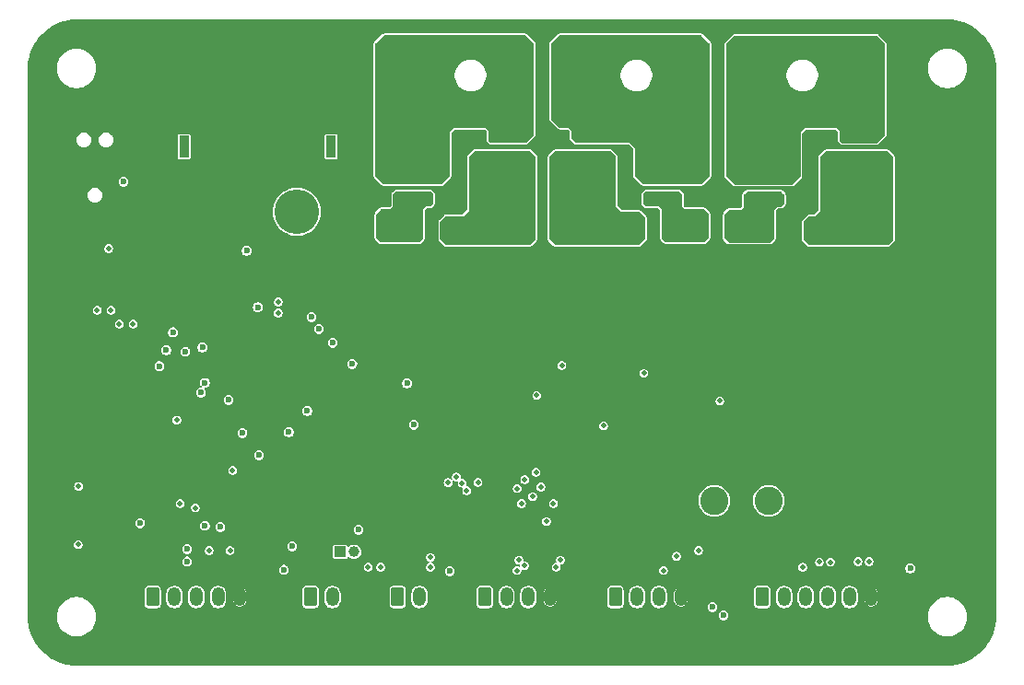
<source format=gbr>
%TF.GenerationSoftware,KiCad,Pcbnew,9.0.2*%
%TF.CreationDate,2025-08-28T15:12:57+09:00*%
%TF.ProjectId,BLDC_Contr,424c4443-5f43-46f6-9e74-722e6b696361,rev?*%
%TF.SameCoordinates,Original*%
%TF.FileFunction,Copper,L3,Inr*%
%TF.FilePolarity,Positive*%
%FSLAX46Y46*%
G04 Gerber Fmt 4.6, Leading zero omitted, Abs format (unit mm)*
G04 Created by KiCad (PCBNEW 9.0.2) date 2025-08-28 15:12:57*
%MOMM*%
%LPD*%
G01*
G04 APERTURE LIST*
G04 Aperture macros list*
%AMRoundRect*
0 Rectangle with rounded corners*
0 $1 Rounding radius*
0 $2 $3 $4 $5 $6 $7 $8 $9 X,Y pos of 4 corners*
0 Add a 4 corners polygon primitive as box body*
4,1,4,$2,$3,$4,$5,$6,$7,$8,$9,$2,$3,0*
0 Add four circle primitives for the rounded corners*
1,1,$1+$1,$2,$3*
1,1,$1+$1,$4,$5*
1,1,$1+$1,$6,$7*
1,1,$1+$1,$8,$9*
0 Add four rect primitives between the rounded corners*
20,1,$1+$1,$2,$3,$4,$5,0*
20,1,$1+$1,$4,$5,$6,$7,0*
20,1,$1+$1,$6,$7,$8,$9,0*
20,1,$1+$1,$8,$9,$2,$3,0*%
G04 Aperture macros list end*
%TA.AperFunction,ComponentPad*%
%ADD10C,2.600000*%
%TD*%
%TA.AperFunction,ComponentPad*%
%ADD11R,1.000000X1.000000*%
%TD*%
%TA.AperFunction,ComponentPad*%
%ADD12C,1.000000*%
%TD*%
%TA.AperFunction,ComponentPad*%
%ADD13R,0.900000X2.000000*%
%TD*%
%TA.AperFunction,ComponentPad*%
%ADD14RoundRect,1.025000X-1.025000X-1.025000X1.025000X-1.025000X1.025000X1.025000X-1.025000X1.025000X0*%
%TD*%
%TA.AperFunction,ComponentPad*%
%ADD15C,4.100000*%
%TD*%
%TA.AperFunction,ComponentPad*%
%ADD16RoundRect,0.250000X-0.350000X-0.625000X0.350000X-0.625000X0.350000X0.625000X-0.350000X0.625000X0*%
%TD*%
%TA.AperFunction,ComponentPad*%
%ADD17O,1.200000X1.750000*%
%TD*%
%TA.AperFunction,ViaPad*%
%ADD18C,0.600000*%
%TD*%
%TA.AperFunction,ViaPad*%
%ADD19C,0.500000*%
%TD*%
G04 APERTURE END LIST*
D10*
%TO.N,/SW*%
%TO.C,L1*%
X149636184Y-69343905D03*
%TO.N,+5V*%
X154636184Y-69343905D03*
%TD*%
D11*
%TO.N,/CAN_L_C*%
%TO.C,J8*%
X115280788Y-74042904D03*
D12*
%TO.N,/CAN_R_J*%
X116550784Y-74042904D03*
%TD*%
D13*
%TO.N,*%
%TO.C,J1*%
X100945184Y-36772904D03*
X114445184Y-36772904D03*
D14*
%TO.N,GND*%
X104095184Y-42772904D03*
D15*
%TO.N,+BATT*%
X111295184Y-42772904D03*
%TD*%
D16*
%TO.N,/CAN_L_C*%
%TO.C,J7*%
X112559183Y-78196904D03*
D17*
%TO.N,/CAN_H_C*%
X114559184Y-78196904D03*
%TD*%
D16*
%TO.N,/CAN_L_C*%
%TO.C,J6*%
X120559183Y-78196904D03*
D17*
%TO.N,/CAN_H_C*%
X122559184Y-78196904D03*
%TD*%
D16*
%TO.N,+3.3V*%
%TO.C,J5*%
X128559183Y-78196904D03*
D17*
%TO.N,I2C_SCL*%
X130559184Y-78196904D03*
%TO.N,I2C_SDA*%
X132559183Y-78196904D03*
%TO.N,GND*%
X134559183Y-78196904D03*
%TD*%
D16*
%TO.N,+5V*%
%TO.C,J10*%
X98059183Y-78196904D03*
D17*
%TO.N,/AMT_A_C*%
X100059184Y-78196904D03*
%TO.N,/AMT_B_C*%
X102059183Y-78196904D03*
%TO.N,unconnected-(J10-Pin_4-Pad4)*%
X104059183Y-78196904D03*
%TO.N,GND*%
X106059183Y-78196904D03*
%TD*%
D16*
%TO.N,+3.3V*%
%TO.C,J4*%
X140559183Y-78196904D03*
D17*
%TO.N,/UART_RX_C*%
X142559184Y-78196904D03*
%TO.N,/UART_TX_C*%
X144559183Y-78196904D03*
%TO.N,GND*%
X146559183Y-78196904D03*
%TD*%
D16*
%TO.N,+3.3V*%
%TO.C,J3*%
X154059184Y-78196904D03*
D17*
%TO.N,/SPI2_NCS_C*%
X156059185Y-78196904D03*
%TO.N,/SPI2_SCK_C*%
X158059184Y-78196904D03*
%TO.N,/SPI2_MISO_C*%
X160059184Y-78196904D03*
%TO.N,/SPI2_MOSI_C*%
X162059184Y-78196904D03*
%TO.N,GND*%
X164059184Y-78196904D03*
%TD*%
D18*
%TO.N,+3.3V*%
X167640183Y-75566904D03*
X95377183Y-40006904D03*
D19*
X91215043Y-73379044D03*
D18*
X125349183Y-75820904D03*
X110564954Y-63046134D03*
X107701106Y-51558983D03*
D19*
X109601183Y-51055904D03*
X131503683Y-75762404D03*
D18*
X102618534Y-55249254D03*
X110109184Y-75693904D03*
D19*
X144970683Y-75757404D03*
X157765183Y-75452901D03*
D18*
X106680685Y-46356904D03*
%TO.N,+3.3VA*%
X121412183Y-58548904D03*
X122040744Y-62346708D03*
%TO.N,+5V*%
X149479183Y-79122904D03*
X101219183Y-73788904D03*
X101209183Y-74931904D03*
X150485184Y-79884904D03*
D19*
X150157184Y-60171904D03*
X143172184Y-57621671D03*
D18*
%TO.N,+BATT*%
X131699183Y-39244904D03*
X138811183Y-40260904D03*
X129667183Y-40260904D03*
X137795183Y-39244904D03*
X164465183Y-37720904D03*
X130683183Y-39244904D03*
X160981754Y-39752904D03*
X160981754Y-38228904D03*
X139319183Y-38736904D03*
X139827183Y-39752904D03*
X164465183Y-39752904D03*
X163304040Y-38228904D03*
X135763183Y-39244904D03*
X132207183Y-37720904D03*
X163884612Y-39244904D03*
X131191183Y-38736904D03*
X163304040Y-40260904D03*
X131699183Y-38736904D03*
X130683183Y-38228904D03*
X138811183Y-38736904D03*
X138303183Y-37720904D03*
X160981754Y-37720904D03*
X137795183Y-38228904D03*
X163304040Y-38736904D03*
X129667183Y-39752904D03*
X160401183Y-39752904D03*
X135763183Y-37720904D03*
X162723469Y-39244904D03*
X128143183Y-37720904D03*
X160981754Y-40260904D03*
X162142897Y-40260904D03*
X138303183Y-38736904D03*
X137795183Y-37720904D03*
X136271183Y-38228904D03*
X129667183Y-37720904D03*
X139827183Y-40260904D03*
X137287183Y-37720904D03*
X136271183Y-39244904D03*
X136779183Y-40260904D03*
D19*
X139474182Y-62457905D03*
D18*
X135763183Y-39752904D03*
X132207183Y-38228904D03*
X162723469Y-38736904D03*
X163304040Y-39752904D03*
X137795183Y-38736904D03*
X129667183Y-38228904D03*
X130683183Y-38736904D03*
X137287183Y-38228904D03*
X163884612Y-40260904D03*
X162142897Y-39752904D03*
X135763183Y-38228904D03*
X128651183Y-39752904D03*
X139827183Y-38228904D03*
X129159183Y-37720904D03*
X128143183Y-38228904D03*
X129159183Y-39244904D03*
X132207183Y-38736904D03*
X128143183Y-39244904D03*
X131699183Y-37720904D03*
X163304040Y-39244904D03*
X131191183Y-39244904D03*
X129159183Y-38736904D03*
X132207183Y-39752904D03*
X131191183Y-38228904D03*
X130683183Y-40260904D03*
X138811183Y-39244904D03*
X135763183Y-38736904D03*
X137287183Y-38736904D03*
X160401183Y-38736904D03*
X128651183Y-38736904D03*
X136271183Y-38736904D03*
X131699183Y-39752904D03*
X138811183Y-38228904D03*
X160401183Y-37720904D03*
X138303183Y-38228904D03*
X136271183Y-40260904D03*
X161562326Y-38228904D03*
X128143183Y-38736904D03*
X162723469Y-40260904D03*
X139827183Y-39244904D03*
X161562326Y-40260904D03*
X138303183Y-39752904D03*
X138811183Y-37720904D03*
X136779183Y-39752904D03*
X139319183Y-37720904D03*
X129159183Y-39752904D03*
X162142897Y-38228904D03*
X128143183Y-40260904D03*
X160981754Y-39244904D03*
X162142897Y-38736904D03*
X162723469Y-39752904D03*
X129159183Y-40260904D03*
X162723469Y-37720904D03*
X138303183Y-39244904D03*
X128143183Y-39752904D03*
X131191183Y-37720904D03*
X129667183Y-38736904D03*
X137795183Y-40260904D03*
X135763183Y-40260904D03*
X136271183Y-39752904D03*
X130175183Y-38736904D03*
X130683183Y-37720904D03*
X130175183Y-39244904D03*
X160401183Y-40260904D03*
X163304040Y-37720904D03*
X160981754Y-38736904D03*
X129159183Y-38228904D03*
D19*
X133333205Y-59660715D03*
D18*
X137287183Y-39244904D03*
X139319183Y-38228904D03*
X163884612Y-38736904D03*
X161562326Y-39244904D03*
X160401183Y-39244904D03*
X131191183Y-39752904D03*
X138303183Y-40260904D03*
X128651183Y-39244904D03*
X131191183Y-40260904D03*
X139319183Y-40260904D03*
X164465183Y-38736904D03*
X136271183Y-37720904D03*
X136779183Y-39244904D03*
X139827183Y-37720904D03*
X128651183Y-37720904D03*
X136779183Y-38228904D03*
X164465183Y-38228904D03*
X132207183Y-40260904D03*
X139827183Y-38736904D03*
X130683183Y-39752904D03*
D19*
X135636183Y-56897904D03*
D18*
X129667183Y-39244904D03*
X130175183Y-40260904D03*
X160401183Y-38228904D03*
X128651183Y-38228904D03*
X130175183Y-39752904D03*
X161562326Y-37720904D03*
X138811183Y-39752904D03*
X137795183Y-39752904D03*
X162142897Y-37720904D03*
X161562326Y-38736904D03*
X161562326Y-39752904D03*
X163884612Y-39752904D03*
X163884612Y-37720904D03*
X136779183Y-38736904D03*
X163884612Y-38228904D03*
X162723469Y-38228904D03*
X137287183Y-39752904D03*
X136779183Y-37720904D03*
X164465183Y-39244904D03*
X131699183Y-38228904D03*
X131699183Y-40260904D03*
X130175183Y-38228904D03*
X128651183Y-40260904D03*
X130175183Y-37720904D03*
X137287183Y-40260904D03*
X162142897Y-39244904D03*
X132207183Y-39244904D03*
X139319183Y-39244904D03*
X164465183Y-40260904D03*
X139319183Y-39752904D03*
%TO.N,NRST*%
X112258184Y-61088904D03*
X102489185Y-59394740D03*
D19*
%TO.N,USER_LED*%
X91239684Y-68020404D03*
D18*
X110871184Y-73534904D03*
D19*
%TO.N,/SPI2_MOSI_C*%
X163873184Y-74931904D03*
X96256183Y-53087904D03*
%TO.N,/SPI2_MISO_C*%
X94986184Y-53087904D03*
X162857184Y-74931904D03*
%TO.N,/SPI2_NCS_C*%
X159301183Y-74986404D03*
X92954184Y-51817905D03*
%TO.N,/SPI2_SCK_C*%
X160309183Y-74994403D03*
X94224183Y-51817904D03*
%TO.N,/UART_TX_C*%
X148209183Y-73915904D03*
X101981183Y-70006505D03*
%TO.N,/UART_RX_C*%
X100579183Y-69602904D03*
X146177183Y-74447407D03*
%TO.N,I2C_SDA*%
X135509183Y-74804904D03*
X135118010Y-75450077D03*
X105400184Y-66549904D03*
X134864184Y-69597904D03*
%TO.N,I2C_SCL*%
X134229184Y-71248904D03*
X132207183Y-75312904D03*
X100265791Y-61913512D03*
X131699183Y-74804904D03*
%TO.N,/CAN_H_C*%
X123571183Y-75449903D03*
X123571183Y-74550904D03*
%TO.N,/CAN_L_C*%
X118999183Y-75439904D03*
X117846184Y-75439904D03*
D18*
%TO.N,/AMT_B_C*%
X104257184Y-71756904D03*
D19*
X105156183Y-73916729D03*
D18*
%TO.N,/AMT_A_C*%
X102860184Y-71629904D03*
D19*
X103251183Y-73915904D03*
D18*
%TO.N,SHA*%
X156845183Y-38101904D03*
X155321183Y-37593904D03*
X152781183Y-37593904D03*
X153797183Y-37085904D03*
X156845183Y-37085904D03*
X156845183Y-38609904D03*
X156337183Y-37085904D03*
X154305183Y-37085904D03*
X153797183Y-38101904D03*
X152781183Y-38609904D03*
X154305183Y-37593904D03*
X153797183Y-39625904D03*
X155829183Y-30227904D03*
X154813183Y-38609904D03*
X157734183Y-32132903D03*
X153797183Y-39117904D03*
X155829183Y-39117904D03*
X159081221Y-31574942D03*
X156387145Y-31574942D03*
X152781183Y-39117904D03*
X156337183Y-39117904D03*
X153289183Y-37593904D03*
X153289183Y-39117904D03*
X153289183Y-38101904D03*
X155321183Y-38101904D03*
X153289183Y-38609904D03*
X156337183Y-39625904D03*
X154813183Y-37085904D03*
X155829183Y-37593904D03*
X156337183Y-38101904D03*
X154305183Y-39625904D03*
X156337183Y-37593904D03*
X155321183Y-39625904D03*
X153289183Y-39625904D03*
X155321183Y-39117904D03*
X156845183Y-39625904D03*
X153797183Y-38609904D03*
X154813183Y-39117904D03*
X154813183Y-39625904D03*
X153289183Y-37085904D03*
X154305183Y-38101904D03*
X155829183Y-39625904D03*
X154813183Y-37593904D03*
X155829183Y-37085904D03*
X154813183Y-38101904D03*
X156387145Y-28880866D03*
X159639183Y-30227904D03*
X155321183Y-37085904D03*
X154305183Y-39117904D03*
X152781183Y-37085904D03*
X156337183Y-38609904D03*
X156845183Y-39117904D03*
X153797183Y-37593904D03*
X152781183Y-39625904D03*
X154305183Y-38609904D03*
X155829183Y-38609904D03*
X159081221Y-28880866D03*
X157734183Y-28322905D03*
X156845183Y-37593904D03*
X152781183Y-38101904D03*
X155321183Y-38609904D03*
X155829183Y-38101904D03*
%TO.N,SHC*%
X124587183Y-37085904D03*
X124587183Y-37593904D03*
X121539183Y-37593904D03*
X122047183Y-39117904D03*
X121539183Y-39117904D03*
X120523183Y-38101904D03*
X120523183Y-39117904D03*
X125907145Y-28880866D03*
X123063183Y-38101904D03*
X122555183Y-37593904D03*
X128601221Y-31574942D03*
X122047183Y-37085904D03*
X125349183Y-30227904D03*
X121539183Y-37085904D03*
X122555183Y-39625904D03*
X127254183Y-28322905D03*
X124587183Y-39117904D03*
X129159183Y-30227904D03*
X124587183Y-39625904D03*
X124079183Y-39117904D03*
X124079183Y-38609904D03*
X124587183Y-38609904D03*
X125907145Y-31574942D03*
X127254183Y-32132903D03*
X121539183Y-38101904D03*
X124079183Y-38101904D03*
X123571183Y-37593904D03*
X122047183Y-37593904D03*
X124587183Y-38101904D03*
X121031183Y-39625904D03*
X123063183Y-37085904D03*
X121031183Y-37593904D03*
X124079183Y-39625904D03*
X121539183Y-39625904D03*
X122555183Y-37085904D03*
X121031183Y-37085904D03*
X123571183Y-39625904D03*
X122047183Y-38609904D03*
X122555183Y-38101904D03*
X120523183Y-38609904D03*
X120523183Y-37593904D03*
X123063183Y-39625904D03*
X122047183Y-39625904D03*
X121031183Y-39117904D03*
X124079183Y-37593904D03*
X121031183Y-38609904D03*
X121031183Y-38101904D03*
X123571183Y-38101904D03*
X123571183Y-37085904D03*
X123063183Y-37593904D03*
X120523183Y-37085904D03*
X123571183Y-39117904D03*
X123063183Y-38609904D03*
X121539183Y-38609904D03*
X122047183Y-38101904D03*
X120523183Y-39625904D03*
X122555183Y-38609904D03*
X122555183Y-39117904D03*
X128601221Y-28880866D03*
X123063183Y-39117904D03*
X124079183Y-37085904D03*
X123571183Y-38609904D03*
%TO.N,SHB*%
X143891183Y-38101904D03*
X144907183Y-37085904D03*
X145415183Y-37085904D03*
X143831222Y-31574942D03*
X145415183Y-39117904D03*
X146939183Y-37085904D03*
X145923183Y-38101904D03*
X143891183Y-38609904D03*
X144399183Y-39117904D03*
X144907183Y-38101904D03*
X144399183Y-37593904D03*
X142484184Y-28322905D03*
X145923183Y-37085904D03*
X145415183Y-39625904D03*
X146431183Y-37085904D03*
X147447183Y-39625904D03*
X145923183Y-38609904D03*
X141137146Y-31574942D03*
X146431183Y-37593904D03*
X143383183Y-39625904D03*
X146939183Y-39117904D03*
X146939183Y-37593904D03*
X143831222Y-28880866D03*
X145923183Y-37593904D03*
X147447183Y-37593904D03*
X143383183Y-39117904D03*
X144399183Y-38101904D03*
X143891183Y-39625904D03*
X145923183Y-39625904D03*
X143891183Y-39117904D03*
X146431183Y-39625904D03*
X144399183Y-39625904D03*
X143891183Y-37593904D03*
X146431183Y-39117904D03*
X146431183Y-38609904D03*
X145415183Y-38101904D03*
X140579184Y-30227904D03*
X147447183Y-38101904D03*
X143383183Y-37593904D03*
X147447183Y-39117904D03*
X145923183Y-39117904D03*
X142484184Y-32132903D03*
X147447183Y-37085904D03*
X145415183Y-37593904D03*
X144907183Y-39117904D03*
X144389184Y-30227904D03*
X146939183Y-39625904D03*
X143383183Y-38101904D03*
X144907183Y-39625904D03*
X144907183Y-38609904D03*
X144399183Y-37085904D03*
X143383183Y-38609904D03*
X143383183Y-37085904D03*
X141137146Y-28880866D03*
X144399183Y-38609904D03*
X145415183Y-38609904D03*
X146431183Y-38101904D03*
X146939183Y-38609904D03*
X143891183Y-37085904D03*
X144907183Y-37593904D03*
X146939183Y-38101904D03*
X147447183Y-38609904D03*
%TO.N,SWO*%
X105029184Y-60072905D03*
X102850182Y-58490104D03*
%TO.N,SPA*%
X151003183Y-43308904D03*
X154051183Y-43816904D03*
X152019183Y-43816904D03*
X154559183Y-43816904D03*
X154559183Y-43308904D03*
X154051183Y-43308904D03*
X152527183Y-43308904D03*
X153035183Y-43308904D03*
X151003183Y-43816904D03*
X153543183Y-43816904D03*
X151511183Y-43816904D03*
X153035183Y-43816904D03*
X153543183Y-43308904D03*
X152527183Y-43816904D03*
X152019183Y-43308904D03*
X151511183Y-43308904D03*
%TO.N,SPB*%
X146685183Y-43816904D03*
X148209183Y-43816904D03*
X145161183Y-43308904D03*
X146177183Y-43816904D03*
X145669183Y-43308904D03*
X147193183Y-43816904D03*
X148717183Y-43308904D03*
X147701183Y-43308904D03*
X147193183Y-43308904D03*
X145161183Y-43816904D03*
X148209183Y-43308904D03*
X147701183Y-43816904D03*
X146177183Y-43308904D03*
X146685183Y-43308904D03*
X145669183Y-43816904D03*
X148717183Y-43816904D03*
%TO.N,SPC*%
X118999183Y-43308904D03*
X122555183Y-43816904D03*
X121031183Y-43308904D03*
X122047183Y-43816904D03*
X120523183Y-43308904D03*
X121539183Y-43308904D03*
X118999183Y-43816904D03*
X121031183Y-43816904D03*
X122047183Y-43308904D03*
X119507183Y-43816904D03*
X121539183Y-43816904D03*
X120523183Y-43816904D03*
X119507183Y-43308904D03*
X120015183Y-43308904D03*
X122555183Y-43308904D03*
X120015183Y-43816904D03*
D19*
%TO.N,VIN_DIVIDER*%
X109591184Y-52071904D03*
X94023183Y-46138905D03*
D18*
%TO.N,NFAULT_PRE*%
X116967184Y-72010904D03*
X96891184Y-71403905D03*
%TO.N,SP1_SCK*%
X114595821Y-54814267D03*
D19*
X126478633Y-67721963D03*
D18*
%TO.N,SP1_MISO*%
X113325820Y-53544267D03*
D19*
X125185060Y-67679857D03*
D18*
%TO.N,SP1_MOSI*%
X112639184Y-52452904D03*
D19*
X125947321Y-67158042D03*
%TO.N,SP1_NCS*%
X126892060Y-68408189D03*
D18*
X116386184Y-56770904D03*
D19*
%TO.N,INHB*%
X132959183Y-68962904D03*
D18*
X99304184Y-55500904D03*
%TO.N,CAN_RX*%
X107823183Y-65144140D03*
X106299183Y-63120904D03*
D19*
%TO.N,MOTOR_HiZ*%
X127930249Y-67647439D03*
D18*
X101055749Y-55654339D03*
D19*
X131547145Y-68215943D03*
X132227806Y-67408282D03*
X133266325Y-66730045D03*
D18*
%TO.N,INHA*%
X99912749Y-53849904D03*
D19*
X131943184Y-69597904D03*
%TO.N,INHC*%
X133721184Y-68073904D03*
D18*
X98669183Y-56956704D03*
%TO.N,GND*%
X171046183Y-82403001D03*
X121158183Y-50776504D03*
X144399183Y-56262904D03*
X101219183Y-80392904D03*
D19*
X158750183Y-73592904D03*
X162449182Y-73592904D03*
X131955504Y-68784488D03*
X111125183Y-46356904D03*
D18*
X108839183Y-82932904D03*
X162179183Y-67692904D03*
X169799183Y-39752904D03*
X167259183Y-60072904D03*
X148336183Y-65787904D03*
X96139183Y-80392904D03*
X136347384Y-51386104D03*
D19*
X98288184Y-55881904D03*
D18*
X169799183Y-44832904D03*
X145542184Y-50801905D03*
D19*
X117729183Y-58802904D03*
D18*
X154559183Y-82932904D03*
X167259183Y-57532904D03*
X120513184Y-50141504D03*
D19*
X116459183Y-79757904D03*
D18*
X126619183Y-80392904D03*
X119253184Y-50776504D03*
X141859183Y-72772904D03*
X136779183Y-56262904D03*
X111379183Y-80392904D03*
X159639183Y-72772904D03*
X162179183Y-72772904D03*
X139319183Y-82932904D03*
X129283161Y-61970928D03*
X106299183Y-82932904D03*
X164719183Y-70232904D03*
X92765433Y-31299153D03*
D19*
X118999183Y-79757904D03*
X116459183Y-52198904D03*
X134493183Y-74804904D03*
D18*
X169352935Y-27886655D03*
X128521161Y-64256928D03*
X172339183Y-42292904D03*
X146177184Y-50166904D03*
D19*
X132904604Y-68001484D03*
X103505183Y-70994904D03*
X163195183Y-73592904D03*
X124333183Y-75058904D03*
D18*
X136779183Y-82932904D03*
X141859183Y-82932904D03*
D19*
X92710183Y-42800904D03*
D18*
X168646184Y-29592904D03*
X144399183Y-80392904D03*
X172339183Y-34672904D03*
D19*
X114427183Y-63755904D03*
D18*
X116459183Y-82932904D03*
X139319183Y-70232904D03*
X162179183Y-82932904D03*
X130800184Y-51309904D03*
X144907183Y-62485904D03*
X169799183Y-60072904D03*
X127759161Y-63494928D03*
X144907183Y-66295904D03*
X108077183Y-59056904D03*
X146939183Y-72772904D03*
X131699183Y-82932904D03*
D19*
X132969183Y-74804904D03*
D18*
X109601183Y-59056904D03*
X131445184Y-51309904D03*
X121793184Y-50141504D03*
X169799183Y-52452904D03*
X144399183Y-70232904D03*
X172339183Y-72772904D03*
X139319183Y-56262904D03*
X92743239Y-78302944D03*
X167259183Y-49912904D03*
X172765433Y-31299153D03*
X108839183Y-80392904D03*
X136779183Y-57532904D03*
D19*
X100965183Y-32132904D03*
X101209184Y-56516904D03*
D18*
X151876784Y-50751104D03*
D19*
X117729183Y-73534904D03*
X116491184Y-78106904D03*
D18*
X103759183Y-82932904D03*
D19*
X107823184Y-64136904D03*
D18*
X107315183Y-58294904D03*
X143383183Y-59691904D03*
X141859183Y-80392904D03*
X91046183Y-82403001D03*
D19*
X117729183Y-49912904D03*
D18*
X153781784Y-50751105D03*
X103759183Y-80392904D03*
X111379183Y-82932904D03*
X167894183Y-44832904D03*
X111125183Y-57532904D03*
D19*
X117729183Y-56262904D03*
D18*
X148082183Y-50801905D03*
X91046183Y-77600000D03*
X124079183Y-82932904D03*
X164719183Y-54992904D03*
X147447184Y-50801904D03*
X157099183Y-80392904D03*
D19*
X93589183Y-52452904D03*
D18*
X168633183Y-80000000D03*
X173459183Y-80000000D03*
X157099183Y-72772904D03*
X146177184Y-50801905D03*
X171046183Y-77600000D03*
X142062383Y-51386104D03*
X146939183Y-80392904D03*
X164719183Y-82932904D03*
X153146783Y-50116104D03*
X127000184Y-51309904D03*
X167259183Y-72772904D03*
X106299183Y-80392904D03*
X130807161Y-65018928D03*
X106553183Y-57532904D03*
X129159183Y-82932904D03*
X164719183Y-57532904D03*
X110363182Y-56770904D03*
X145542184Y-50166904D03*
X118999183Y-82932904D03*
X169799183Y-42292904D03*
X113919183Y-82932904D03*
X89339934Y-78293751D03*
X89347005Y-81699178D03*
X167894183Y-34672904D03*
X131699183Y-80392904D03*
X149479183Y-82932904D03*
D19*
X125824764Y-67987164D03*
D18*
X108839183Y-56770905D03*
X129283161Y-65018928D03*
X167259183Y-52452904D03*
X98679183Y-82932904D03*
X88646184Y-29592904D03*
X126619183Y-82932904D03*
D19*
X98171183Y-44959904D03*
D18*
X172339183Y-49912904D03*
X142697384Y-51386104D03*
X169339934Y-78293751D03*
X172339183Y-39752904D03*
X136982384Y-51386104D03*
D19*
X98171183Y-29592904D03*
D18*
X162179183Y-80392904D03*
X167894183Y-47372904D03*
X124079183Y-80392904D03*
X109601183Y-56008904D03*
D19*
X134610184Y-70613904D03*
X118491183Y-78106904D03*
D18*
X147447183Y-50166904D03*
X172339183Y-57532904D03*
X169799183Y-57532904D03*
X151241784Y-50751105D03*
X153781784Y-50116104D03*
X152501784Y-50751104D03*
X119253183Y-50141504D03*
X164719183Y-80392904D03*
X135712383Y-51386104D03*
D19*
X117221183Y-46356904D03*
D18*
X152501783Y-50116104D03*
X173472184Y-29592904D03*
X153146784Y-50751104D03*
X169360006Y-31292082D03*
X127625184Y-51309904D03*
X108077183Y-57532904D03*
X157099183Y-82932904D03*
X136779183Y-80392904D03*
D19*
X121539183Y-74804904D03*
D18*
X134239183Y-82932904D03*
X139319183Y-80392904D03*
X119888184Y-50776505D03*
D19*
X113919183Y-52198904D03*
D18*
X169799183Y-34672904D03*
X89352935Y-27886655D03*
X169799183Y-47372904D03*
D19*
X159512183Y-73592904D03*
D18*
X171059184Y-31995905D03*
X167894183Y-42292904D03*
X130807161Y-61970928D03*
D19*
X116459183Y-53849904D03*
D18*
X159639183Y-80392904D03*
X137617384Y-51386104D03*
X172743239Y-78302944D03*
X120513184Y-50776505D03*
X126365183Y-51309904D03*
X121158184Y-50141504D03*
X159639183Y-54992904D03*
X93459183Y-80000000D03*
X152019183Y-82932904D03*
X130045161Y-62732929D03*
X93472184Y-29592904D03*
X152019183Y-80392904D03*
X128270184Y-51309904D03*
X144907183Y-64390904D03*
D19*
X101981184Y-58821104D03*
D18*
X101219183Y-82932904D03*
X92756240Y-27895848D03*
X171059184Y-27192904D03*
X89360006Y-31292082D03*
X172339183Y-62612904D03*
X164719183Y-67692904D03*
X164719183Y-72772904D03*
X167894183Y-39752904D03*
D19*
X98171183Y-43816904D03*
D18*
X141859183Y-56262904D03*
X139522384Y-51386104D03*
X113919183Y-80392904D03*
X134239183Y-80392904D03*
X167259183Y-54992904D03*
D19*
X127634651Y-68331055D03*
D18*
X146939183Y-70232904D03*
X151241784Y-50116104D03*
X172752432Y-81706249D03*
X162179183Y-70232904D03*
X167259183Y-70232904D03*
X159639183Y-82932904D03*
X159639183Y-57532904D03*
X151876784Y-50116104D03*
X107315183Y-56770904D03*
X130807160Y-63494928D03*
D19*
X114046183Y-46356904D03*
D18*
X121793184Y-50776504D03*
X172339183Y-52452904D03*
D19*
X98171183Y-40006904D03*
D18*
X131569160Y-62732928D03*
D19*
X115189183Y-58802904D03*
D18*
X132331161Y-63494928D03*
X125095184Y-51309904D03*
X126619183Y-75312904D03*
D19*
X98171183Y-34799904D03*
D18*
X131569160Y-64256928D03*
X138242383Y-51386104D03*
X88633183Y-80000000D03*
X169799183Y-49912904D03*
X157099183Y-54992904D03*
X172756240Y-27895848D03*
D19*
X102108183Y-47626904D03*
D18*
X141417383Y-51386104D03*
X129283161Y-63494928D03*
X128905184Y-51309904D03*
X128521161Y-62732928D03*
X140157384Y-51386104D03*
X96139183Y-82932904D03*
X172339183Y-47372904D03*
X130175184Y-51309904D03*
X172339183Y-67692904D03*
X144399183Y-82932904D03*
X146802184Y-50801904D03*
X172339183Y-37212904D03*
X126619183Y-77852904D03*
X162179183Y-57532904D03*
X132080184Y-51309904D03*
D19*
X106299183Y-64136904D03*
D18*
X140792384Y-51386104D03*
X148082183Y-50166904D03*
D19*
X133848183Y-67184904D03*
X115697183Y-46356904D03*
D18*
X172339183Y-44832904D03*
D19*
X115189183Y-56262904D03*
D18*
X167259183Y-67692904D03*
X157099183Y-57532904D03*
D19*
X95621184Y-53722904D03*
D18*
X162179183Y-54992904D03*
X143764183Y-64390904D03*
X169799183Y-62612904D03*
X119888184Y-50141504D03*
X138887383Y-51386104D03*
X146802184Y-50166904D03*
X169799183Y-37212904D03*
X172339183Y-65152904D03*
X129540183Y-51309904D03*
D19*
X95631183Y-42292904D03*
D18*
X91059184Y-31995905D03*
X124079183Y-77852904D03*
X110363182Y-58294904D03*
X125730183Y-51309904D03*
X172339183Y-54992904D03*
X108077183Y-56008904D03*
D19*
X98171183Y-32132904D03*
X121539183Y-75820904D03*
X118110183Y-62358904D03*
D18*
X169799183Y-54992904D03*
X92752432Y-81706249D03*
X109601182Y-57532904D03*
X129159183Y-80392904D03*
D19*
X95631183Y-44959904D03*
D18*
X141859183Y-70232904D03*
D19*
X100965183Y-29592904D03*
X118364183Y-75947904D03*
D18*
X146939183Y-82932904D03*
X121539183Y-82932904D03*
X172339183Y-70232904D03*
X144399183Y-72772904D03*
D19*
X96901183Y-44959904D03*
D18*
X130045161Y-64256928D03*
D19*
X98923184Y-53849904D03*
D18*
X91059184Y-27192904D03*
X167894183Y-37212904D03*
X169347005Y-81699178D03*
X108839183Y-58294904D03*
X139319183Y-72772904D03*
X154559183Y-80392904D03*
X172339183Y-60072904D03*
%TD*%
%TA.AperFunction,Conductor*%
%TO.N,SHB*%
G36*
X148456161Y-26552464D02*
G01*
X148476803Y-26569098D01*
X149166165Y-27258460D01*
X149199650Y-27319783D01*
X149202484Y-27346141D01*
X149202484Y-39435417D01*
X149182799Y-39502456D01*
X149166165Y-39523098D01*
X148476803Y-40212460D01*
X148415480Y-40245945D01*
X148389122Y-40248779D01*
X143183246Y-40248779D01*
X143116207Y-40229094D01*
X143095565Y-40212460D01*
X142406203Y-39523098D01*
X142372718Y-39461775D01*
X142369884Y-39435417D01*
X142369884Y-36946204D01*
X141861884Y-36438204D01*
X136960246Y-36438204D01*
X136893207Y-36418519D01*
X136872565Y-36401885D01*
X136564202Y-36093522D01*
X136530717Y-36032199D01*
X136527883Y-36005849D01*
X136527883Y-35295204D01*
X136273883Y-35041204D01*
X135436245Y-35041204D01*
X135369206Y-35021519D01*
X135348564Y-35004885D01*
X134659202Y-34315523D01*
X134625717Y-34254200D01*
X134622883Y-34227842D01*
X134622883Y-30989809D01*
X134622883Y-30113495D01*
X141040644Y-30113495D01*
X141040644Y-30342312D01*
X141076439Y-30568314D01*
X141147145Y-30785928D01*
X141147146Y-30785931D01*
X141251028Y-30989809D01*
X141385524Y-31174926D01*
X141547322Y-31336724D01*
X141732439Y-31471220D01*
X141832435Y-31522170D01*
X141936316Y-31575101D01*
X141936319Y-31575102D01*
X142045126Y-31610455D01*
X142153935Y-31645809D01*
X142379935Y-31681604D01*
X142379936Y-31681604D01*
X142608752Y-31681604D01*
X142608753Y-31681604D01*
X142834753Y-31645809D01*
X143052371Y-31575101D01*
X143256249Y-31471220D01*
X143441366Y-31336724D01*
X143603164Y-31174926D01*
X143737660Y-30989809D01*
X143841541Y-30785931D01*
X143912249Y-30568313D01*
X143948044Y-30342313D01*
X143948044Y-30113495D01*
X143912249Y-29887495D01*
X143841541Y-29669877D01*
X143841541Y-29669876D01*
X143737659Y-29465998D01*
X143603164Y-29280882D01*
X143441366Y-29119084D01*
X143256249Y-28984588D01*
X143052371Y-28880706D01*
X143052368Y-28880705D01*
X142834754Y-28809999D01*
X142721753Y-28792101D01*
X142608753Y-28774204D01*
X142379935Y-28774204D01*
X142304601Y-28786135D01*
X142153933Y-28809999D01*
X141936319Y-28880705D01*
X141936316Y-28880706D01*
X141732438Y-28984588D01*
X141626822Y-29061323D01*
X141547322Y-29119084D01*
X141547320Y-29119086D01*
X141547319Y-29119086D01*
X141385526Y-29280879D01*
X141385526Y-29280880D01*
X141385524Y-29280882D01*
X141327763Y-29360382D01*
X141251028Y-29465998D01*
X141147146Y-29669876D01*
X141147145Y-29669879D01*
X141076439Y-29887493D01*
X141040644Y-30113495D01*
X134622883Y-30113495D01*
X134622883Y-27346136D01*
X134642568Y-27279101D01*
X134659193Y-27258469D01*
X135348564Y-26569097D01*
X135409887Y-26535613D01*
X135436245Y-26532779D01*
X148389122Y-26532779D01*
X148456161Y-26552464D01*
G37*
%TD.AperFunction*%
%TD*%
%TA.AperFunction,Conductor*%
%TO.N,+BATT*%
G36*
X165588984Y-37232589D02*
G01*
X165609621Y-37249219D01*
X166044988Y-37684585D01*
X166078473Y-37745908D01*
X166081307Y-37772266D01*
X166081307Y-45289542D01*
X166061622Y-45356581D01*
X166044988Y-45377223D01*
X165609626Y-45812585D01*
X165548303Y-45846070D01*
X165521945Y-45848904D01*
X158410546Y-45848904D01*
X158343507Y-45829219D01*
X158322865Y-45812585D01*
X157887503Y-45377223D01*
X157854018Y-45315900D01*
X157851184Y-45289542D01*
X157851184Y-43741266D01*
X157870869Y-43674227D01*
X157887503Y-43653585D01*
X158322865Y-43218223D01*
X158384188Y-43184738D01*
X158410546Y-43181904D01*
X158842307Y-43181904D01*
X159350307Y-42673904D01*
X159350306Y-37772265D01*
X159369991Y-37705227D01*
X159386625Y-37684585D01*
X159821989Y-37249221D01*
X159883310Y-37215738D01*
X159909667Y-37212904D01*
X165521948Y-37212904D01*
X165588984Y-37232589D01*
G37*
%TD.AperFunction*%
%TD*%
%TA.AperFunction,Conductor*%
%TO.N,SPA*%
G36*
X155809983Y-40940989D02*
G01*
X155830625Y-40957623D01*
X156011987Y-41138985D01*
X156045472Y-41200308D01*
X156048306Y-41226666D01*
X156048306Y-42012942D01*
X156028621Y-42079981D01*
X156011987Y-42100623D01*
X155830624Y-42281985D01*
X155769301Y-42315470D01*
X155742943Y-42318304D01*
X155413307Y-42318304D01*
X155159306Y-42572305D01*
X155159306Y-45187941D01*
X155139621Y-45254981D01*
X155122987Y-45275622D01*
X154814625Y-45583985D01*
X154753302Y-45617470D01*
X154726944Y-45620304D01*
X151045069Y-45620304D01*
X150978030Y-45600619D01*
X150957388Y-45583985D01*
X150637582Y-45264179D01*
X150604097Y-45202856D01*
X150601263Y-45176498D01*
X150601263Y-43013685D01*
X150620948Y-42946646D01*
X150637582Y-42926004D01*
X150957942Y-42605643D01*
X151019264Y-42572160D01*
X151045318Y-42569326D01*
X152116841Y-42566769D01*
X152365307Y-42318304D01*
X152365307Y-41223313D01*
X152384992Y-41156274D01*
X152403718Y-41133589D01*
X152590343Y-40955577D01*
X152652440Y-40923549D01*
X152675929Y-40921304D01*
X155742944Y-40921304D01*
X155809983Y-40940989D01*
G37*
%TD.AperFunction*%
%TD*%
%TA.AperFunction,Conductor*%
%TO.N,+BATT*%
G36*
X140111738Y-37207764D02*
G01*
X140132380Y-37224398D01*
X140567742Y-37659760D01*
X140601227Y-37721083D01*
X140604061Y-37747441D01*
X140604061Y-42268079D01*
X141112061Y-42776079D01*
X142711699Y-42776079D01*
X142778738Y-42795764D01*
X142799380Y-42812398D01*
X143234742Y-43247760D01*
X143268227Y-43309083D01*
X143271061Y-43335441D01*
X143271061Y-45264716D01*
X143251376Y-45331755D01*
X143234742Y-45352397D01*
X142799379Y-45787760D01*
X142738056Y-45821245D01*
X142711698Y-45824079D01*
X135067423Y-45824079D01*
X135000384Y-45804394D01*
X134979742Y-45787760D01*
X134544379Y-45352397D01*
X134510894Y-45291074D01*
X134508060Y-45264716D01*
X134508060Y-42268079D01*
X134508060Y-37747437D01*
X134527745Y-37680402D01*
X134544374Y-37659765D01*
X134979745Y-37224395D01*
X135041064Y-37190913D01*
X135067412Y-37188079D01*
X140044699Y-37188079D01*
X140111738Y-37207764D01*
G37*
%TD.AperFunction*%
%TD*%
%TA.AperFunction,Conductor*%
%TO.N,SHC*%
G36*
X132339876Y-26564902D02*
G01*
X132360500Y-26581518D01*
X133049843Y-27270578D01*
X133083341Y-27331894D01*
X133086180Y-27358285D01*
X133085664Y-35636971D01*
X133065975Y-35704009D01*
X133049345Y-35724644D01*
X132359979Y-36414010D01*
X132298656Y-36447495D01*
X132272298Y-36450329D01*
X129200022Y-36450329D01*
X129132983Y-36430644D01*
X129112341Y-36414010D01*
X128930980Y-36232648D01*
X128897495Y-36171325D01*
X128894661Y-36144967D01*
X128894661Y-35307329D01*
X128894660Y-35307328D01*
X128640662Y-35053329D01*
X128640660Y-35053329D01*
X125719346Y-35054530D01*
X125338661Y-35435216D01*
X125338661Y-39447855D01*
X125318976Y-39514894D01*
X125302342Y-39535536D01*
X124612980Y-40224898D01*
X124551657Y-40258383D01*
X124525299Y-40261217D01*
X119319423Y-40261217D01*
X119252384Y-40241532D01*
X119231742Y-40224898D01*
X118542380Y-39535536D01*
X118508895Y-39474213D01*
X118506061Y-39447855D01*
X118506061Y-30113495D01*
X125800483Y-30113495D01*
X125800483Y-30342312D01*
X125836278Y-30568314D01*
X125906984Y-30785928D01*
X125906985Y-30785931D01*
X126010867Y-30989809D01*
X126145363Y-31174926D01*
X126307161Y-31336724D01*
X126492278Y-31471220D01*
X126592274Y-31522170D01*
X126696155Y-31575101D01*
X126696158Y-31575102D01*
X126804965Y-31610455D01*
X126913774Y-31645809D01*
X127139774Y-31681604D01*
X127139775Y-31681604D01*
X127368591Y-31681604D01*
X127368592Y-31681604D01*
X127594592Y-31645809D01*
X127812210Y-31575101D01*
X128016088Y-31471220D01*
X128201205Y-31336724D01*
X128363003Y-31174926D01*
X128497499Y-30989809D01*
X128601380Y-30785931D01*
X128672088Y-30568313D01*
X128707883Y-30342313D01*
X128707883Y-30113495D01*
X128672088Y-29887495D01*
X128601380Y-29669877D01*
X128601380Y-29669876D01*
X128497498Y-29465998D01*
X128363003Y-29280882D01*
X128201205Y-29119084D01*
X128016088Y-28984588D01*
X127812210Y-28880706D01*
X127812207Y-28880705D01*
X127594593Y-28809999D01*
X127481592Y-28792101D01*
X127368592Y-28774204D01*
X127139774Y-28774204D01*
X127064440Y-28786135D01*
X126913772Y-28809999D01*
X126696158Y-28880705D01*
X126696155Y-28880706D01*
X126492277Y-28984588D01*
X126386661Y-29061323D01*
X126307161Y-29119084D01*
X126307159Y-29119086D01*
X126307158Y-29119086D01*
X126145365Y-29280879D01*
X126145365Y-29280880D01*
X126145363Y-29280882D01*
X126087602Y-29360382D01*
X126010867Y-29465998D01*
X125906985Y-29669876D01*
X125906984Y-29669879D01*
X125836278Y-29887493D01*
X125800483Y-30113495D01*
X118506061Y-30113495D01*
X118506061Y-27358579D01*
X118525746Y-27291540D01*
X118542380Y-27270898D01*
X119231742Y-26581536D01*
X119293065Y-26548051D01*
X119319423Y-26545217D01*
X132272837Y-26545217D01*
X132339876Y-26564902D01*
G37*
%TD.AperFunction*%
%TD*%
%TA.AperFunction,Conductor*%
%TO.N,SPC*%
G36*
X123576861Y-40915589D02*
G01*
X123597503Y-40932223D01*
X123778865Y-41113585D01*
X123812350Y-41174908D01*
X123815184Y-41201266D01*
X123815184Y-41987542D01*
X123795499Y-42054581D01*
X123778865Y-42075223D01*
X123597503Y-42256585D01*
X123536180Y-42290070D01*
X123509822Y-42292904D01*
X123180183Y-42292904D01*
X122926184Y-42546903D01*
X122926184Y-45162542D01*
X122906499Y-45229581D01*
X122889865Y-45250223D01*
X122581502Y-45558585D01*
X122520179Y-45592070D01*
X122493821Y-45594904D01*
X119040545Y-45594904D01*
X118973506Y-45575219D01*
X118952864Y-45558585D01*
X118633058Y-45238779D01*
X118599573Y-45177456D01*
X118596739Y-45151098D01*
X118596739Y-42988281D01*
X118616424Y-42921246D01*
X118633053Y-42900609D01*
X118954203Y-42579460D01*
X119015524Y-42545977D01*
X119041578Y-42543143D01*
X119883956Y-42541132D01*
X120132184Y-42292904D01*
X120132184Y-41197913D01*
X120151869Y-41130874D01*
X120170590Y-41108193D01*
X120357222Y-40930175D01*
X120419318Y-40898149D01*
X120442807Y-40895904D01*
X123509822Y-40895904D01*
X123576861Y-40915589D01*
G37*
%TD.AperFunction*%
%TD*%
%TA.AperFunction,Conductor*%
%TO.N,SHA*%
G36*
X164572999Y-26590302D02*
G01*
X164593623Y-26606918D01*
X165282965Y-27295978D01*
X165316463Y-27357294D01*
X165319302Y-27383685D01*
X165318787Y-35662371D01*
X165299098Y-35729409D01*
X165282468Y-35750044D01*
X164593103Y-36439411D01*
X164531780Y-36472896D01*
X164505422Y-36475730D01*
X161433146Y-36475730D01*
X161366107Y-36456045D01*
X161345465Y-36439411D01*
X161164103Y-36258049D01*
X161130618Y-36196726D01*
X161127784Y-36170368D01*
X161127784Y-35332730D01*
X161127783Y-35332729D01*
X160873784Y-35078729D01*
X160873782Y-35078729D01*
X157952468Y-35079930D01*
X157571783Y-35460616D01*
X157571783Y-39473255D01*
X157552098Y-39540294D01*
X157535464Y-39560936D01*
X156846102Y-40250298D01*
X156784779Y-40283783D01*
X156758421Y-40286617D01*
X151552545Y-40286617D01*
X151485506Y-40266932D01*
X151464864Y-40250298D01*
X150775503Y-39560937D01*
X150742018Y-39499614D01*
X150739184Y-39473256D01*
X150739184Y-30113495D01*
X156280644Y-30113495D01*
X156280644Y-30342312D01*
X156316439Y-30568314D01*
X156387145Y-30785928D01*
X156387146Y-30785931D01*
X156491028Y-30989809D01*
X156625524Y-31174926D01*
X156787322Y-31336724D01*
X156972439Y-31471220D01*
X157072435Y-31522170D01*
X157176316Y-31575101D01*
X157176319Y-31575102D01*
X157285126Y-31610455D01*
X157393935Y-31645809D01*
X157619935Y-31681604D01*
X157619936Y-31681604D01*
X157848752Y-31681604D01*
X157848753Y-31681604D01*
X158074753Y-31645809D01*
X158292371Y-31575101D01*
X158496249Y-31471220D01*
X158681366Y-31336724D01*
X158843164Y-31174926D01*
X158977660Y-30989809D01*
X159081541Y-30785931D01*
X159152249Y-30568313D01*
X159188044Y-30342313D01*
X159188044Y-30113495D01*
X159152249Y-29887495D01*
X159081541Y-29669877D01*
X159081541Y-29669876D01*
X158977659Y-29465998D01*
X158843164Y-29280882D01*
X158681366Y-29119084D01*
X158496249Y-28984588D01*
X158292371Y-28880706D01*
X158292368Y-28880705D01*
X158074754Y-28809999D01*
X157961753Y-28792101D01*
X157848753Y-28774204D01*
X157619935Y-28774204D01*
X157544601Y-28786135D01*
X157393933Y-28809999D01*
X157176319Y-28880705D01*
X157176316Y-28880706D01*
X156972438Y-28984588D01*
X156866822Y-29061323D01*
X156787322Y-29119084D01*
X156787320Y-29119086D01*
X156787319Y-29119086D01*
X156625526Y-29280879D01*
X156625526Y-29280880D01*
X156625524Y-29280882D01*
X156567763Y-29360382D01*
X156491028Y-29465998D01*
X156387146Y-29669876D01*
X156387145Y-29669879D01*
X156316439Y-29887493D01*
X156280644Y-30113495D01*
X150739184Y-30113495D01*
X150739184Y-27383979D01*
X150758869Y-27316940D01*
X150775499Y-27296302D01*
X151464865Y-26606935D01*
X151526188Y-26573451D01*
X151552546Y-26570617D01*
X164505960Y-26570617D01*
X164572999Y-26590302D01*
G37*
%TD.AperFunction*%
%TD*%
%TA.AperFunction,Conductor*%
%TO.N,SPB*%
G36*
X146437592Y-40915276D02*
G01*
X146457343Y-40931028D01*
X146637976Y-41108049D01*
X146672078Y-41169030D01*
X146675184Y-41196610D01*
X146675184Y-42292591D01*
X146929184Y-42540819D01*
X148678965Y-42542323D01*
X148745985Y-42562065D01*
X148766537Y-42578642D01*
X149088185Y-42900290D01*
X149121670Y-42961613D01*
X149124504Y-42987971D01*
X149124504Y-45150785D01*
X149104819Y-45217824D01*
X149088185Y-45238466D01*
X148768380Y-45558272D01*
X148707057Y-45591757D01*
X148680699Y-45594591D01*
X145227423Y-45594591D01*
X145160384Y-45574906D01*
X145139742Y-45558272D01*
X144831379Y-45249909D01*
X144797894Y-45188586D01*
X144795060Y-45162237D01*
X144795060Y-42546591D01*
X144541061Y-42292591D01*
X143424501Y-42292591D01*
X143357462Y-42272906D01*
X143336874Y-42256326D01*
X143155556Y-42075232D01*
X143122033Y-42013930D01*
X143119183Y-41987497D01*
X143119183Y-41201221D01*
X143138868Y-41134182D01*
X143155448Y-41113594D01*
X143336856Y-40931963D01*
X143398157Y-40898441D01*
X143424589Y-40895591D01*
X146370556Y-40895591D01*
X146437592Y-40915276D01*
G37*
%TD.AperFunction*%
%TD*%
%TA.AperFunction,Conductor*%
%TO.N,+BATT*%
G36*
X132720860Y-37207189D02*
G01*
X132741502Y-37223823D01*
X133176865Y-37659185D01*
X133210350Y-37720508D01*
X133213184Y-37746866D01*
X133213184Y-45264142D01*
X133193499Y-45331181D01*
X133176865Y-45351823D01*
X132741503Y-45787185D01*
X132680180Y-45820670D01*
X132653822Y-45823504D01*
X125009546Y-45823504D01*
X124942507Y-45803819D01*
X124921865Y-45787185D01*
X124486503Y-45351823D01*
X124453018Y-45290500D01*
X124450184Y-45264142D01*
X124450184Y-43715866D01*
X124469869Y-43648827D01*
X124486503Y-43628185D01*
X124921868Y-43192820D01*
X124983187Y-43159338D01*
X125009535Y-43156504D01*
X126609184Y-43156504D01*
X127117184Y-42648504D01*
X127117184Y-37746866D01*
X127136869Y-37679827D01*
X127153503Y-37659185D01*
X127588865Y-37223823D01*
X127650188Y-37190338D01*
X127676546Y-37187504D01*
X132653821Y-37187504D01*
X132720860Y-37207189D01*
G37*
%TD.AperFunction*%
%TD*%
%TA.AperFunction,Conductor*%
%TO.N,GND*%
G36*
X171060835Y-25101476D02*
G01*
X171447366Y-25118350D01*
X171453882Y-25118920D01*
X171835875Y-25169209D01*
X171842329Y-25170347D01*
X172218473Y-25253735D01*
X172224800Y-25255430D01*
X172408523Y-25313358D01*
X172592241Y-25371284D01*
X172598405Y-25373528D01*
X172954353Y-25520964D01*
X172960289Y-25523732D01*
X173302033Y-25701632D01*
X173307697Y-25704902D01*
X173604269Y-25893839D01*
X173632641Y-25911914D01*
X173638015Y-25915677D01*
X173943672Y-26150214D01*
X173948691Y-26154426D01*
X174232748Y-26414716D01*
X174237375Y-26419343D01*
X174306925Y-26495243D01*
X174497661Y-26703395D01*
X174501878Y-26708420D01*
X174736416Y-27014075D01*
X174740179Y-27019449D01*
X174947183Y-27344380D01*
X174950463Y-27350061D01*
X175128359Y-27691795D01*
X175131132Y-27697741D01*
X175278568Y-28053683D01*
X175280812Y-28059848D01*
X175396667Y-28427295D01*
X175398364Y-28433632D01*
X175481747Y-28809745D01*
X175482887Y-28816205D01*
X175533177Y-29198196D01*
X175533748Y-29204732D01*
X175550612Y-29590979D01*
X175550684Y-29594259D01*
X175550684Y-79998369D01*
X175550612Y-80001649D01*
X175533735Y-80388170D01*
X175533164Y-80394705D01*
X175482875Y-80776693D01*
X175481735Y-80783154D01*
X175398350Y-81159278D01*
X175396652Y-81165615D01*
X175280803Y-81533040D01*
X175278560Y-81539205D01*
X175131120Y-81895156D01*
X175128347Y-81901102D01*
X174950452Y-82242834D01*
X174947172Y-82248515D01*
X174740168Y-82573445D01*
X174736405Y-82578819D01*
X174501867Y-82884473D01*
X174497650Y-82889498D01*
X174237372Y-83173543D01*
X174232733Y-83178182D01*
X173948688Y-83438459D01*
X173943663Y-83442676D01*
X173638007Y-83677213D01*
X173632633Y-83680976D01*
X173307699Y-83887982D01*
X173302017Y-83891262D01*
X172960293Y-84069151D01*
X172954347Y-84071924D01*
X172598400Y-84219360D01*
X172592236Y-84221604D01*
X172224801Y-84337455D01*
X172218464Y-84339153D01*
X171842329Y-84422539D01*
X171835869Y-84423678D01*
X171453891Y-84473966D01*
X171447355Y-84474537D01*
X171060451Y-84491428D01*
X171057171Y-84491500D01*
X91060816Y-84491500D01*
X91057537Y-84491428D01*
X91030034Y-84490227D01*
X90671015Y-84474550D01*
X90664480Y-84473979D01*
X90282490Y-84423689D01*
X90276033Y-84422549D01*
X90130714Y-84390333D01*
X89899906Y-84339163D01*
X89893570Y-84337465D01*
X89526145Y-84221615D01*
X89519980Y-84219372D01*
X89164030Y-84071932D01*
X89158084Y-84069159D01*
X88816352Y-83891263D01*
X88810671Y-83887983D01*
X88485742Y-83680979D01*
X88480368Y-83677216D01*
X88174714Y-83442678D01*
X88169689Y-83438461D01*
X87990869Y-83274604D01*
X87885638Y-83178177D01*
X87881011Y-83173550D01*
X87620726Y-82889496D01*
X87616511Y-82884474D01*
X87381974Y-82578819D01*
X87378211Y-82573445D01*
X87361096Y-82546580D01*
X87171200Y-82248502D01*
X87167928Y-82242834D01*
X86990031Y-81901095D01*
X86987268Y-81895171D01*
X86839826Y-81539214D01*
X86837582Y-81533049D01*
X86721727Y-81165603D01*
X86720030Y-81159266D01*
X86685660Y-81004232D01*
X86636645Y-80783137D01*
X86635511Y-80776711D01*
X86585217Y-80394697D01*
X86584647Y-80388169D01*
X86567755Y-80001240D01*
X86567683Y-79997960D01*
X86567683Y-79881779D01*
X89255483Y-79881779D01*
X89255483Y-80118221D01*
X89286345Y-80352639D01*
X89286346Y-80352642D01*
X89286346Y-80352643D01*
X89347542Y-80581026D01*
X89347542Y-80581027D01*
X89438023Y-80799469D01*
X89556244Y-81004234D01*
X89700178Y-81191812D01*
X89700192Y-81191827D01*
X89867355Y-81358990D01*
X89867369Y-81359003D01*
X90054951Y-81502940D01*
X90259715Y-81621160D01*
X90478159Y-81711642D01*
X90706544Y-81772838D01*
X90940962Y-81803700D01*
X90940965Y-81803700D01*
X91177401Y-81803700D01*
X91177404Y-81803700D01*
X91411822Y-81772838D01*
X91640207Y-81711642D01*
X91858651Y-81621160D01*
X92063415Y-81502940D01*
X92250997Y-81359003D01*
X92418186Y-81191814D01*
X92562123Y-81004232D01*
X92680343Y-80799468D01*
X92770825Y-80581024D01*
X92832021Y-80352639D01*
X92862883Y-80118221D01*
X92862883Y-79881779D01*
X92855445Y-79825279D01*
X150032284Y-79825279D01*
X150032284Y-79944529D01*
X150047589Y-80001649D01*
X150063148Y-80059717D01*
X150063148Y-80059718D01*
X150122773Y-80162991D01*
X150207096Y-80247314D01*
X150266722Y-80281738D01*
X150310371Y-80306940D01*
X150425559Y-80337804D01*
X150425562Y-80337804D01*
X150544806Y-80337804D01*
X150544809Y-80337804D01*
X150659997Y-80306940D01*
X150763271Y-80247314D01*
X150847594Y-80162991D01*
X150907220Y-80059717D01*
X150938084Y-79944529D01*
X150938084Y-79881779D01*
X169255484Y-79881779D01*
X169255484Y-80118221D01*
X169286346Y-80352639D01*
X169286347Y-80352642D01*
X169286347Y-80352643D01*
X169347543Y-80581026D01*
X169347543Y-80581027D01*
X169438024Y-80799469D01*
X169556245Y-81004234D01*
X169700179Y-81191812D01*
X169700193Y-81191827D01*
X169867356Y-81358990D01*
X169867370Y-81359003D01*
X170054952Y-81502940D01*
X170259716Y-81621160D01*
X170478160Y-81711642D01*
X170706545Y-81772838D01*
X170940963Y-81803700D01*
X170940966Y-81803700D01*
X171177402Y-81803700D01*
X171177405Y-81803700D01*
X171411823Y-81772838D01*
X171640208Y-81711642D01*
X171858652Y-81621160D01*
X172063416Y-81502940D01*
X172250998Y-81359003D01*
X172418187Y-81191814D01*
X172562124Y-81004232D01*
X172680344Y-80799468D01*
X172770826Y-80581024D01*
X172832022Y-80352639D01*
X172862884Y-80118221D01*
X172862884Y-79881779D01*
X172832022Y-79647361D01*
X172770826Y-79418976D01*
X172680344Y-79200532D01*
X172677652Y-79195870D01*
X172597314Y-79056720D01*
X172562124Y-78995768D01*
X172528557Y-78952023D01*
X172418188Y-78808187D01*
X172418174Y-78808172D01*
X172251011Y-78641009D01*
X172250996Y-78640995D01*
X172063418Y-78497061D01*
X171858653Y-78378840D01*
X171640211Y-78288359D01*
X171640209Y-78288358D01*
X171640208Y-78288358D01*
X171411823Y-78227162D01*
X171177405Y-78196300D01*
X170940963Y-78196300D01*
X170706545Y-78227162D01*
X170706541Y-78227163D01*
X170706540Y-78227163D01*
X170561748Y-78265960D01*
X170478160Y-78288358D01*
X170478158Y-78288358D01*
X170478157Y-78288359D01*
X170478156Y-78288359D01*
X170259714Y-78378840D01*
X170054949Y-78497061D01*
X169867371Y-78640995D01*
X169867356Y-78641009D01*
X169700193Y-78808172D01*
X169700179Y-78808187D01*
X169556245Y-78995765D01*
X169438024Y-79200530D01*
X169347543Y-79418972D01*
X169347543Y-79418973D01*
X169319805Y-79522493D01*
X169286346Y-79647361D01*
X169255484Y-79881779D01*
X150938084Y-79881779D01*
X150938084Y-79825279D01*
X150907220Y-79710091D01*
X150907219Y-79710089D01*
X150847594Y-79606816D01*
X150763271Y-79522493D01*
X150659997Y-79462868D01*
X150544809Y-79432004D01*
X150425559Y-79432004D01*
X150339168Y-79455152D01*
X150310370Y-79462868D01*
X150310369Y-79462868D01*
X150207096Y-79522493D01*
X150122773Y-79606816D01*
X150063148Y-79710089D01*
X150063148Y-79710090D01*
X150063148Y-79710091D01*
X150032284Y-79825279D01*
X92855445Y-79825279D01*
X92832021Y-79647361D01*
X92770825Y-79418976D01*
X92680343Y-79200532D01*
X92677651Y-79195870D01*
X92597313Y-79056720D01*
X92562123Y-78995768D01*
X92528556Y-78952023D01*
X92418187Y-78808187D01*
X92418173Y-78808172D01*
X92251010Y-78641009D01*
X92250995Y-78640995D01*
X92063417Y-78497061D01*
X91858652Y-78378840D01*
X91640210Y-78288359D01*
X91640208Y-78288358D01*
X91640207Y-78288358D01*
X91411822Y-78227162D01*
X91177404Y-78196300D01*
X90940962Y-78196300D01*
X90706544Y-78227162D01*
X90706540Y-78227163D01*
X90706539Y-78227163D01*
X90561747Y-78265960D01*
X90478159Y-78288358D01*
X90478157Y-78288358D01*
X90478156Y-78288359D01*
X90478155Y-78288359D01*
X90259713Y-78378840D01*
X90054948Y-78497061D01*
X89867370Y-78640995D01*
X89867355Y-78641009D01*
X89700192Y-78808172D01*
X89700178Y-78808187D01*
X89556244Y-78995765D01*
X89438023Y-79200530D01*
X89347542Y-79418972D01*
X89347542Y-79418973D01*
X89319804Y-79522493D01*
X89286345Y-79647361D01*
X89255483Y-79881779D01*
X86567683Y-79881779D01*
X86567683Y-77540193D01*
X97306283Y-77540193D01*
X97306283Y-78853614D01*
X97321226Y-78947960D01*
X97344290Y-78993225D01*
X97379167Y-79061675D01*
X97469412Y-79151920D01*
X97583126Y-79209860D01*
X97583128Y-79209861D01*
X97677475Y-79224804D01*
X97677479Y-79224804D01*
X98440887Y-79224804D01*
X98440891Y-79224804D01*
X98535238Y-79209861D01*
X98648954Y-79151920D01*
X98739199Y-79061675D01*
X98797140Y-78947959D01*
X98812083Y-78853612D01*
X98812083Y-77847749D01*
X99306284Y-77847749D01*
X99306284Y-78546058D01*
X99325170Y-78641009D01*
X99335217Y-78691517D01*
X99391973Y-78828536D01*
X99474368Y-78951850D01*
X99474369Y-78951851D01*
X99474372Y-78951855D01*
X99579232Y-79056715D01*
X99579235Y-79056717D01*
X99579238Y-79056720D01*
X99702552Y-79139115D01*
X99839571Y-79195871D01*
X99909900Y-79209860D01*
X99985029Y-79224804D01*
X99985030Y-79224804D01*
X100133339Y-79224804D01*
X100169702Y-79217570D01*
X100278797Y-79195871D01*
X100415816Y-79139115D01*
X100539130Y-79056720D01*
X100644000Y-78951850D01*
X100726395Y-78828536D01*
X100783151Y-78691517D01*
X100812084Y-78546058D01*
X100812084Y-77847750D01*
X100812084Y-77847749D01*
X101306283Y-77847749D01*
X101306283Y-78546058D01*
X101325169Y-78641009D01*
X101335216Y-78691517D01*
X101391972Y-78828536D01*
X101474367Y-78951850D01*
X101474368Y-78951851D01*
X101474371Y-78951855D01*
X101579231Y-79056715D01*
X101579234Y-79056717D01*
X101579237Y-79056720D01*
X101702551Y-79139115D01*
X101839570Y-79195871D01*
X101909899Y-79209860D01*
X101985028Y-79224804D01*
X101985029Y-79224804D01*
X102133338Y-79224804D01*
X102169701Y-79217570D01*
X102278796Y-79195871D01*
X102415815Y-79139115D01*
X102539129Y-79056720D01*
X102643999Y-78951850D01*
X102726394Y-78828536D01*
X102783150Y-78691517D01*
X102812083Y-78546058D01*
X102812083Y-77847750D01*
X102812083Y-77847749D01*
X103306283Y-77847749D01*
X103306283Y-78546058D01*
X103325169Y-78641009D01*
X103335216Y-78691517D01*
X103391972Y-78828536D01*
X103474367Y-78951850D01*
X103474368Y-78951851D01*
X103474371Y-78951855D01*
X103579231Y-79056715D01*
X103579234Y-79056717D01*
X103579237Y-79056720D01*
X103702551Y-79139115D01*
X103839570Y-79195871D01*
X103909899Y-79209860D01*
X103985028Y-79224804D01*
X103985029Y-79224804D01*
X104133338Y-79224804D01*
X104169701Y-79217570D01*
X104278796Y-79195871D01*
X104415815Y-79139115D01*
X104539129Y-79056720D01*
X104643999Y-78951850D01*
X104726394Y-78828536D01*
X104783150Y-78691517D01*
X104812083Y-78546058D01*
X104812083Y-77847750D01*
X104811121Y-77842915D01*
X105459183Y-77842915D01*
X105459183Y-78550892D01*
X105500072Y-78703494D01*
X105500072Y-78703496D01*
X105579063Y-78840312D01*
X105690774Y-78952023D01*
X105827591Y-79031014D01*
X105980195Y-79071904D01*
X106138171Y-79071904D01*
X106290773Y-79031014D01*
X106290775Y-79031014D01*
X106427591Y-78952023D01*
X106539302Y-78840312D01*
X106618293Y-78703496D01*
X106618293Y-78703494D01*
X106659183Y-78550892D01*
X106659183Y-77842915D01*
X106618293Y-77690313D01*
X106618293Y-77690311D01*
X106551626Y-77574841D01*
X106539302Y-77553495D01*
X106526000Y-77540193D01*
X111806283Y-77540193D01*
X111806283Y-78853614D01*
X111821226Y-78947960D01*
X111844290Y-78993225D01*
X111879167Y-79061675D01*
X111969412Y-79151920D01*
X112083126Y-79209860D01*
X112083128Y-79209861D01*
X112177475Y-79224804D01*
X112177479Y-79224804D01*
X112940887Y-79224804D01*
X112940891Y-79224804D01*
X113035238Y-79209861D01*
X113148954Y-79151920D01*
X113239199Y-79061675D01*
X113297140Y-78947959D01*
X113312083Y-78853612D01*
X113312083Y-77847749D01*
X113806284Y-77847749D01*
X113806284Y-78546058D01*
X113825170Y-78641009D01*
X113835217Y-78691517D01*
X113891973Y-78828536D01*
X113974368Y-78951850D01*
X113974369Y-78951851D01*
X113974372Y-78951855D01*
X114079232Y-79056715D01*
X114079235Y-79056717D01*
X114079238Y-79056720D01*
X114202552Y-79139115D01*
X114339571Y-79195871D01*
X114409900Y-79209860D01*
X114485029Y-79224804D01*
X114485030Y-79224804D01*
X114633339Y-79224804D01*
X114669702Y-79217570D01*
X114778797Y-79195871D01*
X114915816Y-79139115D01*
X115039130Y-79056720D01*
X115144000Y-78951850D01*
X115226395Y-78828536D01*
X115283151Y-78691517D01*
X115312084Y-78546058D01*
X115312084Y-77847750D01*
X115283151Y-77702291D01*
X115226395Y-77565272D01*
X115209638Y-77540193D01*
X119806283Y-77540193D01*
X119806283Y-78853614D01*
X119821226Y-78947960D01*
X119844290Y-78993225D01*
X119879167Y-79061675D01*
X119969412Y-79151920D01*
X120083126Y-79209860D01*
X120083128Y-79209861D01*
X120177475Y-79224804D01*
X120177479Y-79224804D01*
X120940887Y-79224804D01*
X120940891Y-79224804D01*
X121035238Y-79209861D01*
X121148954Y-79151920D01*
X121239199Y-79061675D01*
X121297140Y-78947959D01*
X121312083Y-78853612D01*
X121312083Y-77847749D01*
X121806284Y-77847749D01*
X121806284Y-78546058D01*
X121825170Y-78641009D01*
X121835217Y-78691517D01*
X121891973Y-78828536D01*
X121974368Y-78951850D01*
X121974369Y-78951851D01*
X121974372Y-78951855D01*
X122079232Y-79056715D01*
X122079235Y-79056717D01*
X122079238Y-79056720D01*
X122202552Y-79139115D01*
X122339571Y-79195871D01*
X122409900Y-79209860D01*
X122485029Y-79224804D01*
X122485030Y-79224804D01*
X122633339Y-79224804D01*
X122669702Y-79217570D01*
X122778797Y-79195871D01*
X122915816Y-79139115D01*
X123039130Y-79056720D01*
X123144000Y-78951850D01*
X123226395Y-78828536D01*
X123283151Y-78691517D01*
X123312084Y-78546058D01*
X123312084Y-77847750D01*
X123283151Y-77702291D01*
X123226395Y-77565272D01*
X123209638Y-77540193D01*
X127806283Y-77540193D01*
X127806283Y-78853614D01*
X127821226Y-78947960D01*
X127844290Y-78993225D01*
X127879167Y-79061675D01*
X127969412Y-79151920D01*
X128083126Y-79209860D01*
X128083128Y-79209861D01*
X128177475Y-79224804D01*
X128177479Y-79224804D01*
X128940887Y-79224804D01*
X128940891Y-79224804D01*
X129035238Y-79209861D01*
X129148954Y-79151920D01*
X129239199Y-79061675D01*
X129297140Y-78947959D01*
X129312083Y-78853612D01*
X129312083Y-77847749D01*
X129806284Y-77847749D01*
X129806284Y-78546058D01*
X129825170Y-78641009D01*
X129835217Y-78691517D01*
X129891973Y-78828536D01*
X129974368Y-78951850D01*
X129974369Y-78951851D01*
X129974372Y-78951855D01*
X130079232Y-79056715D01*
X130079235Y-79056717D01*
X130079238Y-79056720D01*
X130202552Y-79139115D01*
X130339571Y-79195871D01*
X130409900Y-79209860D01*
X130485029Y-79224804D01*
X130485030Y-79224804D01*
X130633339Y-79224804D01*
X130669702Y-79217570D01*
X130778797Y-79195871D01*
X130915816Y-79139115D01*
X131039130Y-79056720D01*
X131144000Y-78951850D01*
X131226395Y-78828536D01*
X131283151Y-78691517D01*
X131312084Y-78546058D01*
X131312084Y-77847750D01*
X131312084Y-77847749D01*
X131806283Y-77847749D01*
X131806283Y-78546058D01*
X131825169Y-78641009D01*
X131835216Y-78691517D01*
X131891972Y-78828536D01*
X131974367Y-78951850D01*
X131974368Y-78951851D01*
X131974371Y-78951855D01*
X132079231Y-79056715D01*
X132079234Y-79056717D01*
X132079237Y-79056720D01*
X132202551Y-79139115D01*
X132339570Y-79195871D01*
X132409899Y-79209860D01*
X132485028Y-79224804D01*
X132485029Y-79224804D01*
X132633338Y-79224804D01*
X132669701Y-79217570D01*
X132778796Y-79195871D01*
X132915815Y-79139115D01*
X133039129Y-79056720D01*
X133143999Y-78951850D01*
X133226394Y-78828536D01*
X133283150Y-78691517D01*
X133312083Y-78546058D01*
X133312083Y-77847750D01*
X133311121Y-77842915D01*
X133959183Y-77842915D01*
X133959183Y-78550892D01*
X134000072Y-78703494D01*
X134000072Y-78703496D01*
X134079063Y-78840312D01*
X134190774Y-78952023D01*
X134327591Y-79031014D01*
X134480195Y-79071904D01*
X134638171Y-79071904D01*
X134790773Y-79031014D01*
X134790775Y-79031014D01*
X134927591Y-78952023D01*
X135039302Y-78840312D01*
X135118293Y-78703496D01*
X135118293Y-78703494D01*
X135159183Y-78550892D01*
X135159183Y-77842915D01*
X135118293Y-77690313D01*
X135118293Y-77690311D01*
X135051626Y-77574841D01*
X135039302Y-77553495D01*
X135026000Y-77540193D01*
X139806283Y-77540193D01*
X139806283Y-78853614D01*
X139821226Y-78947960D01*
X139844290Y-78993225D01*
X139879167Y-79061675D01*
X139969412Y-79151920D01*
X140083126Y-79209860D01*
X140083128Y-79209861D01*
X140177475Y-79224804D01*
X140177479Y-79224804D01*
X140940887Y-79224804D01*
X140940891Y-79224804D01*
X141035238Y-79209861D01*
X141148954Y-79151920D01*
X141239199Y-79061675D01*
X141297140Y-78947959D01*
X141312083Y-78853612D01*
X141312083Y-77847749D01*
X141806284Y-77847749D01*
X141806284Y-78546058D01*
X141825170Y-78641009D01*
X141835217Y-78691517D01*
X141891973Y-78828536D01*
X141974368Y-78951850D01*
X141974369Y-78951851D01*
X141974372Y-78951855D01*
X142079232Y-79056715D01*
X142079235Y-79056717D01*
X142079238Y-79056720D01*
X142202552Y-79139115D01*
X142339571Y-79195871D01*
X142409900Y-79209860D01*
X142485029Y-79224804D01*
X142485030Y-79224804D01*
X142633339Y-79224804D01*
X142669702Y-79217570D01*
X142778797Y-79195871D01*
X142915816Y-79139115D01*
X143039130Y-79056720D01*
X143144000Y-78951850D01*
X143226395Y-78828536D01*
X143283151Y-78691517D01*
X143312084Y-78546058D01*
X143312084Y-77847750D01*
X143312084Y-77847749D01*
X143806283Y-77847749D01*
X143806283Y-78546058D01*
X143825169Y-78641009D01*
X143835216Y-78691517D01*
X143891972Y-78828536D01*
X143974367Y-78951850D01*
X143974368Y-78951851D01*
X143974371Y-78951855D01*
X144079231Y-79056715D01*
X144079234Y-79056717D01*
X144079237Y-79056720D01*
X144202551Y-79139115D01*
X144339570Y-79195871D01*
X144409899Y-79209860D01*
X144485028Y-79224804D01*
X144485029Y-79224804D01*
X144633338Y-79224804D01*
X144669701Y-79217570D01*
X144778796Y-79195871D01*
X144915815Y-79139115D01*
X145039129Y-79056720D01*
X145143999Y-78951850D01*
X145226394Y-78828536D01*
X145283150Y-78691517D01*
X145312083Y-78546058D01*
X145312083Y-77847750D01*
X145311121Y-77842915D01*
X145959183Y-77842915D01*
X145959183Y-78550892D01*
X146000072Y-78703494D01*
X146000072Y-78703496D01*
X146079063Y-78840312D01*
X146190774Y-78952023D01*
X146327591Y-79031014D01*
X146480195Y-79071904D01*
X146638171Y-79071904D01*
X146670360Y-79063279D01*
X149026283Y-79063279D01*
X149026283Y-79182529D01*
X149057147Y-79297717D01*
X149057147Y-79297718D01*
X149116772Y-79400991D01*
X149201095Y-79485314D01*
X149260721Y-79519738D01*
X149304370Y-79544940D01*
X149419558Y-79575804D01*
X149419561Y-79575804D01*
X149538805Y-79575804D01*
X149538808Y-79575804D01*
X149653996Y-79544940D01*
X149757270Y-79485314D01*
X149841593Y-79400991D01*
X149901219Y-79297717D01*
X149932083Y-79182529D01*
X149932083Y-79063279D01*
X149901219Y-78948091D01*
X149901218Y-78948089D01*
X149841593Y-78844816D01*
X149757270Y-78760493D01*
X149653996Y-78700868D01*
X149538808Y-78670004D01*
X149419558Y-78670004D01*
X149339280Y-78691514D01*
X149304369Y-78700868D01*
X149304368Y-78700868D01*
X149201095Y-78760493D01*
X149116772Y-78844816D01*
X149057147Y-78948089D01*
X149057147Y-78948090D01*
X149057147Y-78948091D01*
X149026283Y-79063279D01*
X146670360Y-79063279D01*
X146790773Y-79031014D01*
X146790775Y-79031014D01*
X146856228Y-78993225D01*
X146927591Y-78952023D01*
X147039302Y-78840312D01*
X147118293Y-78703496D01*
X147118293Y-78703494D01*
X147159183Y-78550892D01*
X147159183Y-77842915D01*
X147118293Y-77690313D01*
X147118293Y-77690311D01*
X147051626Y-77574841D01*
X147039302Y-77553495D01*
X147026000Y-77540193D01*
X153306284Y-77540193D01*
X153306284Y-78853614D01*
X153321227Y-78947960D01*
X153344291Y-78993225D01*
X153379168Y-79061675D01*
X153469413Y-79151920D01*
X153583127Y-79209860D01*
X153583129Y-79209861D01*
X153677476Y-79224804D01*
X153677480Y-79224804D01*
X154440888Y-79224804D01*
X154440892Y-79224804D01*
X154535239Y-79209861D01*
X154648955Y-79151920D01*
X154739200Y-79061675D01*
X154797141Y-78947959D01*
X154812084Y-78853612D01*
X154812084Y-77847749D01*
X155306285Y-77847749D01*
X155306285Y-78546058D01*
X155325171Y-78641009D01*
X155335218Y-78691517D01*
X155391974Y-78828536D01*
X155474369Y-78951850D01*
X155474370Y-78951851D01*
X155474373Y-78951855D01*
X155579233Y-79056715D01*
X155579236Y-79056717D01*
X155579239Y-79056720D01*
X155702553Y-79139115D01*
X155839572Y-79195871D01*
X155909901Y-79209860D01*
X155985030Y-79224804D01*
X155985031Y-79224804D01*
X156133340Y-79224804D01*
X156169703Y-79217570D01*
X156278798Y-79195871D01*
X156415817Y-79139115D01*
X156539131Y-79056720D01*
X156644001Y-78951850D01*
X156726396Y-78828536D01*
X156783152Y-78691517D01*
X156812085Y-78546058D01*
X156812085Y-77847750D01*
X156812085Y-77847749D01*
X157306284Y-77847749D01*
X157306284Y-78546058D01*
X157325170Y-78641009D01*
X157335217Y-78691517D01*
X157391973Y-78828536D01*
X157474368Y-78951850D01*
X157474369Y-78951851D01*
X157474372Y-78951855D01*
X157579232Y-79056715D01*
X157579235Y-79056717D01*
X157579238Y-79056720D01*
X157702552Y-79139115D01*
X157839571Y-79195871D01*
X157909900Y-79209860D01*
X157985029Y-79224804D01*
X157985030Y-79224804D01*
X158133339Y-79224804D01*
X158169702Y-79217570D01*
X158278797Y-79195871D01*
X158415816Y-79139115D01*
X158539130Y-79056720D01*
X158644000Y-78951850D01*
X158726395Y-78828536D01*
X158783151Y-78691517D01*
X158812084Y-78546058D01*
X158812084Y-77847750D01*
X158812084Y-77847749D01*
X159306284Y-77847749D01*
X159306284Y-78546058D01*
X159325170Y-78641009D01*
X159335217Y-78691517D01*
X159391973Y-78828536D01*
X159474368Y-78951850D01*
X159474369Y-78951851D01*
X159474372Y-78951855D01*
X159579232Y-79056715D01*
X159579235Y-79056717D01*
X159579238Y-79056720D01*
X159702552Y-79139115D01*
X159839571Y-79195871D01*
X159909900Y-79209860D01*
X159985029Y-79224804D01*
X159985030Y-79224804D01*
X160133339Y-79224804D01*
X160169702Y-79217570D01*
X160278797Y-79195871D01*
X160415816Y-79139115D01*
X160539130Y-79056720D01*
X160644000Y-78951850D01*
X160726395Y-78828536D01*
X160783151Y-78691517D01*
X160812084Y-78546058D01*
X160812084Y-77847750D01*
X160812084Y-77847749D01*
X161306284Y-77847749D01*
X161306284Y-78546058D01*
X161325170Y-78641009D01*
X161335217Y-78691517D01*
X161391973Y-78828536D01*
X161474368Y-78951850D01*
X161474369Y-78951851D01*
X161474372Y-78951855D01*
X161579232Y-79056715D01*
X161579235Y-79056717D01*
X161579238Y-79056720D01*
X161702552Y-79139115D01*
X161839571Y-79195871D01*
X161909900Y-79209860D01*
X161985029Y-79224804D01*
X161985030Y-79224804D01*
X162133339Y-79224804D01*
X162169702Y-79217570D01*
X162278797Y-79195871D01*
X162415816Y-79139115D01*
X162539130Y-79056720D01*
X162644000Y-78951850D01*
X162726395Y-78828536D01*
X162783151Y-78691517D01*
X162812084Y-78546058D01*
X162812084Y-77847750D01*
X162811122Y-77842915D01*
X163459184Y-77842915D01*
X163459184Y-78550892D01*
X163500073Y-78703494D01*
X163500073Y-78703496D01*
X163579064Y-78840312D01*
X163690775Y-78952023D01*
X163827592Y-79031014D01*
X163980196Y-79071904D01*
X164138172Y-79071904D01*
X164290774Y-79031014D01*
X164290776Y-79031014D01*
X164427592Y-78952023D01*
X164539303Y-78840312D01*
X164618294Y-78703496D01*
X164618294Y-78703494D01*
X164659184Y-78550892D01*
X164659184Y-77842915D01*
X164618294Y-77690313D01*
X164618294Y-77690311D01*
X164539303Y-77553495D01*
X164427592Y-77441784D01*
X164290775Y-77362793D01*
X164138172Y-77321904D01*
X163980196Y-77321904D01*
X163827593Y-77362793D01*
X163827591Y-77362793D01*
X163690775Y-77441784D01*
X163579064Y-77553495D01*
X163500073Y-77690311D01*
X163500073Y-77690313D01*
X163459184Y-77842915D01*
X162811122Y-77842915D01*
X162783151Y-77702291D01*
X162726395Y-77565272D01*
X162644000Y-77441958D01*
X162643997Y-77441955D01*
X162643995Y-77441952D01*
X162539135Y-77337092D01*
X162539131Y-77337089D01*
X162539130Y-77337088D01*
X162415816Y-77254693D01*
X162384902Y-77241888D01*
X162375684Y-77238069D01*
X162278797Y-77197937D01*
X162278795Y-77197936D01*
X162278794Y-77197936D01*
X162133339Y-77169004D01*
X162133338Y-77169004D01*
X161985030Y-77169004D01*
X161985029Y-77169004D01*
X161839573Y-77197936D01*
X161839571Y-77197937D01*
X161702553Y-77254692D01*
X161579232Y-77337092D01*
X161474372Y-77441952D01*
X161391972Y-77565273D01*
X161335217Y-77702291D01*
X161335216Y-77702293D01*
X161306284Y-77847749D01*
X160812084Y-77847749D01*
X160783151Y-77702291D01*
X160726395Y-77565272D01*
X160644000Y-77441958D01*
X160643997Y-77441955D01*
X160643995Y-77441952D01*
X160539135Y-77337092D01*
X160539131Y-77337089D01*
X160539130Y-77337088D01*
X160415816Y-77254693D01*
X160384902Y-77241888D01*
X160375684Y-77238069D01*
X160278797Y-77197937D01*
X160278795Y-77197936D01*
X160278794Y-77197936D01*
X160133339Y-77169004D01*
X160133338Y-77169004D01*
X159985030Y-77169004D01*
X159985029Y-77169004D01*
X159839573Y-77197936D01*
X159839571Y-77197937D01*
X159702553Y-77254692D01*
X159579232Y-77337092D01*
X159474372Y-77441952D01*
X159391972Y-77565273D01*
X159335217Y-77702291D01*
X159335216Y-77702293D01*
X159306284Y-77847749D01*
X158812084Y-77847749D01*
X158783151Y-77702291D01*
X158726395Y-77565272D01*
X158644000Y-77441958D01*
X158643997Y-77441955D01*
X158643995Y-77441952D01*
X158539135Y-77337092D01*
X158539131Y-77337089D01*
X158539130Y-77337088D01*
X158415816Y-77254693D01*
X158384902Y-77241888D01*
X158375684Y-77238069D01*
X158278797Y-77197937D01*
X158278795Y-77197936D01*
X158278794Y-77197936D01*
X158133339Y-77169004D01*
X158133338Y-77169004D01*
X157985030Y-77169004D01*
X157985029Y-77169004D01*
X157839573Y-77197936D01*
X157839571Y-77197937D01*
X157702553Y-77254692D01*
X157579232Y-77337092D01*
X157474372Y-77441952D01*
X157391972Y-77565273D01*
X157335217Y-77702291D01*
X157335216Y-77702293D01*
X157306284Y-77847749D01*
X156812085Y-77847749D01*
X156783152Y-77702291D01*
X156726396Y-77565272D01*
X156644001Y-77441958D01*
X156643998Y-77441955D01*
X156643996Y-77441952D01*
X156539136Y-77337092D01*
X156539132Y-77337089D01*
X156539131Y-77337088D01*
X156415817Y-77254693D01*
X156384903Y-77241888D01*
X156375685Y-77238069D01*
X156278798Y-77197937D01*
X156278796Y-77197936D01*
X156278795Y-77197936D01*
X156133340Y-77169004D01*
X156133339Y-77169004D01*
X155985031Y-77169004D01*
X155985030Y-77169004D01*
X155839574Y-77197936D01*
X155839572Y-77197937D01*
X155702554Y-77254692D01*
X155579233Y-77337092D01*
X155474373Y-77441952D01*
X155391973Y-77565273D01*
X155335218Y-77702291D01*
X155335217Y-77702293D01*
X155306285Y-77847749D01*
X154812084Y-77847749D01*
X154812084Y-77540196D01*
X154797141Y-77445849D01*
X154739200Y-77332133D01*
X154648955Y-77241888D01*
X154535239Y-77183947D01*
X154535241Y-77183947D01*
X154440894Y-77169004D01*
X154440892Y-77169004D01*
X153677476Y-77169004D01*
X153677473Y-77169004D01*
X153583127Y-77183947D01*
X153469412Y-77241888D01*
X153379168Y-77332132D01*
X153321227Y-77445847D01*
X153306284Y-77540193D01*
X147026000Y-77540193D01*
X146927591Y-77441784D01*
X146790774Y-77362793D01*
X146638171Y-77321904D01*
X146480195Y-77321904D01*
X146327592Y-77362793D01*
X146327590Y-77362793D01*
X146190774Y-77441784D01*
X146079063Y-77553495D01*
X146000072Y-77690311D01*
X146000072Y-77690313D01*
X145959183Y-77842915D01*
X145311121Y-77842915D01*
X145283150Y-77702291D01*
X145226394Y-77565272D01*
X145143999Y-77441958D01*
X145143996Y-77441955D01*
X145143994Y-77441952D01*
X145039134Y-77337092D01*
X145039130Y-77337089D01*
X145039129Y-77337088D01*
X144915815Y-77254693D01*
X144884901Y-77241888D01*
X144875683Y-77238069D01*
X144778796Y-77197937D01*
X144778794Y-77197936D01*
X144778793Y-77197936D01*
X144633338Y-77169004D01*
X144633337Y-77169004D01*
X144485029Y-77169004D01*
X144485028Y-77169004D01*
X144339572Y-77197936D01*
X144339570Y-77197937D01*
X144202552Y-77254692D01*
X144079231Y-77337092D01*
X143974371Y-77441952D01*
X143891971Y-77565273D01*
X143835216Y-77702291D01*
X143835215Y-77702293D01*
X143806283Y-77847749D01*
X143312084Y-77847749D01*
X143283151Y-77702291D01*
X143226395Y-77565272D01*
X143144000Y-77441958D01*
X143143997Y-77441955D01*
X143143995Y-77441952D01*
X143039135Y-77337092D01*
X143039131Y-77337089D01*
X143039130Y-77337088D01*
X142915816Y-77254693D01*
X142884902Y-77241888D01*
X142875684Y-77238069D01*
X142778797Y-77197937D01*
X142778795Y-77197936D01*
X142778794Y-77197936D01*
X142633339Y-77169004D01*
X142633338Y-77169004D01*
X142485030Y-77169004D01*
X142485029Y-77169004D01*
X142339573Y-77197936D01*
X142339571Y-77197937D01*
X142202553Y-77254692D01*
X142079232Y-77337092D01*
X141974372Y-77441952D01*
X141891972Y-77565273D01*
X141835217Y-77702291D01*
X141835216Y-77702293D01*
X141806284Y-77847749D01*
X141312083Y-77847749D01*
X141312083Y-77540196D01*
X141297140Y-77445849D01*
X141239199Y-77332133D01*
X141148954Y-77241888D01*
X141035238Y-77183947D01*
X141035240Y-77183947D01*
X140940893Y-77169004D01*
X140940891Y-77169004D01*
X140177475Y-77169004D01*
X140177472Y-77169004D01*
X140083126Y-77183947D01*
X139969411Y-77241888D01*
X139879167Y-77332132D01*
X139821226Y-77445847D01*
X139806283Y-77540193D01*
X135026000Y-77540193D01*
X134927591Y-77441784D01*
X134790774Y-77362793D01*
X134638171Y-77321904D01*
X134480195Y-77321904D01*
X134327592Y-77362793D01*
X134327590Y-77362793D01*
X134190774Y-77441784D01*
X134079063Y-77553495D01*
X134000072Y-77690311D01*
X134000072Y-77690313D01*
X133959183Y-77842915D01*
X133311121Y-77842915D01*
X133283150Y-77702291D01*
X133226394Y-77565272D01*
X133143999Y-77441958D01*
X133143996Y-77441955D01*
X133143994Y-77441952D01*
X133039134Y-77337092D01*
X133039130Y-77337089D01*
X133039129Y-77337088D01*
X132915815Y-77254693D01*
X132884901Y-77241888D01*
X132875683Y-77238069D01*
X132778796Y-77197937D01*
X132778794Y-77197936D01*
X132778793Y-77197936D01*
X132633338Y-77169004D01*
X132633337Y-77169004D01*
X132485029Y-77169004D01*
X132485028Y-77169004D01*
X132339572Y-77197936D01*
X132339570Y-77197937D01*
X132202552Y-77254692D01*
X132079231Y-77337092D01*
X131974371Y-77441952D01*
X131891971Y-77565273D01*
X131835216Y-77702291D01*
X131835215Y-77702293D01*
X131806283Y-77847749D01*
X131312084Y-77847749D01*
X131283151Y-77702291D01*
X131226395Y-77565272D01*
X131144000Y-77441958D01*
X131143997Y-77441955D01*
X131143995Y-77441952D01*
X131039135Y-77337092D01*
X131039131Y-77337089D01*
X131039130Y-77337088D01*
X130915816Y-77254693D01*
X130884902Y-77241888D01*
X130875684Y-77238069D01*
X130778797Y-77197937D01*
X130778795Y-77197936D01*
X130778794Y-77197936D01*
X130633339Y-77169004D01*
X130633338Y-77169004D01*
X130485030Y-77169004D01*
X130485029Y-77169004D01*
X130339573Y-77197936D01*
X130339571Y-77197937D01*
X130202553Y-77254692D01*
X130079232Y-77337092D01*
X129974372Y-77441952D01*
X129891972Y-77565273D01*
X129835217Y-77702291D01*
X129835216Y-77702293D01*
X129806284Y-77847749D01*
X129312083Y-77847749D01*
X129312083Y-77540196D01*
X129297140Y-77445849D01*
X129239199Y-77332133D01*
X129148954Y-77241888D01*
X129035238Y-77183947D01*
X129035240Y-77183947D01*
X128940893Y-77169004D01*
X128940891Y-77169004D01*
X128177475Y-77169004D01*
X128177472Y-77169004D01*
X128083126Y-77183947D01*
X127969411Y-77241888D01*
X127879167Y-77332132D01*
X127821226Y-77445847D01*
X127806283Y-77540193D01*
X123209638Y-77540193D01*
X123144000Y-77441958D01*
X123143997Y-77441955D01*
X123143995Y-77441952D01*
X123039135Y-77337092D01*
X123039131Y-77337089D01*
X123039130Y-77337088D01*
X122915816Y-77254693D01*
X122884902Y-77241888D01*
X122875684Y-77238069D01*
X122778797Y-77197937D01*
X122778795Y-77197936D01*
X122778794Y-77197936D01*
X122633339Y-77169004D01*
X122633338Y-77169004D01*
X122485030Y-77169004D01*
X122485029Y-77169004D01*
X122339573Y-77197936D01*
X122339571Y-77197937D01*
X122202553Y-77254692D01*
X122079232Y-77337092D01*
X121974372Y-77441952D01*
X121891972Y-77565273D01*
X121835217Y-77702291D01*
X121835216Y-77702293D01*
X121806284Y-77847749D01*
X121312083Y-77847749D01*
X121312083Y-77540196D01*
X121297140Y-77445849D01*
X121239199Y-77332133D01*
X121148954Y-77241888D01*
X121035238Y-77183947D01*
X121035240Y-77183947D01*
X120940893Y-77169004D01*
X120940891Y-77169004D01*
X120177475Y-77169004D01*
X120177472Y-77169004D01*
X120083126Y-77183947D01*
X119969411Y-77241888D01*
X119879167Y-77332132D01*
X119821226Y-77445847D01*
X119806283Y-77540193D01*
X115209638Y-77540193D01*
X115144000Y-77441958D01*
X115143997Y-77441955D01*
X115143995Y-77441952D01*
X115039135Y-77337092D01*
X115039131Y-77337089D01*
X115039130Y-77337088D01*
X114915816Y-77254693D01*
X114884902Y-77241888D01*
X114875684Y-77238069D01*
X114778797Y-77197937D01*
X114778795Y-77197936D01*
X114778794Y-77197936D01*
X114633339Y-77169004D01*
X114633338Y-77169004D01*
X114485030Y-77169004D01*
X114485029Y-77169004D01*
X114339573Y-77197936D01*
X114339571Y-77197937D01*
X114202553Y-77254692D01*
X114079232Y-77337092D01*
X113974372Y-77441952D01*
X113891972Y-77565273D01*
X113835217Y-77702291D01*
X113835216Y-77702293D01*
X113806284Y-77847749D01*
X113312083Y-77847749D01*
X113312083Y-77540196D01*
X113297140Y-77445849D01*
X113239199Y-77332133D01*
X113148954Y-77241888D01*
X113035238Y-77183947D01*
X113035240Y-77183947D01*
X112940893Y-77169004D01*
X112940891Y-77169004D01*
X112177475Y-77169004D01*
X112177472Y-77169004D01*
X112083126Y-77183947D01*
X111969411Y-77241888D01*
X111879167Y-77332132D01*
X111821226Y-77445847D01*
X111806283Y-77540193D01*
X106526000Y-77540193D01*
X106427591Y-77441784D01*
X106290774Y-77362793D01*
X106138171Y-77321904D01*
X105980195Y-77321904D01*
X105827592Y-77362793D01*
X105827590Y-77362793D01*
X105690774Y-77441784D01*
X105579063Y-77553495D01*
X105500072Y-77690311D01*
X105500072Y-77690313D01*
X105459183Y-77842915D01*
X104811121Y-77842915D01*
X104783150Y-77702291D01*
X104726394Y-77565272D01*
X104643999Y-77441958D01*
X104643996Y-77441955D01*
X104643994Y-77441952D01*
X104539134Y-77337092D01*
X104539130Y-77337089D01*
X104539129Y-77337088D01*
X104415815Y-77254693D01*
X104384901Y-77241888D01*
X104375683Y-77238069D01*
X104278796Y-77197937D01*
X104278794Y-77197936D01*
X104278793Y-77197936D01*
X104133338Y-77169004D01*
X104133337Y-77169004D01*
X103985029Y-77169004D01*
X103985028Y-77169004D01*
X103839572Y-77197936D01*
X103839570Y-77197937D01*
X103702552Y-77254692D01*
X103579231Y-77337092D01*
X103474371Y-77441952D01*
X103391971Y-77565273D01*
X103335216Y-77702291D01*
X103335215Y-77702293D01*
X103306283Y-77847749D01*
X102812083Y-77847749D01*
X102783150Y-77702291D01*
X102726394Y-77565272D01*
X102643999Y-77441958D01*
X102643996Y-77441955D01*
X102643994Y-77441952D01*
X102539134Y-77337092D01*
X102539130Y-77337089D01*
X102539129Y-77337088D01*
X102415815Y-77254693D01*
X102384901Y-77241888D01*
X102375683Y-77238069D01*
X102278796Y-77197937D01*
X102278794Y-77197936D01*
X102278793Y-77197936D01*
X102133338Y-77169004D01*
X102133337Y-77169004D01*
X101985029Y-77169004D01*
X101985028Y-77169004D01*
X101839572Y-77197936D01*
X101839570Y-77197937D01*
X101702552Y-77254692D01*
X101579231Y-77337092D01*
X101474371Y-77441952D01*
X101391971Y-77565273D01*
X101335216Y-77702291D01*
X101335215Y-77702293D01*
X101306283Y-77847749D01*
X100812084Y-77847749D01*
X100783151Y-77702291D01*
X100726395Y-77565272D01*
X100644000Y-77441958D01*
X100643997Y-77441955D01*
X100643995Y-77441952D01*
X100539135Y-77337092D01*
X100539131Y-77337089D01*
X100539130Y-77337088D01*
X100415816Y-77254693D01*
X100384902Y-77241888D01*
X100375684Y-77238069D01*
X100278797Y-77197937D01*
X100278795Y-77197936D01*
X100278794Y-77197936D01*
X100133339Y-77169004D01*
X100133338Y-77169004D01*
X99985030Y-77169004D01*
X99985029Y-77169004D01*
X99839573Y-77197936D01*
X99839571Y-77197937D01*
X99702553Y-77254692D01*
X99579232Y-77337092D01*
X99474372Y-77441952D01*
X99391972Y-77565273D01*
X99335217Y-77702291D01*
X99335216Y-77702293D01*
X99306284Y-77847749D01*
X98812083Y-77847749D01*
X98812083Y-77540196D01*
X98797140Y-77445849D01*
X98739199Y-77332133D01*
X98648954Y-77241888D01*
X98535238Y-77183947D01*
X98535240Y-77183947D01*
X98440893Y-77169004D01*
X98440891Y-77169004D01*
X97677475Y-77169004D01*
X97677472Y-77169004D01*
X97583126Y-77183947D01*
X97469411Y-77241888D01*
X97379167Y-77332132D01*
X97321226Y-77445847D01*
X97306283Y-77540193D01*
X86567683Y-77540193D01*
X86567683Y-75634279D01*
X109656284Y-75634279D01*
X109656284Y-75753529D01*
X109680205Y-75842804D01*
X109687148Y-75868717D01*
X109687148Y-75868718D01*
X109746773Y-75971991D01*
X109831096Y-76056314D01*
X109871777Y-76079801D01*
X109934371Y-76115940D01*
X110049559Y-76146804D01*
X110049562Y-76146804D01*
X110168806Y-76146804D01*
X110168809Y-76146804D01*
X110283997Y-76115940D01*
X110387271Y-76056314D01*
X110471594Y-75971991D01*
X110531220Y-75868717D01*
X110562084Y-75753529D01*
X110562084Y-75634279D01*
X110531220Y-75519091D01*
X110531219Y-75519089D01*
X110473743Y-75419537D01*
X110473741Y-75419535D01*
X110471593Y-75415815D01*
X110442639Y-75386861D01*
X117443284Y-75386861D01*
X117443284Y-75492947D01*
X117456646Y-75542816D01*
X117470741Y-75595420D01*
X117523782Y-75687289D01*
X117523786Y-75687295D01*
X117598792Y-75762301D01*
X117598795Y-75762303D01*
X117598797Y-75762305D01*
X117621302Y-75775298D01*
X117690667Y-75815346D01*
X117690669Y-75815346D01*
X117690670Y-75815347D01*
X117793141Y-75842804D01*
X117793144Y-75842804D01*
X117899224Y-75842804D01*
X117899227Y-75842804D01*
X118001698Y-75815347D01*
X118093571Y-75762305D01*
X118168585Y-75687291D01*
X118215854Y-75605417D01*
X118221626Y-75595420D01*
X118231039Y-75560291D01*
X118249084Y-75492947D01*
X118249084Y-75386861D01*
X118596283Y-75386861D01*
X118596283Y-75492947D01*
X118609645Y-75542816D01*
X118623740Y-75595420D01*
X118676781Y-75687289D01*
X118676785Y-75687295D01*
X118751791Y-75762301D01*
X118751794Y-75762303D01*
X118751796Y-75762305D01*
X118774301Y-75775298D01*
X118843666Y-75815346D01*
X118843668Y-75815346D01*
X118843669Y-75815347D01*
X118946140Y-75842804D01*
X118946143Y-75842804D01*
X119052223Y-75842804D01*
X119052226Y-75842804D01*
X119154697Y-75815347D01*
X119246570Y-75762305D01*
X119321584Y-75687291D01*
X119368853Y-75605417D01*
X119374625Y-75595420D01*
X119384038Y-75560291D01*
X119402083Y-75492947D01*
X119402083Y-75386861D01*
X119374626Y-75284390D01*
X119374625Y-75284389D01*
X119374625Y-75284387D01*
X119339226Y-75223075D01*
X119321584Y-75192517D01*
X119321582Y-75192515D01*
X119321580Y-75192512D01*
X119246574Y-75117506D01*
X119246568Y-75117502D01*
X119154699Y-75064461D01*
X119105303Y-75051226D01*
X119052226Y-75037004D01*
X118946140Y-75037004D01*
X118894904Y-75050732D01*
X118843666Y-75064461D01*
X118751797Y-75117502D01*
X118751791Y-75117506D01*
X118676785Y-75192512D01*
X118676781Y-75192518D01*
X118623740Y-75284387D01*
X118608712Y-75340475D01*
X118596283Y-75386861D01*
X118249084Y-75386861D01*
X118221627Y-75284390D01*
X118221626Y-75284389D01*
X118221626Y-75284387D01*
X118186227Y-75223075D01*
X118168585Y-75192517D01*
X118168583Y-75192515D01*
X118168581Y-75192512D01*
X118093575Y-75117506D01*
X118093569Y-75117502D01*
X118001700Y-75064461D01*
X117952304Y-75051226D01*
X117899227Y-75037004D01*
X117793141Y-75037004D01*
X117741905Y-75050732D01*
X117690667Y-75064461D01*
X117598798Y-75117502D01*
X117598792Y-75117506D01*
X117523786Y-75192512D01*
X117523782Y-75192518D01*
X117470741Y-75284387D01*
X117455713Y-75340475D01*
X117443284Y-75386861D01*
X110442639Y-75386861D01*
X110387271Y-75331493D01*
X110283997Y-75271868D01*
X110266023Y-75267052D01*
X110168809Y-75241004D01*
X110049559Y-75241004D01*
X109963168Y-75264152D01*
X109934370Y-75271868D01*
X109934369Y-75271868D01*
X109831096Y-75331493D01*
X109746773Y-75415816D01*
X109687148Y-75519089D01*
X109687148Y-75519090D01*
X109687148Y-75519091D01*
X109656284Y-75634279D01*
X86567683Y-75634279D01*
X86567683Y-74872279D01*
X100756283Y-74872279D01*
X100756283Y-74991529D01*
X100787147Y-75106717D01*
X100787147Y-75106718D01*
X100846772Y-75209991D01*
X100931095Y-75294314D01*
X100970042Y-75316800D01*
X101034370Y-75353940D01*
X101149558Y-75384804D01*
X101149561Y-75384804D01*
X101268805Y-75384804D01*
X101268808Y-75384804D01*
X101383996Y-75353940D01*
X101487270Y-75294314D01*
X101571593Y-75209991D01*
X101631219Y-75106717D01*
X101662083Y-74991529D01*
X101662083Y-74872279D01*
X101631219Y-74757091D01*
X101628201Y-74751863D01*
X101571593Y-74653816D01*
X101487270Y-74569493D01*
X101383996Y-74509868D01*
X101268808Y-74479004D01*
X101149558Y-74479004D01*
X101069530Y-74500447D01*
X101034369Y-74509868D01*
X101034368Y-74509868D01*
X100931095Y-74569493D01*
X100846772Y-74653816D01*
X100787147Y-74757089D01*
X100787147Y-74757090D01*
X100781977Y-74776387D01*
X100756283Y-74872279D01*
X86567683Y-74872279D01*
X86567683Y-73326001D01*
X90812143Y-73326001D01*
X90812143Y-73432087D01*
X90825851Y-73483246D01*
X90839600Y-73534560D01*
X90892641Y-73626429D01*
X90892645Y-73626435D01*
X90967651Y-73701441D01*
X90967654Y-73701443D01*
X90967656Y-73701445D01*
X91008165Y-73724832D01*
X91059526Y-73754486D01*
X91059528Y-73754486D01*
X91059529Y-73754487D01*
X91162000Y-73781944D01*
X91162003Y-73781944D01*
X91268083Y-73781944D01*
X91268086Y-73781944D01*
X91370557Y-73754487D01*
X91414219Y-73729279D01*
X100766283Y-73729279D01*
X100766283Y-73848529D01*
X100779355Y-73897314D01*
X100797147Y-73963717D01*
X100797147Y-73963718D01*
X100856772Y-74066991D01*
X100941095Y-74151314D01*
X100963269Y-74164116D01*
X101044370Y-74210940D01*
X101159558Y-74241804D01*
X101159561Y-74241804D01*
X101278805Y-74241804D01*
X101278808Y-74241804D01*
X101393996Y-74210940D01*
X101497270Y-74151314D01*
X101581593Y-74066991D01*
X101641219Y-73963717D01*
X101668243Y-73862861D01*
X102848283Y-73862861D01*
X102848283Y-73968947D01*
X102853336Y-73987804D01*
X102875740Y-74071420D01*
X102928781Y-74163289D01*
X102928785Y-74163295D01*
X103003791Y-74238301D01*
X103003794Y-74238303D01*
X103003796Y-74238305D01*
X103009857Y-74241804D01*
X103095666Y-74291346D01*
X103095668Y-74291346D01*
X103095669Y-74291347D01*
X103198140Y-74318804D01*
X103198143Y-74318804D01*
X103304223Y-74318804D01*
X103304226Y-74318804D01*
X103406697Y-74291347D01*
X103498570Y-74238305D01*
X103573584Y-74163291D01*
X103626626Y-74071418D01*
X103654083Y-73968947D01*
X103654083Y-73863686D01*
X104753283Y-73863686D01*
X104753283Y-73969772D01*
X104758115Y-73987804D01*
X104780740Y-74072245D01*
X104833781Y-74164114D01*
X104833785Y-74164120D01*
X104908791Y-74239126D01*
X104908794Y-74239128D01*
X104908796Y-74239130D01*
X104913428Y-74241804D01*
X105000666Y-74292171D01*
X105000668Y-74292171D01*
X105000669Y-74292172D01*
X105103140Y-74319629D01*
X105103143Y-74319629D01*
X105209223Y-74319629D01*
X105209226Y-74319629D01*
X105311697Y-74292172D01*
X105312181Y-74291893D01*
X105322551Y-74285905D01*
X105403570Y-74239130D01*
X105478584Y-74164116D01*
X105531626Y-74072243D01*
X105559083Y-73969772D01*
X105559083Y-73863686D01*
X105531626Y-73761215D01*
X105531625Y-73761214D01*
X105531625Y-73761212D01*
X105497116Y-73701441D01*
X105478584Y-73669342D01*
X105478582Y-73669340D01*
X105478580Y-73669337D01*
X105403574Y-73594331D01*
X105403568Y-73594327D01*
X105311699Y-73541287D01*
X105311698Y-73541286D01*
X105286079Y-73534421D01*
X105209226Y-73513829D01*
X105103140Y-73513829D01*
X105051904Y-73527557D01*
X105000666Y-73541286D01*
X104908797Y-73594327D01*
X104908791Y-73594331D01*
X104833785Y-73669337D01*
X104833781Y-73669343D01*
X104780740Y-73761212D01*
X104766867Y-73812991D01*
X104753283Y-73863686D01*
X103654083Y-73863686D01*
X103654083Y-73862861D01*
X103626626Y-73760390D01*
X103626625Y-73760389D01*
X103626625Y-73760387D01*
X103575119Y-73671176D01*
X103573584Y-73668517D01*
X103573582Y-73668515D01*
X103573580Y-73668512D01*
X103498574Y-73593506D01*
X103498568Y-73593502D01*
X103406699Y-73540461D01*
X103365708Y-73529478D01*
X103304226Y-73513004D01*
X103198140Y-73513004D01*
X103146904Y-73526732D01*
X103095666Y-73540461D01*
X103003797Y-73593502D01*
X103003791Y-73593506D01*
X102928785Y-73668512D01*
X102928781Y-73668518D01*
X102875740Y-73760387D01*
X102859265Y-73821872D01*
X102848283Y-73862861D01*
X101668243Y-73862861D01*
X101672083Y-73848529D01*
X101672083Y-73729279D01*
X101641219Y-73614091D01*
X101629923Y-73594526D01*
X101581593Y-73510816D01*
X101546056Y-73475279D01*
X110418284Y-73475279D01*
X110418284Y-73594529D01*
X110446932Y-73701445D01*
X110449148Y-73709717D01*
X110449148Y-73709718D01*
X110508773Y-73812991D01*
X110593096Y-73897314D01*
X110652722Y-73931738D01*
X110696371Y-73956940D01*
X110811559Y-73987804D01*
X110811562Y-73987804D01*
X110930806Y-73987804D01*
X110930809Y-73987804D01*
X111045997Y-73956940D01*
X111149271Y-73897314D01*
X111233594Y-73812991D01*
X111293220Y-73709717D01*
X111324084Y-73594529D01*
X111324084Y-73527846D01*
X114627888Y-73527846D01*
X114627888Y-74557959D01*
X114627889Y-74557961D01*
X114636760Y-74602563D01*
X114670552Y-74653136D01*
X114670553Y-74653136D01*
X114670554Y-74653138D01*
X114721130Y-74686932D01*
X114765731Y-74695804D01*
X115795844Y-74695803D01*
X115840446Y-74686932D01*
X115891022Y-74653138D01*
X115924816Y-74602562D01*
X115933688Y-74557961D01*
X115933687Y-74530694D01*
X115951279Y-74482359D01*
X115995826Y-74456638D01*
X116046485Y-74465569D01*
X116062061Y-74477521D01*
X116134579Y-74550039D01*
X116134582Y-74550041D01*
X116134585Y-74550044D01*
X116241520Y-74621496D01*
X116360340Y-74670713D01*
X116436023Y-74685767D01*
X116486477Y-74695804D01*
X116486479Y-74695804D01*
X116615091Y-74695804D01*
X116659696Y-74686931D01*
X116741228Y-74670713D01*
X116860048Y-74621496D01*
X116966983Y-74550044D01*
X117019166Y-74497861D01*
X123168283Y-74497861D01*
X123168283Y-74603947D01*
X123181463Y-74653136D01*
X123195740Y-74706420D01*
X123248781Y-74798289D01*
X123248785Y-74798295D01*
X123323791Y-74873301D01*
X123323794Y-74873303D01*
X123323796Y-74873305D01*
X123383613Y-74907839D01*
X123415665Y-74926345D01*
X123415669Y-74926347D01*
X123420963Y-74927765D01*
X123463099Y-74957267D01*
X123476415Y-75006954D01*
X123454678Y-75053575D01*
X123420968Y-75073040D01*
X123415667Y-75074460D01*
X123323799Y-75127500D01*
X123323791Y-75127505D01*
X123248785Y-75202511D01*
X123248781Y-75202517D01*
X123195740Y-75294386D01*
X123184911Y-75334804D01*
X123168283Y-75396860D01*
X123168283Y-75502946D01*
X123183648Y-75560289D01*
X123195740Y-75605419D01*
X123248781Y-75697288D01*
X123248785Y-75697294D01*
X123323791Y-75772300D01*
X123323794Y-75772302D01*
X123323796Y-75772304D01*
X123364305Y-75795691D01*
X123415666Y-75825345D01*
X123415668Y-75825345D01*
X123415669Y-75825346D01*
X123518140Y-75852803D01*
X123518143Y-75852803D01*
X123624223Y-75852803D01*
X123624226Y-75852803D01*
X123726697Y-75825346D01*
X123818570Y-75772304D01*
X123829595Y-75761279D01*
X124896283Y-75761279D01*
X124896283Y-75880529D01*
X124906302Y-75917920D01*
X124927147Y-75995717D01*
X124927147Y-75995718D01*
X124986772Y-76098991D01*
X125071095Y-76183314D01*
X125130721Y-76217738D01*
X125174370Y-76242940D01*
X125289558Y-76273804D01*
X125289561Y-76273804D01*
X125408805Y-76273804D01*
X125408808Y-76273804D01*
X125523996Y-76242940D01*
X125627270Y-76183314D01*
X125711593Y-76098991D01*
X125771219Y-75995717D01*
X125802083Y-75880529D01*
X125802083Y-75761279D01*
X125788172Y-75709361D01*
X131100783Y-75709361D01*
X131100783Y-75815447D01*
X131110793Y-75852803D01*
X131128240Y-75917920D01*
X131181281Y-76009789D01*
X131181285Y-76009795D01*
X131256291Y-76084801D01*
X131256294Y-76084803D01*
X131256296Y-76084805D01*
X131296805Y-76108192D01*
X131348166Y-76137846D01*
X131348168Y-76137846D01*
X131348169Y-76137847D01*
X131450640Y-76165304D01*
X131450643Y-76165304D01*
X131556723Y-76165304D01*
X131556726Y-76165304D01*
X131659197Y-76137847D01*
X131751070Y-76084805D01*
X131826084Y-76009791D01*
X131879126Y-75917918D01*
X131906583Y-75815447D01*
X131906583Y-75734832D01*
X131924176Y-75686494D01*
X131968725Y-75660774D01*
X132019383Y-75669707D01*
X132051669Y-75688347D01*
X132154140Y-75715804D01*
X132154143Y-75715804D01*
X132260223Y-75715804D01*
X132260226Y-75715804D01*
X132362697Y-75688347D01*
X132454570Y-75635305D01*
X132529584Y-75560291D01*
X132582626Y-75468418D01*
X132601753Y-75397034D01*
X134715110Y-75397034D01*
X134715110Y-75503120D01*
X134725747Y-75542816D01*
X134742567Y-75605593D01*
X134765949Y-75646091D01*
X134795507Y-75697288D01*
X134795608Y-75697462D01*
X134795612Y-75697468D01*
X134870618Y-75772474D01*
X134870621Y-75772476D01*
X134870623Y-75772478D01*
X134911132Y-75795865D01*
X134962493Y-75825519D01*
X134962495Y-75825519D01*
X134962496Y-75825520D01*
X135064967Y-75852977D01*
X135064970Y-75852977D01*
X135171050Y-75852977D01*
X135171053Y-75852977D01*
X135273524Y-75825520D01*
X135273826Y-75825346D01*
X135291146Y-75815346D01*
X135365397Y-75772478D01*
X135433514Y-75704361D01*
X144567783Y-75704361D01*
X144567783Y-75810447D01*
X144576453Y-75842804D01*
X144595240Y-75912920D01*
X144648281Y-76004789D01*
X144648285Y-76004795D01*
X144723291Y-76079801D01*
X144723294Y-76079803D01*
X144723296Y-76079805D01*
X144756528Y-76098991D01*
X144815166Y-76132846D01*
X144815168Y-76132846D01*
X144815169Y-76132847D01*
X144917640Y-76160304D01*
X144917643Y-76160304D01*
X145023723Y-76160304D01*
X145023726Y-76160304D01*
X145126197Y-76132847D01*
X145218070Y-76079805D01*
X145293084Y-76004791D01*
X145346126Y-75912918D01*
X145373583Y-75810447D01*
X145373583Y-75704361D01*
X145346126Y-75601890D01*
X145346125Y-75601889D01*
X145346125Y-75601887D01*
X145312020Y-75542816D01*
X145293084Y-75510017D01*
X145293082Y-75510015D01*
X145293080Y-75510012D01*
X145218074Y-75435006D01*
X145218068Y-75435002D01*
X145157197Y-75399858D01*
X157362283Y-75399858D01*
X157362283Y-75505944D01*
X157365806Y-75519091D01*
X157389740Y-75608417D01*
X157425126Y-75669707D01*
X157441150Y-75697462D01*
X157442781Y-75700286D01*
X157442785Y-75700292D01*
X157517791Y-75775298D01*
X157517794Y-75775300D01*
X157517796Y-75775302D01*
X157558305Y-75798689D01*
X157609666Y-75828343D01*
X157609668Y-75828343D01*
X157609669Y-75828344D01*
X157712140Y-75855801D01*
X157712143Y-75855801D01*
X157818223Y-75855801D01*
X157818226Y-75855801D01*
X157920697Y-75828344D01*
X157925589Y-75825520D01*
X157931551Y-75822077D01*
X158012570Y-75775302D01*
X158087584Y-75700288D01*
X158140626Y-75608415D01*
X158167725Y-75507279D01*
X167187283Y-75507279D01*
X167187283Y-75626529D01*
X167216302Y-75734832D01*
X167218147Y-75741717D01*
X167218147Y-75741718D01*
X167277772Y-75844991D01*
X167362095Y-75929314D01*
X167421721Y-75963738D01*
X167465370Y-75988940D01*
X167580558Y-76019804D01*
X167580561Y-76019804D01*
X167699805Y-76019804D01*
X167699808Y-76019804D01*
X167814996Y-75988940D01*
X167918270Y-75929314D01*
X168002593Y-75844991D01*
X168062219Y-75741717D01*
X168093083Y-75626529D01*
X168093083Y-75507279D01*
X168062219Y-75392091D01*
X168060610Y-75389304D01*
X168002593Y-75288816D01*
X167918270Y-75204493D01*
X167814996Y-75144868D01*
X167699808Y-75114004D01*
X167580558Y-75114004D01*
X167494167Y-75137152D01*
X167465369Y-75144868D01*
X167465368Y-75144868D01*
X167362095Y-75204493D01*
X167277772Y-75288816D01*
X167218147Y-75392089D01*
X167218147Y-75392090D01*
X167210793Y-75419537D01*
X167187283Y-75507279D01*
X158167725Y-75507279D01*
X158168083Y-75505944D01*
X158168083Y-75399858D01*
X158140626Y-75297387D01*
X158140625Y-75297386D01*
X158140625Y-75297384D01*
X158099063Y-75225397D01*
X158087584Y-75205514D01*
X158087582Y-75205512D01*
X158087580Y-75205509D01*
X158012574Y-75130503D01*
X158012568Y-75130499D01*
X158007678Y-75127676D01*
X158001715Y-75124233D01*
X157920699Y-75077458D01*
X157876136Y-75065518D01*
X157818226Y-75050001D01*
X157712140Y-75050001D01*
X157660904Y-75063729D01*
X157609666Y-75077458D01*
X157517797Y-75130499D01*
X157517791Y-75130503D01*
X157442785Y-75205509D01*
X157442781Y-75205515D01*
X157389740Y-75297384D01*
X157374587Y-75353939D01*
X157362283Y-75399858D01*
X145157197Y-75399858D01*
X145126199Y-75381961D01*
X145080979Y-75369845D01*
X145023726Y-75354504D01*
X144917640Y-75354504D01*
X144867257Y-75368004D01*
X144815166Y-75381961D01*
X144723297Y-75435002D01*
X144723291Y-75435006D01*
X144648285Y-75510012D01*
X144648281Y-75510018D01*
X144595240Y-75601887D01*
X144583396Y-75646091D01*
X144567783Y-75704361D01*
X135433514Y-75704361D01*
X135440411Y-75697464D01*
X135481367Y-75626526D01*
X135493452Y-75605593D01*
X135493499Y-75605419D01*
X135520910Y-75503120D01*
X135520910Y-75397034D01*
X135495534Y-75302330D01*
X135500018Y-75251088D01*
X135536391Y-75214715D01*
X135558363Y-75208312D01*
X135562222Y-75207804D01*
X135562226Y-75207804D01*
X135664697Y-75180347D01*
X135756570Y-75127305D01*
X135831584Y-75052291D01*
X135884626Y-74960418D01*
X135891876Y-74933361D01*
X158898283Y-74933361D01*
X158898283Y-75039447D01*
X158908468Y-75077458D01*
X158925740Y-75141920D01*
X158978781Y-75233789D01*
X158978785Y-75233795D01*
X159053791Y-75308801D01*
X159053794Y-75308803D01*
X159053796Y-75308805D01*
X159093093Y-75331493D01*
X159145666Y-75361846D01*
X159145668Y-75361846D01*
X159145669Y-75361847D01*
X159248140Y-75389304D01*
X159248143Y-75389304D01*
X159354223Y-75389304D01*
X159354226Y-75389304D01*
X159456697Y-75361847D01*
X159548570Y-75308805D01*
X159623584Y-75233791D01*
X159676626Y-75141918D01*
X159704083Y-75039447D01*
X159704083Y-74941360D01*
X159906283Y-74941360D01*
X159906283Y-75047446D01*
X159916994Y-75087420D01*
X159933740Y-75149919D01*
X159986781Y-75241788D01*
X159986785Y-75241794D01*
X160061791Y-75316800D01*
X160061794Y-75316802D01*
X160061796Y-75316804D01*
X160102305Y-75340191D01*
X160153666Y-75369845D01*
X160153668Y-75369845D01*
X160153669Y-75369846D01*
X160256140Y-75397303D01*
X160256143Y-75397303D01*
X160362223Y-75397303D01*
X160362226Y-75397303D01*
X160464697Y-75369846D01*
X160467888Y-75368004D01*
X160482610Y-75359504D01*
X160556570Y-75316804D01*
X160631584Y-75241790D01*
X160684626Y-75149917D01*
X160712083Y-75047446D01*
X160712083Y-74941360D01*
X160695336Y-74878861D01*
X162454284Y-74878861D01*
X162454284Y-74984947D01*
X162468887Y-75039447D01*
X162481741Y-75087420D01*
X162534782Y-75179289D01*
X162534786Y-75179295D01*
X162609792Y-75254301D01*
X162609795Y-75254303D01*
X162609797Y-75254305D01*
X162640218Y-75271868D01*
X162701667Y-75307346D01*
X162701669Y-75307346D01*
X162701670Y-75307347D01*
X162804141Y-75334804D01*
X162804144Y-75334804D01*
X162910224Y-75334804D01*
X162910227Y-75334804D01*
X163012698Y-75307347D01*
X163104571Y-75254305D01*
X163179585Y-75179291D01*
X163232627Y-75087418D01*
X163260084Y-74984947D01*
X163260084Y-74878861D01*
X163470284Y-74878861D01*
X163470284Y-74984947D01*
X163484887Y-75039447D01*
X163497741Y-75087420D01*
X163550782Y-75179289D01*
X163550786Y-75179295D01*
X163625792Y-75254301D01*
X163625795Y-75254303D01*
X163625797Y-75254305D01*
X163656218Y-75271868D01*
X163717667Y-75307346D01*
X163717669Y-75307346D01*
X163717670Y-75307347D01*
X163820141Y-75334804D01*
X163820144Y-75334804D01*
X163926224Y-75334804D01*
X163926227Y-75334804D01*
X164028698Y-75307347D01*
X164120571Y-75254305D01*
X164195585Y-75179291D01*
X164248627Y-75087418D01*
X164276084Y-74984947D01*
X164276084Y-74878861D01*
X164248627Y-74776390D01*
X164248626Y-74776389D01*
X164248626Y-74776387D01*
X164202101Y-74695804D01*
X164195585Y-74684517D01*
X164195583Y-74684515D01*
X164195581Y-74684512D01*
X164120575Y-74609506D01*
X164120569Y-74609502D01*
X164028700Y-74556461D01*
X163987709Y-74545478D01*
X163926227Y-74529004D01*
X163820141Y-74529004D01*
X163768905Y-74542732D01*
X163717667Y-74556461D01*
X163625798Y-74609502D01*
X163625792Y-74609506D01*
X163550786Y-74684512D01*
X163550782Y-74684518D01*
X163497741Y-74776387D01*
X163483138Y-74830890D01*
X163470284Y-74878861D01*
X163260084Y-74878861D01*
X163232627Y-74776390D01*
X163232626Y-74776389D01*
X163232626Y-74776387D01*
X163186101Y-74695804D01*
X163179585Y-74684517D01*
X163179583Y-74684515D01*
X163179581Y-74684512D01*
X163104575Y-74609506D01*
X163104569Y-74609502D01*
X163012700Y-74556461D01*
X162971709Y-74545478D01*
X162910227Y-74529004D01*
X162804141Y-74529004D01*
X162752905Y-74542732D01*
X162701667Y-74556461D01*
X162609798Y-74609502D01*
X162609792Y-74609506D01*
X162534786Y-74684512D01*
X162534782Y-74684518D01*
X162481741Y-74776387D01*
X162467138Y-74830890D01*
X162454284Y-74878861D01*
X160695336Y-74878861D01*
X160684626Y-74838889D01*
X160684625Y-74838888D01*
X160684625Y-74838886D01*
X160648541Y-74776387D01*
X160631584Y-74747016D01*
X160631582Y-74747014D01*
X160631580Y-74747011D01*
X160556574Y-74672005D01*
X160556568Y-74672001D01*
X160554335Y-74670712D01*
X160542713Y-74664002D01*
X160464699Y-74618960D01*
X160423708Y-74607977D01*
X160362226Y-74591503D01*
X160256140Y-74591503D01*
X160204904Y-74605231D01*
X160153666Y-74618960D01*
X160061797Y-74672001D01*
X160061791Y-74672005D01*
X159986785Y-74747011D01*
X159986781Y-74747017D01*
X159933740Y-74838886D01*
X159923029Y-74878863D01*
X159906283Y-74941360D01*
X159704083Y-74941360D01*
X159704083Y-74933361D01*
X159676626Y-74830890D01*
X159676625Y-74830889D01*
X159676625Y-74830887D01*
X159641361Y-74769808D01*
X159623584Y-74739017D01*
X159623582Y-74739015D01*
X159623580Y-74739012D01*
X159548574Y-74664006D01*
X159548568Y-74664002D01*
X159456699Y-74610961D01*
X159415708Y-74599978D01*
X159354226Y-74583504D01*
X159248140Y-74583504D01*
X159196904Y-74597232D01*
X159145666Y-74610961D01*
X159053797Y-74664002D01*
X159053791Y-74664006D01*
X158978785Y-74739012D01*
X158978781Y-74739018D01*
X158925740Y-74830887D01*
X158918490Y-74857947D01*
X158898283Y-74933361D01*
X135891876Y-74933361D01*
X135912083Y-74857947D01*
X135912083Y-74751861D01*
X135884626Y-74649390D01*
X135884625Y-74649389D01*
X135884625Y-74649387D01*
X135846587Y-74583504D01*
X135831584Y-74557517D01*
X135831582Y-74557515D01*
X135831580Y-74557512D01*
X135756574Y-74482506D01*
X135756568Y-74482502D01*
X135756320Y-74482359D01*
X135716048Y-74459108D01*
X135708171Y-74454560D01*
X135664699Y-74429461D01*
X135623708Y-74418478D01*
X135562226Y-74402004D01*
X135456140Y-74402004D01*
X135404904Y-74415732D01*
X135353666Y-74429461D01*
X135261797Y-74482502D01*
X135261791Y-74482506D01*
X135186785Y-74557512D01*
X135186781Y-74557518D01*
X135133740Y-74649387D01*
X135121303Y-74695804D01*
X135106283Y-74751861D01*
X135106283Y-74857947D01*
X135125337Y-74929058D01*
X135131658Y-74952648D01*
X135127174Y-75003892D01*
X135090800Y-75040266D01*
X135068839Y-75046667D01*
X135064972Y-75047176D01*
X135064968Y-75047177D01*
X135064967Y-75047177D01*
X135034526Y-75055333D01*
X134962493Y-75074634D01*
X134870624Y-75127675D01*
X134870618Y-75127679D01*
X134795612Y-75202685D01*
X134795608Y-75202691D01*
X134742567Y-75294560D01*
X134732671Y-75331494D01*
X134715110Y-75397034D01*
X132601753Y-75397034D01*
X132610083Y-75365947D01*
X132610083Y-75259861D01*
X132582626Y-75157390D01*
X132582625Y-75157389D01*
X132582625Y-75157387D01*
X132536478Y-75077458D01*
X132529584Y-75065517D01*
X132529582Y-75065515D01*
X132529580Y-75065512D01*
X132454574Y-74990506D01*
X132454568Y-74990502D01*
X132362699Y-74937461D01*
X132321211Y-74926345D01*
X132260226Y-74910004D01*
X132177283Y-74910004D01*
X132128945Y-74892411D01*
X132103225Y-74847862D01*
X132102083Y-74834804D01*
X132102083Y-74751863D01*
X132102083Y-74751861D01*
X132074626Y-74649390D01*
X132074625Y-74649389D01*
X132074625Y-74649387D01*
X132036587Y-74583504D01*
X132021584Y-74557517D01*
X132021582Y-74557515D01*
X132021580Y-74557512D01*
X131946574Y-74482506D01*
X131946568Y-74482502D01*
X131946320Y-74482359D01*
X131917239Y-74465569D01*
X131854699Y-74429461D01*
X131813708Y-74418478D01*
X131752226Y-74402004D01*
X131646140Y-74402004D01*
X131594904Y-74415732D01*
X131543666Y-74429461D01*
X131451797Y-74482502D01*
X131451791Y-74482506D01*
X131376785Y-74557512D01*
X131376781Y-74557518D01*
X131323740Y-74649387D01*
X131311303Y-74695804D01*
X131296283Y-74751861D01*
X131296283Y-74857947D01*
X131309954Y-74908969D01*
X131323740Y-74960420D01*
X131348839Y-75003892D01*
X131373829Y-75047177D01*
X131376781Y-75052289D01*
X131376785Y-75052295D01*
X131451791Y-75127301D01*
X131451794Y-75127303D01*
X131451796Y-75127305D01*
X131482217Y-75144868D01*
X131543666Y-75180346D01*
X131543668Y-75180346D01*
X131543669Y-75180347D01*
X131646140Y-75207804D01*
X131646143Y-75207804D01*
X131729083Y-75207804D01*
X131747442Y-75214486D01*
X131766683Y-75217879D01*
X131771043Y-75223075D01*
X131777421Y-75225397D01*
X131787190Y-75242319D01*
X131799748Y-75257284D01*
X131801470Y-75267052D01*
X131803141Y-75269946D01*
X131804283Y-75283004D01*
X131804283Y-75340475D01*
X131786690Y-75388813D01*
X131742141Y-75414533D01*
X131691484Y-75405601D01*
X131659197Y-75386961D01*
X131651147Y-75384804D01*
X131556726Y-75359504D01*
X131450640Y-75359504D01*
X131401616Y-75372640D01*
X131348166Y-75386961D01*
X131256297Y-75440002D01*
X131256291Y-75440006D01*
X131181285Y-75515012D01*
X131181281Y-75515018D01*
X131128240Y-75606887D01*
X131117736Y-75646090D01*
X131100783Y-75709361D01*
X125788172Y-75709361D01*
X125771219Y-75646091D01*
X125764992Y-75635305D01*
X125711593Y-75542816D01*
X125627270Y-75458493D01*
X125523996Y-75398868D01*
X125498703Y-75392091D01*
X125408808Y-75368004D01*
X125289558Y-75368004D01*
X125210064Y-75389304D01*
X125174369Y-75398868D01*
X125174368Y-75398868D01*
X125071095Y-75458493D01*
X124986772Y-75542816D01*
X124927147Y-75646089D01*
X124927147Y-75646090D01*
X124927147Y-75646091D01*
X124896283Y-75761279D01*
X123829595Y-75761279D01*
X123849157Y-75741717D01*
X123887699Y-75703176D01*
X123893580Y-75697294D01*
X123893584Y-75697290D01*
X123945777Y-75606887D01*
X123946625Y-75605419D01*
X123947571Y-75601890D01*
X123974083Y-75502946D01*
X123974083Y-75396860D01*
X123946626Y-75294389D01*
X123946625Y-75294388D01*
X123946625Y-75294386D01*
X123906794Y-75225397D01*
X123893584Y-75202516D01*
X123893582Y-75202514D01*
X123893580Y-75202511D01*
X123818574Y-75127505D01*
X123818567Y-75127500D01*
X123726697Y-75074459D01*
X123721399Y-75073040D01*
X123679263Y-75043535D01*
X123665950Y-74993847D01*
X123687691Y-74947227D01*
X123721403Y-74927765D01*
X123726697Y-74926347D01*
X123726701Y-74926345D01*
X123756797Y-74908969D01*
X123818570Y-74873305D01*
X123893584Y-74798291D01*
X123946626Y-74706418D01*
X123974083Y-74603947D01*
X123974083Y-74497861D01*
X123946626Y-74395390D01*
X123946625Y-74395389D01*
X123946625Y-74395387D01*
X123946034Y-74394364D01*
X145774283Y-74394364D01*
X145774283Y-74500450D01*
X145789693Y-74557960D01*
X145801740Y-74602923D01*
X145854781Y-74694792D01*
X145854785Y-74694798D01*
X145929791Y-74769804D01*
X145929794Y-74769806D01*
X145929796Y-74769808D01*
X145941197Y-74776390D01*
X146021666Y-74822849D01*
X146021668Y-74822849D01*
X146021669Y-74822850D01*
X146124140Y-74850307D01*
X146124143Y-74850307D01*
X146230223Y-74850307D01*
X146230226Y-74850307D01*
X146332697Y-74822850D01*
X146424570Y-74769808D01*
X146499584Y-74694794D01*
X146552034Y-74603947D01*
X146552625Y-74602923D01*
X146552626Y-74602921D01*
X146580083Y-74500450D01*
X146580083Y-74394364D01*
X146552626Y-74291893D01*
X146552625Y-74291892D01*
X146552625Y-74291890D01*
X146516028Y-74228502D01*
X146499584Y-74200020D01*
X146499582Y-74200018D01*
X146499580Y-74200015D01*
X146424574Y-74125009D01*
X146424568Y-74125005D01*
X146332699Y-74071964D01*
X146291708Y-74060981D01*
X146230226Y-74044507D01*
X146124140Y-74044507D01*
X146072904Y-74058235D01*
X146021666Y-74071964D01*
X145929797Y-74125005D01*
X145929791Y-74125009D01*
X145854785Y-74200015D01*
X145854781Y-74200021D01*
X145801740Y-74291890D01*
X145794529Y-74318804D01*
X145774283Y-74394364D01*
X123946034Y-74394364D01*
X123902886Y-74319629D01*
X123893584Y-74303517D01*
X123893582Y-74303515D01*
X123893580Y-74303512D01*
X123818574Y-74228506D01*
X123818568Y-74228502D01*
X123726699Y-74175461D01*
X123681270Y-74163289D01*
X123624226Y-74148004D01*
X123518140Y-74148004D01*
X123466904Y-74161732D01*
X123415666Y-74175461D01*
X123323797Y-74228502D01*
X123323791Y-74228506D01*
X123248785Y-74303512D01*
X123248781Y-74303518D01*
X123195740Y-74395387D01*
X123180799Y-74451152D01*
X123168283Y-74497861D01*
X117019166Y-74497861D01*
X117057924Y-74459103D01*
X117129376Y-74352168D01*
X117178593Y-74233348D01*
X117203684Y-74107209D01*
X117203684Y-73978599D01*
X117201928Y-73969772D01*
X117182600Y-73872603D01*
X117180662Y-73862861D01*
X147806283Y-73862861D01*
X147806283Y-73968947D01*
X147811336Y-73987804D01*
X147833740Y-74071420D01*
X147886781Y-74163289D01*
X147886785Y-74163295D01*
X147961791Y-74238301D01*
X147961794Y-74238303D01*
X147961796Y-74238305D01*
X147967857Y-74241804D01*
X148053666Y-74291346D01*
X148053668Y-74291346D01*
X148053669Y-74291347D01*
X148156140Y-74318804D01*
X148156143Y-74318804D01*
X148262223Y-74318804D01*
X148262226Y-74318804D01*
X148364697Y-74291347D01*
X148456570Y-74238305D01*
X148531584Y-74163291D01*
X148584626Y-74071418D01*
X148612083Y-73968947D01*
X148612083Y-73862861D01*
X148584626Y-73760390D01*
X148584625Y-73760389D01*
X148584625Y-73760387D01*
X148533119Y-73671176D01*
X148531584Y-73668517D01*
X148531582Y-73668515D01*
X148531580Y-73668512D01*
X148456574Y-73593506D01*
X148456568Y-73593502D01*
X148364699Y-73540461D01*
X148323708Y-73529478D01*
X148262226Y-73513004D01*
X148156140Y-73513004D01*
X148104904Y-73526732D01*
X148053666Y-73540461D01*
X147961797Y-73593502D01*
X147961791Y-73593506D01*
X147886785Y-73668512D01*
X147886781Y-73668518D01*
X147833740Y-73760387D01*
X147817265Y-73821872D01*
X147806283Y-73862861D01*
X117180662Y-73862861D01*
X117178593Y-73852460D01*
X117129376Y-73733640D01*
X117057924Y-73626705D01*
X117057921Y-73626702D01*
X117057919Y-73626699D01*
X116966988Y-73535768D01*
X116966985Y-73535766D01*
X116966983Y-73535764D01*
X116860048Y-73464312D01*
X116741228Y-73415095D01*
X116741225Y-73415094D01*
X116741224Y-73415094D01*
X116615091Y-73390004D01*
X116615089Y-73390004D01*
X116486479Y-73390004D01*
X116486477Y-73390004D01*
X116360343Y-73415094D01*
X116360340Y-73415095D01*
X116241521Y-73464311D01*
X116134582Y-73535766D01*
X116134579Y-73535768D01*
X116062061Y-73608287D01*
X116015441Y-73630027D01*
X115965754Y-73616713D01*
X115936249Y-73574576D01*
X115933687Y-73555113D01*
X115933687Y-73527848D01*
X115933687Y-73527847D01*
X115924816Y-73483246D01*
X115891022Y-73432670D01*
X115840446Y-73398876D01*
X115840444Y-73398875D01*
X115795845Y-73390004D01*
X114765732Y-73390004D01*
X114765730Y-73390005D01*
X114721128Y-73398876D01*
X114670555Y-73432668D01*
X114636760Y-73483246D01*
X114636759Y-73483247D01*
X114627888Y-73527846D01*
X111324084Y-73527846D01*
X111324084Y-73475279D01*
X111293220Y-73360091D01*
X111273538Y-73326001D01*
X111233594Y-73256816D01*
X111149271Y-73172493D01*
X111045997Y-73112868D01*
X110930809Y-73082004D01*
X110811559Y-73082004D01*
X110725168Y-73105152D01*
X110696370Y-73112868D01*
X110696369Y-73112868D01*
X110593096Y-73172493D01*
X110508773Y-73256816D01*
X110449148Y-73360089D01*
X110449148Y-73360090D01*
X110449148Y-73360091D01*
X110418284Y-73475279D01*
X101546056Y-73475279D01*
X101497270Y-73426493D01*
X101393996Y-73366868D01*
X101368703Y-73360091D01*
X101278808Y-73336004D01*
X101159558Y-73336004D01*
X101073167Y-73359152D01*
X101044369Y-73366868D01*
X101044368Y-73366868D01*
X100941095Y-73426493D01*
X100856772Y-73510816D01*
X100797147Y-73614089D01*
X100797147Y-73614090D01*
X100793839Y-73626435D01*
X100766283Y-73729279D01*
X91414219Y-73729279D01*
X91462430Y-73701445D01*
X91462434Y-73701441D01*
X91492700Y-73671176D01*
X91537440Y-73626435D01*
X91537444Y-73626431D01*
X91587078Y-73540461D01*
X91590485Y-73534560D01*
X91590486Y-73534558D01*
X91617943Y-73432087D01*
X91617943Y-73326001D01*
X91590486Y-73223530D01*
X91590485Y-73223529D01*
X91590485Y-73223527D01*
X91560831Y-73172166D01*
X91537444Y-73131657D01*
X91537442Y-73131655D01*
X91537440Y-73131652D01*
X91462434Y-73056646D01*
X91462428Y-73056642D01*
X91370559Y-73003601D01*
X91329568Y-72992618D01*
X91268086Y-72976144D01*
X91162000Y-72976144D01*
X91110764Y-72989872D01*
X91059526Y-73003601D01*
X90967657Y-73056642D01*
X90967651Y-73056646D01*
X90892645Y-73131652D01*
X90892641Y-73131658D01*
X90839600Y-73223527D01*
X90823125Y-73285012D01*
X90812143Y-73326001D01*
X86567683Y-73326001D01*
X86567683Y-71344280D01*
X96438284Y-71344280D01*
X96438284Y-71463530D01*
X96463598Y-71558004D01*
X96469148Y-71578718D01*
X96469148Y-71578719D01*
X96528773Y-71681992D01*
X96613096Y-71766315D01*
X96672722Y-71800739D01*
X96716371Y-71825941D01*
X96831559Y-71856805D01*
X96831562Y-71856805D01*
X96950806Y-71856805D01*
X96950809Y-71856805D01*
X97065997Y-71825941D01*
X97169271Y-71766315D01*
X97253594Y-71681992D01*
X97313220Y-71578718D01*
X97315481Y-71570279D01*
X102407284Y-71570279D01*
X102407284Y-71689529D01*
X102438148Y-71804717D01*
X102438148Y-71804718D01*
X102497773Y-71907991D01*
X102582096Y-71992314D01*
X102641722Y-72026738D01*
X102685371Y-72051940D01*
X102800559Y-72082804D01*
X102800562Y-72082804D01*
X102919806Y-72082804D01*
X102919809Y-72082804D01*
X103034997Y-72051940D01*
X103138271Y-71992314D01*
X103222594Y-71907991D01*
X103282220Y-71804717D01*
X103311007Y-71697279D01*
X103804284Y-71697279D01*
X103804284Y-71816529D01*
X103809526Y-71836091D01*
X103835148Y-71931717D01*
X103835148Y-71931718D01*
X103894773Y-72034991D01*
X103979096Y-72119314D01*
X104038722Y-72153738D01*
X104082371Y-72178940D01*
X104197559Y-72209804D01*
X104197562Y-72209804D01*
X104316806Y-72209804D01*
X104316809Y-72209804D01*
X104431997Y-72178940D01*
X104535271Y-72119314D01*
X104619594Y-72034991D01*
X104667926Y-71951279D01*
X116514284Y-71951279D01*
X116514284Y-72070529D01*
X116527356Y-72119314D01*
X116545148Y-72185717D01*
X116545148Y-72185718D01*
X116604773Y-72288991D01*
X116689096Y-72373314D01*
X116748722Y-72407738D01*
X116792371Y-72432940D01*
X116907559Y-72463804D01*
X116907562Y-72463804D01*
X117026806Y-72463804D01*
X117026809Y-72463804D01*
X117141997Y-72432940D01*
X117245271Y-72373314D01*
X117329594Y-72288991D01*
X117389220Y-72185717D01*
X117420084Y-72070529D01*
X117420084Y-71951279D01*
X117389220Y-71836091D01*
X117371106Y-71804717D01*
X117329594Y-71732816D01*
X117245271Y-71648493D01*
X117141997Y-71588868D01*
X117116704Y-71582091D01*
X117026809Y-71558004D01*
X116907559Y-71558004D01*
X116821168Y-71581152D01*
X116792370Y-71588868D01*
X116792369Y-71588868D01*
X116689096Y-71648493D01*
X116604773Y-71732816D01*
X116545148Y-71836089D01*
X116545148Y-71836090D01*
X116545148Y-71836091D01*
X116514284Y-71951279D01*
X104667926Y-71951279D01*
X104679220Y-71931717D01*
X104710084Y-71816529D01*
X104710084Y-71697279D01*
X104679220Y-71582091D01*
X104677273Y-71578718D01*
X104619594Y-71478816D01*
X104535271Y-71394493D01*
X104431997Y-71334868D01*
X104316809Y-71304004D01*
X104197559Y-71304004D01*
X104111168Y-71327152D01*
X104082370Y-71334868D01*
X104082369Y-71334868D01*
X103979096Y-71394493D01*
X103894773Y-71478816D01*
X103835148Y-71582089D01*
X103835148Y-71582090D01*
X103835148Y-71582091D01*
X103804284Y-71697279D01*
X103311007Y-71697279D01*
X103313084Y-71689529D01*
X103313084Y-71570279D01*
X103282220Y-71455091D01*
X103247234Y-71394494D01*
X103222594Y-71351816D01*
X103138271Y-71267493D01*
X103138272Y-71267493D01*
X103118463Y-71256057D01*
X103034997Y-71207868D01*
X102990185Y-71195861D01*
X133826284Y-71195861D01*
X133826284Y-71301947D01*
X133837627Y-71344280D01*
X133853741Y-71404420D01*
X133906782Y-71496289D01*
X133906786Y-71496295D01*
X133981792Y-71571301D01*
X133981795Y-71571303D01*
X133981797Y-71571305D01*
X134012218Y-71588868D01*
X134073667Y-71624346D01*
X134073669Y-71624346D01*
X134073670Y-71624347D01*
X134176141Y-71651804D01*
X134176144Y-71651804D01*
X134282224Y-71651804D01*
X134282227Y-71651804D01*
X134384698Y-71624347D01*
X134476571Y-71571305D01*
X134551585Y-71496291D01*
X134604627Y-71404418D01*
X134632084Y-71301947D01*
X134632084Y-71195861D01*
X134604627Y-71093390D01*
X134604626Y-71093389D01*
X134604626Y-71093387D01*
X134574665Y-71041494D01*
X134551585Y-71001517D01*
X134551583Y-71001515D01*
X134551581Y-71001512D01*
X134476575Y-70926506D01*
X134476569Y-70926502D01*
X134384700Y-70873461D01*
X134343709Y-70862478D01*
X134282227Y-70846004D01*
X134176141Y-70846004D01*
X134124905Y-70859732D01*
X134073667Y-70873461D01*
X133981798Y-70926502D01*
X133981792Y-70926506D01*
X133906786Y-71001512D01*
X133906782Y-71001518D01*
X133853741Y-71093387D01*
X133845052Y-71125817D01*
X133826284Y-71195861D01*
X102990185Y-71195861D01*
X102919809Y-71177004D01*
X102800559Y-71177004D01*
X102714168Y-71200152D01*
X102685370Y-71207868D01*
X102685369Y-71207868D01*
X102582096Y-71267493D01*
X102497773Y-71351816D01*
X102438148Y-71455089D01*
X102438148Y-71455090D01*
X102435887Y-71463530D01*
X102407284Y-71570279D01*
X97315481Y-71570279D01*
X97344084Y-71463530D01*
X97344084Y-71344280D01*
X97313220Y-71229092D01*
X97283147Y-71177004D01*
X97253594Y-71125817D01*
X97169271Y-71041494D01*
X97065997Y-70981869D01*
X96950809Y-70951005D01*
X96831559Y-70951005D01*
X96745168Y-70974153D01*
X96716370Y-70981869D01*
X96716369Y-70981869D01*
X96613096Y-71041494D01*
X96528773Y-71125817D01*
X96469148Y-71229090D01*
X96469148Y-71229091D01*
X96469148Y-71229092D01*
X96438284Y-71344280D01*
X86567683Y-71344280D01*
X86567683Y-69549861D01*
X100176283Y-69549861D01*
X100176283Y-69655947D01*
X100183833Y-69684124D01*
X100203740Y-69758420D01*
X100256781Y-69850289D01*
X100256785Y-69850295D01*
X100331791Y-69925301D01*
X100331794Y-69925303D01*
X100331796Y-69925305D01*
X100372305Y-69948692D01*
X100423666Y-69978346D01*
X100423668Y-69978346D01*
X100423669Y-69978347D01*
X100526140Y-70005804D01*
X100526143Y-70005804D01*
X100632223Y-70005804D01*
X100632226Y-70005804D01*
X100734697Y-69978347D01*
X100777800Y-69953462D01*
X101578283Y-69953462D01*
X101578283Y-70059548D01*
X101590567Y-70105391D01*
X101605740Y-70162021D01*
X101658781Y-70253890D01*
X101658785Y-70253896D01*
X101733791Y-70328902D01*
X101733794Y-70328904D01*
X101733796Y-70328906D01*
X101774305Y-70352293D01*
X101825666Y-70381947D01*
X101825668Y-70381947D01*
X101825669Y-70381948D01*
X101928140Y-70409405D01*
X101928143Y-70409405D01*
X102034223Y-70409405D01*
X102034226Y-70409405D01*
X102136697Y-70381948D01*
X102228570Y-70328906D01*
X102303584Y-70253892D01*
X102356626Y-70162019D01*
X102384083Y-70059548D01*
X102384083Y-69953462D01*
X102356626Y-69850991D01*
X102356625Y-69850990D01*
X102356625Y-69850988D01*
X102326971Y-69799627D01*
X102303584Y-69759118D01*
X102303582Y-69759116D01*
X102303580Y-69759113D01*
X102228574Y-69684107D01*
X102228568Y-69684103D01*
X102136699Y-69631062D01*
X102100956Y-69621485D01*
X102034226Y-69603605D01*
X101928140Y-69603605D01*
X101876904Y-69617333D01*
X101825666Y-69631062D01*
X101733797Y-69684103D01*
X101733791Y-69684107D01*
X101658785Y-69759113D01*
X101658781Y-69759119D01*
X101605740Y-69850988D01*
X101592173Y-69901625D01*
X101578283Y-69953462D01*
X100777800Y-69953462D01*
X100826570Y-69925305D01*
X100831574Y-69920301D01*
X100856517Y-69895359D01*
X100901580Y-69850295D01*
X100901584Y-69850291D01*
X100954626Y-69758418D01*
X100982083Y-69655947D01*
X100982083Y-69549861D01*
X100980743Y-69544861D01*
X131540284Y-69544861D01*
X131540284Y-69650947D01*
X131549174Y-69684124D01*
X131567741Y-69753420D01*
X131620782Y-69845289D01*
X131620786Y-69845295D01*
X131695792Y-69920301D01*
X131695795Y-69920303D01*
X131695797Y-69920305D01*
X131736306Y-69943692D01*
X131787667Y-69973346D01*
X131787669Y-69973346D01*
X131787670Y-69973347D01*
X131890141Y-70000804D01*
X131890144Y-70000804D01*
X131996224Y-70000804D01*
X131996227Y-70000804D01*
X132098698Y-69973347D01*
X132190571Y-69920305D01*
X132265585Y-69845291D01*
X132318627Y-69753418D01*
X132346084Y-69650947D01*
X132346084Y-69544861D01*
X134461284Y-69544861D01*
X134461284Y-69650947D01*
X134470174Y-69684124D01*
X134488741Y-69753420D01*
X134541782Y-69845289D01*
X134541786Y-69845295D01*
X134616792Y-69920301D01*
X134616795Y-69920303D01*
X134616797Y-69920305D01*
X134657306Y-69943692D01*
X134708667Y-69973346D01*
X134708669Y-69973346D01*
X134708670Y-69973347D01*
X134811141Y-70000804D01*
X134811144Y-70000804D01*
X134917224Y-70000804D01*
X134917227Y-70000804D01*
X135019698Y-69973347D01*
X135111571Y-69920305D01*
X135186585Y-69845291D01*
X135239627Y-69753418D01*
X135267084Y-69650947D01*
X135267084Y-69544861D01*
X135239627Y-69442390D01*
X135239626Y-69442389D01*
X135239626Y-69442387D01*
X135209972Y-69391026D01*
X135186585Y-69350517D01*
X135186583Y-69350515D01*
X135186581Y-69350512D01*
X135111575Y-69275506D01*
X135111569Y-69275502D01*
X135031989Y-69229556D01*
X148183284Y-69229556D01*
X148183284Y-69458253D01*
X148219058Y-69684124D01*
X148219061Y-69684139D01*
X148287692Y-69895359D01*
X148289728Y-69901625D01*
X148326272Y-69973346D01*
X148393552Y-70105392D01*
X148434696Y-70162021D01*
X148501443Y-70253890D01*
X148527975Y-70290407D01*
X148527982Y-70290415D01*
X148689673Y-70452106D01*
X148689681Y-70452113D01*
X148689683Y-70452115D01*
X148790867Y-70525629D01*
X148874696Y-70586536D01*
X148874698Y-70586537D01*
X149078464Y-70690361D01*
X149115260Y-70702316D01*
X149295949Y-70761027D01*
X149295958Y-70761028D01*
X149295962Y-70761030D01*
X149521838Y-70796805D01*
X149521842Y-70796805D01*
X149750526Y-70796805D01*
X149750530Y-70796805D01*
X149976406Y-70761030D01*
X149976410Y-70761028D01*
X149976418Y-70761027D01*
X150109139Y-70717902D01*
X150193904Y-70690361D01*
X150397670Y-70586537D01*
X150582685Y-70452115D01*
X150744394Y-70290406D01*
X150878816Y-70105391D01*
X150982640Y-69901625D01*
X151029171Y-69758418D01*
X151053306Y-69684139D01*
X151053307Y-69684131D01*
X151053309Y-69684127D01*
X151089084Y-69458251D01*
X151089084Y-69229559D01*
X151089084Y-69229556D01*
X153183284Y-69229556D01*
X153183284Y-69458253D01*
X153219058Y-69684124D01*
X153219061Y-69684139D01*
X153287692Y-69895359D01*
X153289728Y-69901625D01*
X153326272Y-69973346D01*
X153393552Y-70105392D01*
X153434696Y-70162021D01*
X153501443Y-70253890D01*
X153527975Y-70290407D01*
X153527982Y-70290415D01*
X153689673Y-70452106D01*
X153689681Y-70452113D01*
X153689683Y-70452115D01*
X153790867Y-70525629D01*
X153874696Y-70586536D01*
X153874698Y-70586537D01*
X154078464Y-70690361D01*
X154115260Y-70702316D01*
X154295949Y-70761027D01*
X154295958Y-70761028D01*
X154295962Y-70761030D01*
X154521838Y-70796805D01*
X154521842Y-70796805D01*
X154750526Y-70796805D01*
X154750530Y-70796805D01*
X154976406Y-70761030D01*
X154976410Y-70761028D01*
X154976418Y-70761027D01*
X155109139Y-70717902D01*
X155193904Y-70690361D01*
X155397670Y-70586537D01*
X155582685Y-70452115D01*
X155744394Y-70290406D01*
X155878816Y-70105391D01*
X155982640Y-69901625D01*
X156029171Y-69758418D01*
X156053306Y-69684139D01*
X156053307Y-69684131D01*
X156053309Y-69684127D01*
X156089084Y-69458251D01*
X156089084Y-69229559D01*
X156053309Y-69003683D01*
X156053307Y-69003679D01*
X156053306Y-69003670D01*
X155982643Y-68786195D01*
X155982640Y-68786185D01*
X155878816Y-68582419D01*
X155865219Y-68563705D01*
X155782132Y-68449346D01*
X155744394Y-68397404D01*
X155744392Y-68397402D01*
X155744385Y-68397394D01*
X155582694Y-68235703D01*
X155582686Y-68235696D01*
X155397671Y-68101273D01*
X155243817Y-68022881D01*
X155193904Y-67997449D01*
X155193897Y-67997446D01*
X155193893Y-67997445D01*
X154976418Y-67926782D01*
X154976403Y-67926779D01*
X154750532Y-67891005D01*
X154750530Y-67891005D01*
X154521838Y-67891005D01*
X154521835Y-67891005D01*
X154295964Y-67926779D01*
X154295949Y-67926782D01*
X154078474Y-67997445D01*
X154078466Y-67997448D01*
X154078464Y-67997449D01*
X154078460Y-67997450D01*
X154078460Y-67997451D01*
X153874696Y-68101273D01*
X153689681Y-68235696D01*
X153689673Y-68235703D01*
X153527982Y-68397394D01*
X153527975Y-68397402D01*
X153393552Y-68582417D01*
X153289730Y-68786181D01*
X153289724Y-68786195D01*
X153219061Y-69003670D01*
X153219058Y-69003685D01*
X153183284Y-69229556D01*
X151089084Y-69229556D01*
X151053309Y-69003683D01*
X151053307Y-69003679D01*
X151053306Y-69003670D01*
X150982643Y-68786195D01*
X150982640Y-68786185D01*
X150878816Y-68582419D01*
X150865219Y-68563705D01*
X150782132Y-68449346D01*
X150744394Y-68397404D01*
X150744392Y-68397402D01*
X150744385Y-68397394D01*
X150582694Y-68235703D01*
X150582686Y-68235696D01*
X150397671Y-68101273D01*
X150243817Y-68022881D01*
X150193904Y-67997449D01*
X150193897Y-67997446D01*
X150193893Y-67997445D01*
X149976418Y-67926782D01*
X149976403Y-67926779D01*
X149750532Y-67891005D01*
X149750530Y-67891005D01*
X149521838Y-67891005D01*
X149521835Y-67891005D01*
X149295964Y-67926779D01*
X149295949Y-67926782D01*
X149078474Y-67997445D01*
X149078466Y-67997448D01*
X149078464Y-67997449D01*
X149078460Y-67997450D01*
X149078460Y-67997451D01*
X148874696Y-68101273D01*
X148689681Y-68235696D01*
X148689673Y-68235703D01*
X148527982Y-68397394D01*
X148527975Y-68397402D01*
X148393552Y-68582417D01*
X148289730Y-68786181D01*
X148289724Y-68786195D01*
X148219061Y-69003670D01*
X148219058Y-69003685D01*
X148183284Y-69229556D01*
X135031989Y-69229556D01*
X135019700Y-69222461D01*
X134974271Y-69210289D01*
X134917227Y-69195004D01*
X134811141Y-69195004D01*
X134759905Y-69208732D01*
X134708667Y-69222461D01*
X134616798Y-69275502D01*
X134616792Y-69275506D01*
X134541786Y-69350512D01*
X134541782Y-69350518D01*
X134488741Y-69442387D01*
X134472266Y-69503872D01*
X134461284Y-69544861D01*
X132346084Y-69544861D01*
X132318627Y-69442390D01*
X132318626Y-69442389D01*
X132318626Y-69442387D01*
X132288972Y-69391026D01*
X132265585Y-69350517D01*
X132265583Y-69350515D01*
X132265581Y-69350512D01*
X132190575Y-69275506D01*
X132190569Y-69275502D01*
X132098700Y-69222461D01*
X132053271Y-69210289D01*
X131996227Y-69195004D01*
X131890141Y-69195004D01*
X131838905Y-69208732D01*
X131787667Y-69222461D01*
X131695798Y-69275502D01*
X131695792Y-69275506D01*
X131620786Y-69350512D01*
X131620782Y-69350518D01*
X131567741Y-69442387D01*
X131551266Y-69503872D01*
X131540284Y-69544861D01*
X100980743Y-69544861D01*
X100954626Y-69447390D01*
X100954625Y-69447389D01*
X100954625Y-69447387D01*
X100907523Y-69365804D01*
X100901584Y-69355517D01*
X100901582Y-69355515D01*
X100901580Y-69355512D01*
X100826574Y-69280506D01*
X100826568Y-69280502D01*
X100734699Y-69227461D01*
X100693708Y-69216478D01*
X100632226Y-69200004D01*
X100526140Y-69200004D01*
X100474904Y-69213732D01*
X100423666Y-69227461D01*
X100331797Y-69280502D01*
X100331791Y-69280506D01*
X100256785Y-69355512D01*
X100256781Y-69355518D01*
X100203740Y-69447387D01*
X100200829Y-69458253D01*
X100176283Y-69549861D01*
X86567683Y-69549861D01*
X86567683Y-68909861D01*
X132556283Y-68909861D01*
X132556283Y-69015947D01*
X132572757Y-69077429D01*
X132583740Y-69118420D01*
X132636781Y-69210289D01*
X132636785Y-69210295D01*
X132711791Y-69285301D01*
X132711794Y-69285303D01*
X132711796Y-69285305D01*
X132752305Y-69308692D01*
X132803666Y-69338346D01*
X132803668Y-69338346D01*
X132803669Y-69338347D01*
X132906140Y-69365804D01*
X132906143Y-69365804D01*
X133012223Y-69365804D01*
X133012226Y-69365804D01*
X133114697Y-69338347D01*
X133206570Y-69285305D01*
X133281584Y-69210291D01*
X133334626Y-69118418D01*
X133362083Y-69015947D01*
X133362083Y-68909861D01*
X133334626Y-68807390D01*
X133334625Y-68807389D01*
X133334625Y-68807387D01*
X133290284Y-68730586D01*
X133281584Y-68715517D01*
X133281582Y-68715515D01*
X133281580Y-68715512D01*
X133206574Y-68640506D01*
X133206568Y-68640502D01*
X133114699Y-68587461D01*
X133073708Y-68576478D01*
X133012226Y-68560004D01*
X132906140Y-68560004D01*
X132854904Y-68573732D01*
X132803666Y-68587461D01*
X132711797Y-68640502D01*
X132711791Y-68640506D01*
X132636785Y-68715512D01*
X132636781Y-68715518D01*
X132583740Y-68807387D01*
X132567265Y-68868872D01*
X132556283Y-68909861D01*
X86567683Y-68909861D01*
X86567683Y-67967361D01*
X90836784Y-67967361D01*
X90836784Y-68073447D01*
X90851119Y-68126947D01*
X90864241Y-68175920D01*
X90917282Y-68267789D01*
X90917286Y-68267795D01*
X90992292Y-68342801D01*
X90992295Y-68342803D01*
X90992297Y-68342805D01*
X91032806Y-68366192D01*
X91084167Y-68395846D01*
X91084169Y-68395846D01*
X91084170Y-68395847D01*
X91186641Y-68423304D01*
X91186644Y-68423304D01*
X91292724Y-68423304D01*
X91292727Y-68423304D01*
X91395198Y-68395847D01*
X91487071Y-68342805D01*
X91562085Y-68267791D01*
X91615127Y-68175918D01*
X91642584Y-68073447D01*
X91642584Y-67967361D01*
X91615127Y-67864890D01*
X91615126Y-67864889D01*
X91615126Y-67864887D01*
X91568267Y-67783725D01*
X91562085Y-67773017D01*
X91562083Y-67773015D01*
X91562081Y-67773012D01*
X91487075Y-67698006D01*
X91487072Y-67698004D01*
X91487071Y-67698003D01*
X91440307Y-67671004D01*
X91395200Y-67644961D01*
X91354209Y-67633978D01*
X91327473Y-67626814D01*
X124782160Y-67626814D01*
X124782160Y-67732900D01*
X124795778Y-67783724D01*
X124809617Y-67835373D01*
X124843945Y-67894830D01*
X124857545Y-67918387D01*
X124862658Y-67927242D01*
X124862662Y-67927248D01*
X124937668Y-68002254D01*
X124937671Y-68002256D01*
X124937673Y-68002258D01*
X124978182Y-68025645D01*
X125029543Y-68055299D01*
X125029545Y-68055299D01*
X125029546Y-68055300D01*
X125132017Y-68082757D01*
X125132020Y-68082757D01*
X125238100Y-68082757D01*
X125238103Y-68082757D01*
X125340574Y-68055300D01*
X125432447Y-68002258D01*
X125507461Y-67927244D01*
X125560503Y-67835371D01*
X125587960Y-67732900D01*
X125587960Y-67626814D01*
X125566036Y-67544993D01*
X125570520Y-67493751D01*
X125606893Y-67457378D01*
X125658137Y-67452894D01*
X125691848Y-67472358D01*
X125699929Y-67480439D01*
X125699932Y-67480441D01*
X125699934Y-67480443D01*
X125719817Y-67491922D01*
X125791804Y-67533484D01*
X125791806Y-67533484D01*
X125791807Y-67533485D01*
X125894278Y-67560942D01*
X125894281Y-67560942D01*
X126005293Y-67560942D01*
X126005293Y-67563271D01*
X126047072Y-67572502D01*
X126078416Y-67613289D01*
X126079351Y-67655414D01*
X126075733Y-67668918D01*
X126075733Y-67668920D01*
X126075733Y-67775006D01*
X126085925Y-67813043D01*
X126103190Y-67877479D01*
X126156231Y-67969348D01*
X126156235Y-67969354D01*
X126231241Y-68044360D01*
X126231244Y-68044362D01*
X126231246Y-68044364D01*
X126259067Y-68060426D01*
X126323116Y-68097405D01*
X126323118Y-68097405D01*
X126323119Y-68097406D01*
X126425590Y-68124863D01*
X126425593Y-68124863D01*
X126460159Y-68124863D01*
X126508497Y-68142456D01*
X126534217Y-68187005D01*
X126525284Y-68237663D01*
X126516617Y-68252673D01*
X126512247Y-68268983D01*
X126489160Y-68355146D01*
X126489160Y-68461232D01*
X126493333Y-68476804D01*
X126516617Y-68563705D01*
X126569658Y-68655574D01*
X126569662Y-68655580D01*
X126644668Y-68730586D01*
X126644671Y-68730588D01*
X126644673Y-68730590D01*
X126685182Y-68753977D01*
X126736543Y-68783631D01*
X126736545Y-68783631D01*
X126736546Y-68783632D01*
X126839017Y-68811089D01*
X126839020Y-68811089D01*
X126945100Y-68811089D01*
X126945103Y-68811089D01*
X127047574Y-68783632D01*
X127139447Y-68730590D01*
X127214461Y-68655576D01*
X127267503Y-68563703D01*
X127294960Y-68461232D01*
X127294960Y-68355146D01*
X127267503Y-68252675D01*
X127257704Y-68235703D01*
X127234536Y-68195573D01*
X127234535Y-68195571D01*
X127215672Y-68162900D01*
X131144245Y-68162900D01*
X131144245Y-68268986D01*
X131158260Y-68321289D01*
X131171702Y-68371459D01*
X131224743Y-68463328D01*
X131224747Y-68463334D01*
X131299753Y-68538340D01*
X131299756Y-68538342D01*
X131299758Y-68538344D01*
X131337275Y-68560004D01*
X131391628Y-68591385D01*
X131391630Y-68591385D01*
X131391631Y-68591386D01*
X131494102Y-68618843D01*
X131494105Y-68618843D01*
X131600185Y-68618843D01*
X131600188Y-68618843D01*
X131702659Y-68591386D01*
X131709458Y-68587461D01*
X131713513Y-68585119D01*
X131794532Y-68538344D01*
X131869546Y-68463330D01*
X131922588Y-68371457D01*
X131950045Y-68268986D01*
X131950045Y-68162900D01*
X131922588Y-68060429D01*
X131916763Y-68050339D01*
X131899744Y-68020861D01*
X133318284Y-68020861D01*
X133318284Y-68126947D01*
X133327356Y-68160803D01*
X133345741Y-68229420D01*
X133398782Y-68321289D01*
X133398786Y-68321295D01*
X133473792Y-68396301D01*
X133473795Y-68396303D01*
X133473797Y-68396305D01*
X133514306Y-68419692D01*
X133565667Y-68449346D01*
X133565669Y-68449346D01*
X133565670Y-68449347D01*
X133668141Y-68476804D01*
X133668144Y-68476804D01*
X133774224Y-68476804D01*
X133774227Y-68476804D01*
X133876698Y-68449347D01*
X133968571Y-68396305D01*
X134043585Y-68321291D01*
X134092998Y-68235703D01*
X134096626Y-68229420D01*
X134096627Y-68229418D01*
X134124084Y-68126947D01*
X134124084Y-68020861D01*
X134096627Y-67918390D01*
X134096626Y-67918389D01*
X134096626Y-67918387D01*
X134051658Y-67840500D01*
X134043585Y-67826517D01*
X134043583Y-67826515D01*
X134043581Y-67826512D01*
X133968575Y-67751506D01*
X133968569Y-67751502D01*
X133876700Y-67698461D01*
X133833962Y-67687010D01*
X133774227Y-67671004D01*
X133668141Y-67671004D01*
X133616905Y-67684732D01*
X133565667Y-67698461D01*
X133473798Y-67751502D01*
X133473792Y-67751506D01*
X133398786Y-67826512D01*
X133398782Y-67826518D01*
X133345741Y-67918387D01*
X133339107Y-67943147D01*
X133318284Y-68020861D01*
X131899744Y-68020861D01*
X131869549Y-67968560D01*
X131869542Y-67968551D01*
X131794536Y-67893545D01*
X131794530Y-67893541D01*
X131702661Y-67840500D01*
X131650477Y-67826518D01*
X131600188Y-67813043D01*
X131494102Y-67813043D01*
X131443835Y-67826512D01*
X131391628Y-67840500D01*
X131299759Y-67893541D01*
X131299753Y-67893545D01*
X131224747Y-67968551D01*
X131224743Y-67968557D01*
X131171702Y-68060426D01*
X131165719Y-68082757D01*
X131144245Y-68162900D01*
X127215672Y-68162900D01*
X127214461Y-68160802D01*
X127214459Y-68160800D01*
X127214457Y-68160797D01*
X127139451Y-68085791D01*
X127139445Y-68085787D01*
X127047576Y-68032746D01*
X127003226Y-68020863D01*
X126945103Y-68005289D01*
X126910534Y-68005289D01*
X126862196Y-67987696D01*
X126836476Y-67943147D01*
X126845409Y-67892489D01*
X126846266Y-67891005D01*
X126854076Y-67877477D01*
X126881533Y-67775006D01*
X126881533Y-67668920D01*
X126861564Y-67594396D01*
X127527349Y-67594396D01*
X127527349Y-67700482D01*
X127541020Y-67751502D01*
X127554806Y-67802955D01*
X127597832Y-67877477D01*
X127607108Y-67893545D01*
X127607847Y-67894824D01*
X127607851Y-67894830D01*
X127682857Y-67969836D01*
X127682860Y-67969838D01*
X127682862Y-67969840D01*
X127713790Y-67987696D01*
X127774732Y-68022881D01*
X127774734Y-68022881D01*
X127774735Y-68022882D01*
X127877206Y-68050339D01*
X127877209Y-68050339D01*
X127983289Y-68050339D01*
X127983292Y-68050339D01*
X128085763Y-68022882D01*
X128177636Y-67969840D01*
X128252650Y-67894826D01*
X128305692Y-67802953D01*
X128333149Y-67700482D01*
X128333149Y-67594396D01*
X128305692Y-67491925D01*
X128305691Y-67491924D01*
X128305691Y-67491922D01*
X128255754Y-67405429D01*
X128252650Y-67400052D01*
X128252648Y-67400050D01*
X128252646Y-67400047D01*
X128207838Y-67355239D01*
X131824906Y-67355239D01*
X131824906Y-67461325D01*
X131833595Y-67493751D01*
X131852363Y-67563798D01*
X131905404Y-67655667D01*
X131905408Y-67655673D01*
X131980414Y-67730679D01*
X131980417Y-67730681D01*
X131980419Y-67730683D01*
X132016479Y-67751502D01*
X132072289Y-67783724D01*
X132072291Y-67783724D01*
X132072292Y-67783725D01*
X132174763Y-67811182D01*
X132174766Y-67811182D01*
X132280846Y-67811182D01*
X132280849Y-67811182D01*
X132383320Y-67783725D01*
X132475193Y-67730683D01*
X132550207Y-67655669D01*
X132603249Y-67563796D01*
X132630706Y-67461325D01*
X132630706Y-67355239D01*
X132603249Y-67252768D01*
X132603248Y-67252767D01*
X132603248Y-67252765D01*
X132573594Y-67201404D01*
X132550207Y-67160895D01*
X132550205Y-67160893D01*
X132550203Y-67160890D01*
X132475197Y-67085884D01*
X132475191Y-67085880D01*
X132383322Y-67032839D01*
X132342331Y-67021856D01*
X132280849Y-67005382D01*
X132174763Y-67005382D01*
X132123527Y-67019110D01*
X132072289Y-67032839D01*
X131980420Y-67085880D01*
X131980414Y-67085884D01*
X131905408Y-67160890D01*
X131905404Y-67160896D01*
X131852363Y-67252765D01*
X131837705Y-67307471D01*
X131824906Y-67355239D01*
X128207838Y-67355239D01*
X128177640Y-67325041D01*
X128177634Y-67325037D01*
X128085765Y-67271996D01*
X128044774Y-67261013D01*
X127983292Y-67244539D01*
X127877206Y-67244539D01*
X127825970Y-67258267D01*
X127774732Y-67271996D01*
X127682863Y-67325037D01*
X127682857Y-67325041D01*
X127607851Y-67400047D01*
X127607847Y-67400053D01*
X127554806Y-67491922D01*
X127543670Y-67533484D01*
X127527349Y-67594396D01*
X126861564Y-67594396D01*
X126854076Y-67566449D01*
X126854075Y-67566448D01*
X126854075Y-67566446D01*
X126824421Y-67515085D01*
X126801034Y-67474576D01*
X126801032Y-67474574D01*
X126801030Y-67474571D01*
X126726024Y-67399565D01*
X126726018Y-67399561D01*
X126634149Y-67346520D01*
X126593158Y-67335537D01*
X126531676Y-67319063D01*
X126425590Y-67319063D01*
X126420661Y-67319063D01*
X126420661Y-67316746D01*
X126378832Y-67307471D01*
X126347519Y-67266659D01*
X126346603Y-67224587D01*
X126350221Y-67211085D01*
X126350221Y-67104999D01*
X126322764Y-67002528D01*
X126322763Y-67002527D01*
X126322763Y-67002525D01*
X126278204Y-66925347D01*
X126269722Y-66910655D01*
X126269720Y-66910653D01*
X126269718Y-66910650D01*
X126194712Y-66835644D01*
X126194706Y-66835640D01*
X126102837Y-66782599D01*
X126061846Y-66771616D01*
X126000364Y-66755142D01*
X125894278Y-66755142D01*
X125843042Y-66768870D01*
X125791804Y-66782599D01*
X125699935Y-66835640D01*
X125699929Y-66835644D01*
X125624923Y-66910650D01*
X125624919Y-66910656D01*
X125571878Y-67002525D01*
X125555403Y-67064010D01*
X125544421Y-67104999D01*
X125544421Y-67211085D01*
X125553385Y-67244539D01*
X125566344Y-67292903D01*
X125561860Y-67344147D01*
X125525486Y-67380521D01*
X125474242Y-67385003D01*
X125440532Y-67365540D01*
X125432451Y-67357459D01*
X125432445Y-67357455D01*
X125340576Y-67304414D01*
X125297614Y-67292903D01*
X125238103Y-67276957D01*
X125132017Y-67276957D01*
X125080781Y-67290685D01*
X125029543Y-67304414D01*
X124937674Y-67357455D01*
X124937668Y-67357459D01*
X124862662Y-67432465D01*
X124862658Y-67432471D01*
X124809617Y-67524340D01*
X124796713Y-67572502D01*
X124782160Y-67626814D01*
X91327473Y-67626814D01*
X91292727Y-67617504D01*
X91186641Y-67617504D01*
X91135405Y-67631232D01*
X91084167Y-67644961D01*
X90992298Y-67698002D01*
X90992292Y-67698006D01*
X90917286Y-67773012D01*
X90917282Y-67773018D01*
X90864241Y-67864887D01*
X90849906Y-67918390D01*
X90836784Y-67967361D01*
X86567683Y-67967361D01*
X86567683Y-66496861D01*
X104997284Y-66496861D01*
X104997284Y-66602947D01*
X105010591Y-66652610D01*
X105024741Y-66705420D01*
X105077782Y-66797289D01*
X105077786Y-66797295D01*
X105152792Y-66872301D01*
X105152795Y-66872303D01*
X105152797Y-66872305D01*
X105193306Y-66895692D01*
X105244667Y-66925346D01*
X105244669Y-66925346D01*
X105244670Y-66925347D01*
X105347141Y-66952804D01*
X105347144Y-66952804D01*
X105453224Y-66952804D01*
X105453227Y-66952804D01*
X105555698Y-66925347D01*
X105647571Y-66872305D01*
X105722585Y-66797291D01*
X105775627Y-66705418D01*
X105783241Y-66677002D01*
X132863425Y-66677002D01*
X132863425Y-66783088D01*
X132867231Y-66797291D01*
X132890882Y-66885561D01*
X132943923Y-66977430D01*
X132943927Y-66977436D01*
X133018933Y-67052442D01*
X133018936Y-67052444D01*
X133018938Y-67052446D01*
X133059447Y-67075833D01*
X133110808Y-67105487D01*
X133110810Y-67105487D01*
X133110811Y-67105488D01*
X133213282Y-67132945D01*
X133213285Y-67132945D01*
X133319365Y-67132945D01*
X133319368Y-67132945D01*
X133421839Y-67105488D01*
X133513712Y-67052446D01*
X133588726Y-66977432D01*
X133641768Y-66885559D01*
X133669225Y-66783088D01*
X133669225Y-66677002D01*
X133641768Y-66574531D01*
X133641767Y-66574530D01*
X133641767Y-66574528D01*
X133596926Y-66496861D01*
X133588726Y-66482658D01*
X133588724Y-66482656D01*
X133588722Y-66482653D01*
X133513716Y-66407647D01*
X133513710Y-66407643D01*
X133421841Y-66354602D01*
X133380850Y-66343619D01*
X133319368Y-66327145D01*
X133213282Y-66327145D01*
X133162046Y-66340873D01*
X133110808Y-66354602D01*
X133018939Y-66407643D01*
X133018933Y-66407647D01*
X132943927Y-66482653D01*
X132943923Y-66482659D01*
X132890882Y-66574528D01*
X132883268Y-66602947D01*
X132863425Y-66677002D01*
X105783241Y-66677002D01*
X105803084Y-66602947D01*
X105803084Y-66496861D01*
X105775627Y-66394390D01*
X105775626Y-66394389D01*
X105775626Y-66394387D01*
X105736804Y-66327145D01*
X105722585Y-66302517D01*
X105722583Y-66302515D01*
X105722581Y-66302512D01*
X105647575Y-66227506D01*
X105647569Y-66227502D01*
X105555700Y-66174461D01*
X105514709Y-66163478D01*
X105453227Y-66147004D01*
X105347141Y-66147004D01*
X105295905Y-66160732D01*
X105244667Y-66174461D01*
X105152798Y-66227502D01*
X105152792Y-66227506D01*
X105077786Y-66302512D01*
X105077782Y-66302518D01*
X105024741Y-66394387D01*
X105008266Y-66455872D01*
X104997284Y-66496861D01*
X86567683Y-66496861D01*
X86567683Y-65084515D01*
X107370283Y-65084515D01*
X107370283Y-65203765D01*
X107401147Y-65318953D01*
X107401147Y-65318954D01*
X107460772Y-65422227D01*
X107545095Y-65506550D01*
X107604721Y-65540974D01*
X107648370Y-65566176D01*
X107763558Y-65597040D01*
X107763561Y-65597040D01*
X107882805Y-65597040D01*
X107882808Y-65597040D01*
X107997996Y-65566176D01*
X108101270Y-65506550D01*
X108185593Y-65422227D01*
X108245219Y-65318953D01*
X108276083Y-65203765D01*
X108276083Y-65084515D01*
X108245219Y-64969327D01*
X108245218Y-64969325D01*
X108185593Y-64866052D01*
X108101270Y-64781729D01*
X107997996Y-64722104D01*
X107882808Y-64691240D01*
X107763558Y-64691240D01*
X107677167Y-64714388D01*
X107648369Y-64722104D01*
X107648368Y-64722104D01*
X107545095Y-64781729D01*
X107460772Y-64866052D01*
X107401147Y-64969325D01*
X107401147Y-64969326D01*
X107401147Y-64969327D01*
X107370283Y-65084515D01*
X86567683Y-65084515D01*
X86567683Y-63061279D01*
X105846283Y-63061279D01*
X105846283Y-63180529D01*
X105877147Y-63295717D01*
X105877147Y-63295718D01*
X105936772Y-63398991D01*
X106021095Y-63483314D01*
X106080721Y-63517738D01*
X106124370Y-63542940D01*
X106239558Y-63573804D01*
X106239561Y-63573804D01*
X106358805Y-63573804D01*
X106358808Y-63573804D01*
X106473996Y-63542940D01*
X106577270Y-63483314D01*
X106661593Y-63398991D01*
X106721219Y-63295717D01*
X106752083Y-63180529D01*
X106752083Y-63061279D01*
X106732049Y-62986509D01*
X110112054Y-62986509D01*
X110112054Y-63105759D01*
X110132088Y-63180529D01*
X110142918Y-63220947D01*
X110142918Y-63220948D01*
X110202543Y-63324221D01*
X110286866Y-63408544D01*
X110346492Y-63442968D01*
X110390141Y-63468170D01*
X110505329Y-63499034D01*
X110505332Y-63499034D01*
X110624576Y-63499034D01*
X110624579Y-63499034D01*
X110739767Y-63468170D01*
X110843041Y-63408544D01*
X110927364Y-63324221D01*
X110986990Y-63220947D01*
X111017854Y-63105759D01*
X111017854Y-62986509D01*
X110986990Y-62871321D01*
X110970533Y-62842817D01*
X110927364Y-62768046D01*
X110843041Y-62683723D01*
X110739767Y-62624098D01*
X110624579Y-62593234D01*
X110505329Y-62593234D01*
X110429989Y-62613421D01*
X110390140Y-62624098D01*
X110390139Y-62624098D01*
X110286866Y-62683723D01*
X110202543Y-62768046D01*
X110142918Y-62871319D01*
X110142918Y-62871320D01*
X110142918Y-62871321D01*
X110112054Y-62986509D01*
X106732049Y-62986509D01*
X106721219Y-62946091D01*
X106678050Y-62871321D01*
X106661593Y-62842816D01*
X106577270Y-62758493D01*
X106473996Y-62698868D01*
X106358808Y-62668004D01*
X106239558Y-62668004D01*
X106153167Y-62691152D01*
X106124369Y-62698868D01*
X106124368Y-62698868D01*
X106021095Y-62758493D01*
X105936772Y-62842816D01*
X105877147Y-62946089D01*
X105877147Y-62946090D01*
X105877147Y-62946091D01*
X105846283Y-63061279D01*
X86567683Y-63061279D01*
X86567683Y-61860469D01*
X99862891Y-61860469D01*
X99862891Y-61966555D01*
X99879365Y-62028037D01*
X99890348Y-62069028D01*
X99943389Y-62160897D01*
X99943393Y-62160903D01*
X100018399Y-62235909D01*
X100018402Y-62235911D01*
X100018404Y-62235913D01*
X100058913Y-62259300D01*
X100110274Y-62288954D01*
X100110276Y-62288954D01*
X100110277Y-62288955D01*
X100212748Y-62316412D01*
X100212751Y-62316412D01*
X100318831Y-62316412D01*
X100318834Y-62316412D01*
X100421305Y-62288955D01*
X100424548Y-62287083D01*
X121587844Y-62287083D01*
X121587844Y-62406333D01*
X121615874Y-62510945D01*
X121618708Y-62521521D01*
X121618708Y-62521522D01*
X121678333Y-62624795D01*
X121762656Y-62709118D01*
X121822282Y-62743542D01*
X121865931Y-62768744D01*
X121981119Y-62799608D01*
X121981122Y-62799608D01*
X122100366Y-62799608D01*
X122100369Y-62799608D01*
X122215557Y-62768744D01*
X122318831Y-62709118D01*
X122403154Y-62624795D01*
X122462780Y-62521521D01*
X122493644Y-62406333D01*
X122493644Y-62404862D01*
X139071282Y-62404862D01*
X139071282Y-62510948D01*
X139087756Y-62572430D01*
X139098739Y-62613421D01*
X139151780Y-62705290D01*
X139151784Y-62705296D01*
X139226790Y-62780302D01*
X139226793Y-62780304D01*
X139226795Y-62780306D01*
X139260228Y-62799608D01*
X139318665Y-62833347D01*
X139318667Y-62833347D01*
X139318668Y-62833348D01*
X139421139Y-62860805D01*
X139421142Y-62860805D01*
X139527222Y-62860805D01*
X139527225Y-62860805D01*
X139629696Y-62833348D01*
X139721569Y-62780306D01*
X139796583Y-62705292D01*
X139849625Y-62613419D01*
X139877082Y-62510948D01*
X139877082Y-62404862D01*
X139849625Y-62302391D01*
X139849624Y-62302390D01*
X139849624Y-62302388D01*
X139819970Y-62251027D01*
X139796583Y-62210518D01*
X139796581Y-62210516D01*
X139796579Y-62210513D01*
X139721573Y-62135507D01*
X139721567Y-62135503D01*
X139629698Y-62082462D01*
X139588707Y-62071479D01*
X139527225Y-62055005D01*
X139421139Y-62055005D01*
X139370327Y-62068620D01*
X139318665Y-62082462D01*
X139226796Y-62135503D01*
X139226790Y-62135507D01*
X139151784Y-62210513D01*
X139151780Y-62210519D01*
X139098739Y-62302388D01*
X139082264Y-62363873D01*
X139071282Y-62404862D01*
X122493644Y-62404862D01*
X122493644Y-62287083D01*
X122462780Y-62171895D01*
X122456434Y-62160903D01*
X122403154Y-62068620D01*
X122318831Y-61984297D01*
X122215557Y-61924672D01*
X122100369Y-61893808D01*
X121981119Y-61893808D01*
X121894728Y-61916956D01*
X121865930Y-61924672D01*
X121865929Y-61924672D01*
X121762656Y-61984297D01*
X121678333Y-62068620D01*
X121618708Y-62171893D01*
X121618708Y-62171894D01*
X121618708Y-62171895D01*
X121587844Y-62287083D01*
X100424548Y-62287083D01*
X100432159Y-62282688D01*
X100513178Y-62235913D01*
X100513182Y-62235909D01*
X100520112Y-62228980D01*
X100588188Y-62160903D01*
X100588192Y-62160899D01*
X100641234Y-62069026D01*
X100668691Y-61966555D01*
X100668691Y-61860469D01*
X100641234Y-61757998D01*
X100641233Y-61757997D01*
X100641233Y-61757995D01*
X100611579Y-61706634D01*
X100588192Y-61666125D01*
X100588190Y-61666123D01*
X100588188Y-61666120D01*
X100513182Y-61591114D01*
X100513176Y-61591110D01*
X100421307Y-61538069D01*
X100380316Y-61527086D01*
X100318834Y-61510612D01*
X100212748Y-61510612D01*
X100161512Y-61524340D01*
X100110274Y-61538069D01*
X100018405Y-61591110D01*
X100018399Y-61591114D01*
X99943393Y-61666120D01*
X99943389Y-61666126D01*
X99890348Y-61757995D01*
X99873873Y-61819480D01*
X99862891Y-61860469D01*
X86567683Y-61860469D01*
X86567683Y-61029279D01*
X111805284Y-61029279D01*
X111805284Y-61148529D01*
X111836148Y-61263717D01*
X111836148Y-61263718D01*
X111895773Y-61366991D01*
X111980096Y-61451314D01*
X112039722Y-61485738D01*
X112083371Y-61510940D01*
X112198559Y-61541804D01*
X112198562Y-61541804D01*
X112317806Y-61541804D01*
X112317809Y-61541804D01*
X112432997Y-61510940D01*
X112536271Y-61451314D01*
X112620594Y-61366991D01*
X112680220Y-61263717D01*
X112711084Y-61148529D01*
X112711084Y-61029279D01*
X112680220Y-60914091D01*
X112680219Y-60914089D01*
X112620594Y-60810816D01*
X112536271Y-60726493D01*
X112432997Y-60666868D01*
X112317809Y-60636004D01*
X112198559Y-60636004D01*
X112112168Y-60659152D01*
X112083370Y-60666868D01*
X112083369Y-60666868D01*
X111980096Y-60726493D01*
X111895773Y-60810816D01*
X111836148Y-60914089D01*
X111836148Y-60914090D01*
X111836148Y-60914091D01*
X111805284Y-61029279D01*
X86567683Y-61029279D01*
X86567683Y-60013280D01*
X104576284Y-60013280D01*
X104576284Y-60132530D01*
X104601046Y-60224944D01*
X104607148Y-60247718D01*
X104607148Y-60247719D01*
X104666773Y-60350992D01*
X104751096Y-60435315D01*
X104810722Y-60469739D01*
X104854371Y-60494941D01*
X104969559Y-60525805D01*
X104969562Y-60525805D01*
X105088806Y-60525805D01*
X105088809Y-60525805D01*
X105203997Y-60494941D01*
X105307271Y-60435315D01*
X105391594Y-60350992D01*
X105451220Y-60247718D01*
X105482084Y-60132530D01*
X105482084Y-60118861D01*
X149754284Y-60118861D01*
X149754284Y-60224947D01*
X149760386Y-60247719D01*
X149781741Y-60327420D01*
X149834782Y-60419289D01*
X149834786Y-60419295D01*
X149909792Y-60494301D01*
X149909795Y-60494303D01*
X149909797Y-60494305D01*
X149950306Y-60517692D01*
X150001667Y-60547346D01*
X150001669Y-60547346D01*
X150001670Y-60547347D01*
X150104141Y-60574804D01*
X150104144Y-60574804D01*
X150210224Y-60574804D01*
X150210227Y-60574804D01*
X150312698Y-60547347D01*
X150404571Y-60494305D01*
X150479585Y-60419291D01*
X150532627Y-60327418D01*
X150560084Y-60224947D01*
X150560084Y-60118861D01*
X150532627Y-60016390D01*
X150532626Y-60016389D01*
X150532626Y-60016387D01*
X150502972Y-59965026D01*
X150479585Y-59924517D01*
X150479583Y-59924515D01*
X150479581Y-59924512D01*
X150404575Y-59849506D01*
X150404569Y-59849502D01*
X150312700Y-59796461D01*
X150271709Y-59785478D01*
X150210227Y-59769004D01*
X150104141Y-59769004D01*
X150052905Y-59782732D01*
X150001667Y-59796461D01*
X149909798Y-59849502D01*
X149909792Y-59849506D01*
X149834786Y-59924512D01*
X149834782Y-59924518D01*
X149781741Y-60016387D01*
X149776444Y-60036157D01*
X149754284Y-60118861D01*
X105482084Y-60118861D01*
X105482084Y-60013280D01*
X105451220Y-59898092D01*
X105423167Y-59849503D01*
X105391594Y-59794817D01*
X105307271Y-59710494D01*
X105233440Y-59667868D01*
X105203997Y-59650869D01*
X105088809Y-59620005D01*
X104969559Y-59620005D01*
X104883168Y-59643153D01*
X104854370Y-59650869D01*
X104854369Y-59650869D01*
X104751096Y-59710494D01*
X104666773Y-59794817D01*
X104607148Y-59898090D01*
X104607148Y-59898091D01*
X104600067Y-59924518D01*
X104576284Y-60013280D01*
X86567683Y-60013280D01*
X86567683Y-59335115D01*
X102036285Y-59335115D01*
X102036285Y-59454365D01*
X102067149Y-59569553D01*
X102067149Y-59569554D01*
X102126774Y-59672827D01*
X102211097Y-59757150D01*
X102231629Y-59769004D01*
X102314372Y-59816776D01*
X102429560Y-59847640D01*
X102429563Y-59847640D01*
X102548807Y-59847640D01*
X102548810Y-59847640D01*
X102663998Y-59816776D01*
X102767272Y-59757150D01*
X102851595Y-59672827D01*
X102889213Y-59607672D01*
X132930305Y-59607672D01*
X132930305Y-59713758D01*
X132941932Y-59757150D01*
X132957762Y-59816231D01*
X133010803Y-59908100D01*
X133010807Y-59908106D01*
X133085813Y-59983112D01*
X133085816Y-59983114D01*
X133085818Y-59983116D01*
X133126327Y-60006503D01*
X133177688Y-60036157D01*
X133177690Y-60036157D01*
X133177691Y-60036158D01*
X133280162Y-60063615D01*
X133280165Y-60063615D01*
X133386245Y-60063615D01*
X133386248Y-60063615D01*
X133488719Y-60036158D01*
X133580592Y-59983116D01*
X133655606Y-59908102D01*
X133708648Y-59816229D01*
X133736105Y-59713758D01*
X133736105Y-59607672D01*
X133708648Y-59505201D01*
X133708647Y-59505200D01*
X133708647Y-59505198D01*
X133678993Y-59453837D01*
X133655606Y-59413328D01*
X133655604Y-59413326D01*
X133655602Y-59413323D01*
X133580596Y-59338317D01*
X133580590Y-59338313D01*
X133575054Y-59335117D01*
X133569737Y-59332047D01*
X133488721Y-59285272D01*
X133447730Y-59274289D01*
X133386248Y-59257815D01*
X133280162Y-59257815D01*
X133228926Y-59271543D01*
X133177688Y-59285272D01*
X133085819Y-59338313D01*
X133085813Y-59338317D01*
X133010807Y-59413323D01*
X133010803Y-59413329D01*
X132957762Y-59505198D01*
X132941287Y-59566683D01*
X132930305Y-59607672D01*
X102889213Y-59607672D01*
X102911221Y-59569553D01*
X102942085Y-59454365D01*
X102942085Y-59335115D01*
X102911221Y-59219927D01*
X102911220Y-59219925D01*
X102851595Y-59116652D01*
X102806321Y-59071378D01*
X102784581Y-59024758D01*
X102797895Y-58975071D01*
X102840032Y-58945566D01*
X102859495Y-58943004D01*
X102909804Y-58943004D01*
X102909807Y-58943004D01*
X103024995Y-58912140D01*
X103128269Y-58852514D01*
X103212592Y-58768191D01*
X103272218Y-58664917D01*
X103303082Y-58549729D01*
X103303082Y-58489279D01*
X120959283Y-58489279D01*
X120959283Y-58608529D01*
X120990147Y-58723717D01*
X120990147Y-58723718D01*
X121049772Y-58826991D01*
X121134095Y-58911314D01*
X121182530Y-58939278D01*
X121237370Y-58970940D01*
X121352558Y-59001804D01*
X121352561Y-59001804D01*
X121471805Y-59001804D01*
X121471808Y-59001804D01*
X121586996Y-58970940D01*
X121690270Y-58911314D01*
X121774593Y-58826991D01*
X121834219Y-58723717D01*
X121865083Y-58608529D01*
X121865083Y-58489279D01*
X121834219Y-58374091D01*
X121834218Y-58374089D01*
X121774593Y-58270816D01*
X121690270Y-58186493D01*
X121586996Y-58126868D01*
X121471808Y-58096004D01*
X121352558Y-58096004D01*
X121266167Y-58119152D01*
X121237369Y-58126868D01*
X121237368Y-58126868D01*
X121134095Y-58186493D01*
X121049772Y-58270816D01*
X120990147Y-58374089D01*
X120990147Y-58374090D01*
X120990147Y-58374091D01*
X120959283Y-58489279D01*
X103303082Y-58489279D01*
X103303082Y-58430479D01*
X103272218Y-58315291D01*
X103246540Y-58270816D01*
X103212592Y-58212016D01*
X103128269Y-58127693D01*
X103024995Y-58068068D01*
X102909807Y-58037204D01*
X102790557Y-58037204D01*
X102704166Y-58060352D01*
X102675368Y-58068068D01*
X102675367Y-58068068D01*
X102572094Y-58127693D01*
X102487771Y-58212016D01*
X102428146Y-58315289D01*
X102428146Y-58315290D01*
X102428146Y-58315291D01*
X102397282Y-58430479D01*
X102397282Y-58549729D01*
X102428146Y-58664917D01*
X102428146Y-58664918D01*
X102487771Y-58768191D01*
X102533046Y-58813466D01*
X102554786Y-58860086D01*
X102541472Y-58909773D01*
X102499335Y-58939278D01*
X102479872Y-58941840D01*
X102429560Y-58941840D01*
X102343169Y-58964988D01*
X102314371Y-58972704D01*
X102314370Y-58972704D01*
X102211097Y-59032329D01*
X102126774Y-59116652D01*
X102067149Y-59219925D01*
X102067149Y-59219926D01*
X102067149Y-59219927D01*
X102036285Y-59335115D01*
X86567683Y-59335115D01*
X86567683Y-57568628D01*
X142769284Y-57568628D01*
X142769284Y-57674714D01*
X142785758Y-57736196D01*
X142796741Y-57777187D01*
X142849782Y-57869056D01*
X142849786Y-57869062D01*
X142924792Y-57944068D01*
X142924795Y-57944070D01*
X142924797Y-57944072D01*
X142965306Y-57967459D01*
X143016667Y-57997113D01*
X143016669Y-57997113D01*
X143016670Y-57997114D01*
X143119141Y-58024571D01*
X143119144Y-58024571D01*
X143225224Y-58024571D01*
X143225227Y-58024571D01*
X143327698Y-57997114D01*
X143419571Y-57944072D01*
X143494585Y-57869058D01*
X143547627Y-57777185D01*
X143575084Y-57674714D01*
X143575084Y-57568628D01*
X143547627Y-57466157D01*
X143547626Y-57466156D01*
X143547626Y-57466154D01*
X143514977Y-57409604D01*
X143494585Y-57374284D01*
X143494583Y-57374282D01*
X143494581Y-57374279D01*
X143419575Y-57299273D01*
X143419569Y-57299269D01*
X143327700Y-57246228D01*
X143286709Y-57235245D01*
X143225227Y-57218771D01*
X143119141Y-57218771D01*
X143067905Y-57232499D01*
X143016667Y-57246228D01*
X142924798Y-57299269D01*
X142924792Y-57299273D01*
X142849786Y-57374279D01*
X142849782Y-57374285D01*
X142796741Y-57466154D01*
X142780266Y-57527639D01*
X142769284Y-57568628D01*
X86567683Y-57568628D01*
X86567683Y-56897079D01*
X98216283Y-56897079D01*
X98216283Y-57016329D01*
X98247147Y-57131517D01*
X98247147Y-57131518D01*
X98306772Y-57234791D01*
X98391095Y-57319114D01*
X98450721Y-57353538D01*
X98494370Y-57378740D01*
X98609558Y-57409604D01*
X98609561Y-57409604D01*
X98728805Y-57409604D01*
X98728808Y-57409604D01*
X98843996Y-57378740D01*
X98947270Y-57319114D01*
X99031593Y-57234791D01*
X99091219Y-57131517D01*
X99122083Y-57016329D01*
X99122083Y-56897079D01*
X99091219Y-56781891D01*
X99091218Y-56781889D01*
X99069314Y-56743950D01*
X99050451Y-56711279D01*
X115933284Y-56711279D01*
X115933284Y-56830529D01*
X115964148Y-56945717D01*
X115964148Y-56945718D01*
X116023773Y-57048991D01*
X116108096Y-57133314D01*
X116128848Y-57145295D01*
X116211371Y-57192940D01*
X116326559Y-57223804D01*
X116326562Y-57223804D01*
X116445806Y-57223804D01*
X116445809Y-57223804D01*
X116560997Y-57192940D01*
X116664271Y-57133314D01*
X116748594Y-57048991D01*
X116808220Y-56945717D01*
X116835244Y-56844861D01*
X135233283Y-56844861D01*
X135233283Y-56950947D01*
X135249757Y-57012429D01*
X135260740Y-57053420D01*
X135313781Y-57145289D01*
X135313785Y-57145295D01*
X135388791Y-57220301D01*
X135388794Y-57220303D01*
X135388796Y-57220305D01*
X135394857Y-57223804D01*
X135480666Y-57273346D01*
X135480668Y-57273346D01*
X135480669Y-57273347D01*
X135583140Y-57300804D01*
X135583143Y-57300804D01*
X135689223Y-57300804D01*
X135689226Y-57300804D01*
X135791697Y-57273347D01*
X135883570Y-57220305D01*
X135958584Y-57145291D01*
X136011626Y-57053418D01*
X136039083Y-56950947D01*
X136039083Y-56844861D01*
X136011626Y-56742390D01*
X136011625Y-56742389D01*
X136011625Y-56742387D01*
X135974807Y-56678616D01*
X135958584Y-56650517D01*
X135958582Y-56650515D01*
X135958580Y-56650512D01*
X135883574Y-56575506D01*
X135883568Y-56575502D01*
X135791699Y-56522461D01*
X135750708Y-56511478D01*
X135689226Y-56495004D01*
X135583140Y-56495004D01*
X135531904Y-56508732D01*
X135480666Y-56522461D01*
X135388797Y-56575502D01*
X135388791Y-56575506D01*
X135313785Y-56650512D01*
X135313781Y-56650518D01*
X135260740Y-56742387D01*
X135244265Y-56803872D01*
X135233283Y-56844861D01*
X116835244Y-56844861D01*
X116839084Y-56830529D01*
X116839084Y-56711279D01*
X116808220Y-56596091D01*
X116808219Y-56596089D01*
X116748594Y-56492816D01*
X116664271Y-56408493D01*
X116560997Y-56348868D01*
X116445809Y-56318004D01*
X116326559Y-56318004D01*
X116240168Y-56341152D01*
X116211370Y-56348868D01*
X116211369Y-56348868D01*
X116108096Y-56408493D01*
X116023773Y-56492816D01*
X115964148Y-56596089D01*
X115964148Y-56596090D01*
X115964148Y-56596091D01*
X115933284Y-56711279D01*
X99050451Y-56711279D01*
X99031593Y-56678616D01*
X98947270Y-56594293D01*
X98843996Y-56534668D01*
X98728808Y-56503804D01*
X98609558Y-56503804D01*
X98523167Y-56526952D01*
X98494369Y-56534668D01*
X98494368Y-56534668D01*
X98391095Y-56594293D01*
X98306772Y-56678616D01*
X98247147Y-56781889D01*
X98247147Y-56781890D01*
X98247147Y-56781891D01*
X98216283Y-56897079D01*
X86567683Y-56897079D01*
X86567683Y-55441279D01*
X98851284Y-55441279D01*
X98851284Y-55560529D01*
X98880962Y-55671289D01*
X98882148Y-55675717D01*
X98882148Y-55675718D01*
X98941773Y-55778991D01*
X99026096Y-55863314D01*
X99085722Y-55897738D01*
X99129371Y-55922940D01*
X99244559Y-55953804D01*
X99244562Y-55953804D01*
X99363806Y-55953804D01*
X99363809Y-55953804D01*
X99478997Y-55922940D01*
X99582271Y-55863314D01*
X99666594Y-55778991D01*
X99726220Y-55675717D01*
X99747924Y-55594714D01*
X100602849Y-55594714D01*
X100602849Y-55713964D01*
X100620273Y-55778991D01*
X100633713Y-55829152D01*
X100633713Y-55829153D01*
X100693338Y-55932426D01*
X100777661Y-56016749D01*
X100837287Y-56051173D01*
X100880936Y-56076375D01*
X100996124Y-56107239D01*
X100996127Y-56107239D01*
X101115371Y-56107239D01*
X101115374Y-56107239D01*
X101230562Y-56076375D01*
X101333836Y-56016749D01*
X101418159Y-55932426D01*
X101477785Y-55829152D01*
X101508649Y-55713964D01*
X101508649Y-55594714D01*
X101477785Y-55479526D01*
X101445766Y-55424068D01*
X101418159Y-55376251D01*
X101333836Y-55291928D01*
X101260911Y-55249825D01*
X101230562Y-55232303D01*
X101115374Y-55201439D01*
X100996124Y-55201439D01*
X100916343Y-55222816D01*
X100880935Y-55232303D01*
X100880934Y-55232303D01*
X100777661Y-55291928D01*
X100693338Y-55376251D01*
X100633713Y-55479524D01*
X100633713Y-55479525D01*
X100633713Y-55479526D01*
X100602849Y-55594714D01*
X99747924Y-55594714D01*
X99757084Y-55560529D01*
X99757084Y-55441279D01*
X99726220Y-55326091D01*
X99716281Y-55308876D01*
X99666594Y-55222816D01*
X99633407Y-55189629D01*
X102165634Y-55189629D01*
X102165634Y-55308879D01*
X102196498Y-55424067D01*
X102196498Y-55424068D01*
X102256123Y-55527341D01*
X102340446Y-55611664D01*
X102400072Y-55646088D01*
X102443721Y-55671290D01*
X102558909Y-55702154D01*
X102558912Y-55702154D01*
X102678156Y-55702154D01*
X102678159Y-55702154D01*
X102793347Y-55671290D01*
X102896621Y-55611664D01*
X102980944Y-55527341D01*
X103040570Y-55424067D01*
X103071434Y-55308879D01*
X103071434Y-55189629D01*
X103040570Y-55074441D01*
X103040569Y-55074439D01*
X102980944Y-54971166D01*
X102896621Y-54886843D01*
X102793348Y-54827218D01*
X102793345Y-54827217D01*
X102780900Y-54823882D01*
X102678159Y-54796354D01*
X102558909Y-54796354D01*
X102472518Y-54819502D01*
X102443720Y-54827218D01*
X102443719Y-54827218D01*
X102340446Y-54886843D01*
X102256123Y-54971166D01*
X102196498Y-55074439D01*
X102196498Y-55074440D01*
X102196498Y-55074441D01*
X102165634Y-55189629D01*
X99633407Y-55189629D01*
X99582271Y-55138493D01*
X99478997Y-55078868D01*
X99363809Y-55048004D01*
X99244559Y-55048004D01*
X99158168Y-55071152D01*
X99129370Y-55078868D01*
X99129369Y-55078868D01*
X99026096Y-55138493D01*
X98941773Y-55222816D01*
X98882148Y-55326089D01*
X98882148Y-55326090D01*
X98882148Y-55326091D01*
X98851284Y-55441279D01*
X86567683Y-55441279D01*
X86567683Y-54754642D01*
X114142921Y-54754642D01*
X114142921Y-54873892D01*
X114168985Y-54971166D01*
X114173785Y-54989080D01*
X114173785Y-54989081D01*
X114233410Y-55092354D01*
X114317733Y-55176677D01*
X114377359Y-55211101D01*
X114421008Y-55236303D01*
X114536196Y-55267167D01*
X114536199Y-55267167D01*
X114655443Y-55267167D01*
X114655446Y-55267167D01*
X114770634Y-55236303D01*
X114873908Y-55176677D01*
X114958231Y-55092354D01*
X115017857Y-54989080D01*
X115048721Y-54873892D01*
X115048721Y-54754642D01*
X115017857Y-54639454D01*
X115017856Y-54639452D01*
X114958231Y-54536179D01*
X114873908Y-54451856D01*
X114770634Y-54392231D01*
X114655446Y-54361367D01*
X114536196Y-54361367D01*
X114449805Y-54384515D01*
X114421007Y-54392231D01*
X114421006Y-54392231D01*
X114317733Y-54451856D01*
X114233410Y-54536179D01*
X114173785Y-54639452D01*
X114173785Y-54639453D01*
X114173785Y-54639454D01*
X114142921Y-54754642D01*
X86567683Y-54754642D01*
X86567683Y-53790279D01*
X99459849Y-53790279D01*
X99459849Y-53909529D01*
X99483331Y-53997167D01*
X99490713Y-54024717D01*
X99490713Y-54024718D01*
X99550338Y-54127991D01*
X99634661Y-54212314D01*
X99694287Y-54246738D01*
X99737936Y-54271940D01*
X99853124Y-54302804D01*
X99853127Y-54302804D01*
X99972371Y-54302804D01*
X99972374Y-54302804D01*
X100087562Y-54271940D01*
X100190836Y-54212314D01*
X100275159Y-54127991D01*
X100334785Y-54024717D01*
X100365649Y-53909529D01*
X100365649Y-53790279D01*
X100334785Y-53675091D01*
X100293676Y-53603889D01*
X100275159Y-53571816D01*
X100190836Y-53487493D01*
X100185898Y-53484642D01*
X112872920Y-53484642D01*
X112872920Y-53603892D01*
X112903784Y-53719080D01*
X112903784Y-53719081D01*
X112963409Y-53822354D01*
X113047732Y-53906677D01*
X113107358Y-53941101D01*
X113151007Y-53966303D01*
X113266195Y-53997167D01*
X113266198Y-53997167D01*
X113385442Y-53997167D01*
X113385445Y-53997167D01*
X113500633Y-53966303D01*
X113603907Y-53906677D01*
X113688230Y-53822354D01*
X113747856Y-53719080D01*
X113778720Y-53603892D01*
X113778720Y-53484642D01*
X113747856Y-53369454D01*
X113728131Y-53335289D01*
X113688230Y-53266179D01*
X113603907Y-53181856D01*
X113500633Y-53122231D01*
X113385445Y-53091367D01*
X113266195Y-53091367D01*
X113179804Y-53114515D01*
X113151006Y-53122231D01*
X113151005Y-53122231D01*
X113047732Y-53181856D01*
X112963409Y-53266179D01*
X112903784Y-53369452D01*
X112903784Y-53369453D01*
X112903784Y-53369454D01*
X112872920Y-53484642D01*
X100185898Y-53484642D01*
X100087562Y-53427868D01*
X99972374Y-53397004D01*
X99853124Y-53397004D01*
X99766733Y-53420152D01*
X99737935Y-53427868D01*
X99737934Y-53427868D01*
X99634661Y-53487493D01*
X99550338Y-53571816D01*
X99490713Y-53675089D01*
X99490713Y-53675090D01*
X99490713Y-53675091D01*
X99459849Y-53790279D01*
X86567683Y-53790279D01*
X86567683Y-53034861D01*
X94583284Y-53034861D01*
X94583284Y-53140947D01*
X94594246Y-53181856D01*
X94610741Y-53243420D01*
X94663782Y-53335289D01*
X94663786Y-53335295D01*
X94738792Y-53410301D01*
X94738795Y-53410303D01*
X94738797Y-53410305D01*
X94769218Y-53427868D01*
X94830667Y-53463346D01*
X94830669Y-53463346D01*
X94830670Y-53463347D01*
X94933141Y-53490804D01*
X94933144Y-53490804D01*
X95039224Y-53490804D01*
X95039227Y-53490804D01*
X95141698Y-53463347D01*
X95233571Y-53410305D01*
X95308585Y-53335291D01*
X95361627Y-53243418D01*
X95389084Y-53140947D01*
X95389084Y-53034861D01*
X95853283Y-53034861D01*
X95853283Y-53140947D01*
X95864245Y-53181856D01*
X95880740Y-53243420D01*
X95933781Y-53335289D01*
X95933785Y-53335295D01*
X96008791Y-53410301D01*
X96008794Y-53410303D01*
X96008796Y-53410305D01*
X96039217Y-53427868D01*
X96100666Y-53463346D01*
X96100668Y-53463346D01*
X96100669Y-53463347D01*
X96203140Y-53490804D01*
X96203143Y-53490804D01*
X96309223Y-53490804D01*
X96309226Y-53490804D01*
X96411697Y-53463347D01*
X96503570Y-53410305D01*
X96578584Y-53335291D01*
X96631626Y-53243418D01*
X96659083Y-53140947D01*
X96659083Y-53034861D01*
X96631626Y-52932390D01*
X96631625Y-52932389D01*
X96631625Y-52932387D01*
X96598457Y-52874939D01*
X96578584Y-52840517D01*
X96578582Y-52840515D01*
X96578580Y-52840512D01*
X96503574Y-52765506D01*
X96503568Y-52765502D01*
X96411699Y-52712461D01*
X96370708Y-52701478D01*
X96309226Y-52685004D01*
X96203140Y-52685004D01*
X96151904Y-52698732D01*
X96100666Y-52712461D01*
X96008797Y-52765502D01*
X96008791Y-52765506D01*
X95933785Y-52840512D01*
X95933781Y-52840518D01*
X95880740Y-52932387D01*
X95864265Y-52993872D01*
X95853283Y-53034861D01*
X95389084Y-53034861D01*
X95361627Y-52932390D01*
X95361626Y-52932389D01*
X95361626Y-52932387D01*
X95328458Y-52874939D01*
X95308585Y-52840517D01*
X95308583Y-52840515D01*
X95308581Y-52840512D01*
X95233575Y-52765506D01*
X95233569Y-52765502D01*
X95141700Y-52712461D01*
X95100709Y-52701478D01*
X95039227Y-52685004D01*
X94933141Y-52685004D01*
X94881905Y-52698732D01*
X94830667Y-52712461D01*
X94738798Y-52765502D01*
X94738792Y-52765506D01*
X94663786Y-52840512D01*
X94663782Y-52840518D01*
X94610741Y-52932387D01*
X94594266Y-52993872D01*
X94583284Y-53034861D01*
X86567683Y-53034861D01*
X86567683Y-51764862D01*
X92551284Y-51764862D01*
X92551284Y-51870948D01*
X92563460Y-51916390D01*
X92578741Y-51973421D01*
X92625516Y-52054437D01*
X92631782Y-52065291D01*
X92631786Y-52065296D01*
X92706792Y-52140302D01*
X92706795Y-52140304D01*
X92706797Y-52140306D01*
X92747306Y-52163693D01*
X92798667Y-52193347D01*
X92798669Y-52193347D01*
X92798670Y-52193348D01*
X92901141Y-52220805D01*
X92901144Y-52220805D01*
X93007224Y-52220805D01*
X93007227Y-52220805D01*
X93109698Y-52193348D01*
X93109702Y-52193346D01*
X93141795Y-52174817D01*
X93201571Y-52140306D01*
X93276585Y-52065292D01*
X93329627Y-51973419D01*
X93357084Y-51870948D01*
X93357084Y-51764862D01*
X93357084Y-51764861D01*
X93821283Y-51764861D01*
X93821283Y-51870947D01*
X93834800Y-51921393D01*
X93848740Y-51973420D01*
X93870947Y-52011883D01*
X93901781Y-52065290D01*
X93901785Y-52065295D01*
X93976791Y-52140301D01*
X93976793Y-52140302D01*
X93976796Y-52140305D01*
X94017305Y-52163692D01*
X94068666Y-52193346D01*
X94068668Y-52193346D01*
X94068669Y-52193347D01*
X94171140Y-52220804D01*
X94171143Y-52220804D01*
X94277223Y-52220804D01*
X94277226Y-52220804D01*
X94379697Y-52193347D01*
X94471570Y-52140305D01*
X94546584Y-52065291D01*
X94573390Y-52018861D01*
X109188284Y-52018861D01*
X109188284Y-52124947D01*
X109201646Y-52174816D01*
X109215741Y-52227420D01*
X109268782Y-52319289D01*
X109268786Y-52319295D01*
X109343792Y-52394301D01*
X109343795Y-52394303D01*
X109343797Y-52394305D01*
X109384306Y-52417692D01*
X109435667Y-52447346D01*
X109435669Y-52447346D01*
X109435670Y-52447347D01*
X109538141Y-52474804D01*
X109538144Y-52474804D01*
X109644224Y-52474804D01*
X109644227Y-52474804D01*
X109746698Y-52447347D01*
X109838571Y-52394305D01*
X109839597Y-52393279D01*
X112186284Y-52393279D01*
X112186284Y-52512529D01*
X112217148Y-52627717D01*
X112217148Y-52627718D01*
X112276773Y-52730991D01*
X112361096Y-52815314D01*
X112404749Y-52840517D01*
X112464371Y-52874940D01*
X112579559Y-52905804D01*
X112579562Y-52905804D01*
X112698806Y-52905804D01*
X112698809Y-52905804D01*
X112813997Y-52874940D01*
X112917271Y-52815314D01*
X113001594Y-52730991D01*
X113061220Y-52627717D01*
X113092084Y-52512529D01*
X113092084Y-52393279D01*
X113061220Y-52278091D01*
X113028145Y-52220804D01*
X113001594Y-52174816D01*
X112917271Y-52090493D01*
X112813997Y-52030868D01*
X112698809Y-52000004D01*
X112579559Y-52000004D01*
X112493168Y-52023152D01*
X112464370Y-52030868D01*
X112464369Y-52030868D01*
X112361096Y-52090493D01*
X112276773Y-52174816D01*
X112217148Y-52278089D01*
X112217148Y-52278090D01*
X112217148Y-52278091D01*
X112186284Y-52393279D01*
X109839597Y-52393279D01*
X109897701Y-52335176D01*
X109913581Y-52319295D01*
X109913585Y-52319291D01*
X109966627Y-52227418D01*
X109994084Y-52124947D01*
X109994084Y-52018861D01*
X109966627Y-51916390D01*
X109966626Y-51916389D01*
X109966626Y-51916387D01*
X109920832Y-51837070D01*
X109913585Y-51824517D01*
X109913583Y-51824515D01*
X109913581Y-51824512D01*
X109838575Y-51749506D01*
X109838569Y-51749502D01*
X109746700Y-51696461D01*
X109705709Y-51685478D01*
X109644227Y-51669004D01*
X109538141Y-51669004D01*
X109486905Y-51682732D01*
X109435667Y-51696461D01*
X109343798Y-51749502D01*
X109343792Y-51749506D01*
X109268786Y-51824512D01*
X109268782Y-51824518D01*
X109215741Y-51916387D01*
X109214400Y-51921393D01*
X109188284Y-52018861D01*
X94573390Y-52018861D01*
X94599626Y-51973418D01*
X94627083Y-51870947D01*
X94627083Y-51764861D01*
X94599626Y-51662390D01*
X94599625Y-51662388D01*
X94599625Y-51662387D01*
X94546585Y-51570519D01*
X94546584Y-51570517D01*
X94546582Y-51570515D01*
X94546580Y-51570512D01*
X94475426Y-51499358D01*
X107248206Y-51499358D01*
X107248206Y-51618608D01*
X107279070Y-51733796D01*
X107279070Y-51733797D01*
X107338695Y-51837070D01*
X107423018Y-51921393D01*
X107470501Y-51948807D01*
X107526293Y-51981019D01*
X107641481Y-52011883D01*
X107641484Y-52011883D01*
X107760728Y-52011883D01*
X107760731Y-52011883D01*
X107875919Y-51981019D01*
X107901559Y-51966215D01*
X107931712Y-51948807D01*
X107979193Y-51921393D01*
X108063516Y-51837070D01*
X108070766Y-51824512D01*
X108123142Y-51733796D01*
X108154006Y-51618608D01*
X108154006Y-51499358D01*
X108123142Y-51384170D01*
X108119756Y-51378305D01*
X108063516Y-51280895D01*
X107979193Y-51196572D01*
X107875919Y-51136947D01*
X107760731Y-51106083D01*
X107641481Y-51106083D01*
X107555090Y-51129231D01*
X107526292Y-51136947D01*
X107526291Y-51136947D01*
X107423018Y-51196572D01*
X107338695Y-51280895D01*
X107279070Y-51384168D01*
X107279070Y-51384169D01*
X107279070Y-51384170D01*
X107248206Y-51499358D01*
X94475426Y-51499358D01*
X94471574Y-51495506D01*
X94471568Y-51495502D01*
X94379699Y-51442461D01*
X94338215Y-51431346D01*
X94277226Y-51415004D01*
X94171140Y-51415004D01*
X94119904Y-51428732D01*
X94068666Y-51442461D01*
X93976797Y-51495502D01*
X93976791Y-51495506D01*
X93901785Y-51570512D01*
X93901781Y-51570518D01*
X93848740Y-51662387D01*
X93832265Y-51723872D01*
X93821283Y-51764861D01*
X93357084Y-51764861D01*
X93329627Y-51662391D01*
X93329626Y-51662390D01*
X93329626Y-51662388D01*
X93299972Y-51611027D01*
X93276585Y-51570518D01*
X93276583Y-51570516D01*
X93276581Y-51570513D01*
X93201575Y-51495507D01*
X93201569Y-51495503D01*
X93201567Y-51495502D01*
X93190716Y-51489237D01*
X93109700Y-51442462D01*
X93068212Y-51431346D01*
X93007227Y-51415005D01*
X92901141Y-51415005D01*
X92849905Y-51428733D01*
X92798667Y-51442462D01*
X92706798Y-51495503D01*
X92706792Y-51495507D01*
X92631786Y-51570513D01*
X92631782Y-51570519D01*
X92578741Y-51662388D01*
X92569612Y-51696461D01*
X92551284Y-51764862D01*
X86567683Y-51764862D01*
X86567683Y-51002861D01*
X109198283Y-51002861D01*
X109198283Y-51108947D01*
X109205786Y-51136947D01*
X109225740Y-51211420D01*
X109278781Y-51303289D01*
X109278785Y-51303295D01*
X109353791Y-51378301D01*
X109353794Y-51378303D01*
X109353796Y-51378305D01*
X109363955Y-51384170D01*
X109445666Y-51431346D01*
X109445668Y-51431346D01*
X109445669Y-51431347D01*
X109548140Y-51458804D01*
X109548143Y-51458804D01*
X109654223Y-51458804D01*
X109654226Y-51458804D01*
X109756697Y-51431347D01*
X109848570Y-51378305D01*
X109923584Y-51303291D01*
X109976626Y-51211418D01*
X110004083Y-51108947D01*
X110004083Y-51002861D01*
X109976626Y-50900390D01*
X109976625Y-50900389D01*
X109976625Y-50900387D01*
X109946971Y-50849026D01*
X109923584Y-50808517D01*
X109923582Y-50808515D01*
X109923580Y-50808512D01*
X109848574Y-50733506D01*
X109848568Y-50733502D01*
X109756699Y-50680461D01*
X109715708Y-50669478D01*
X109654226Y-50653004D01*
X109548140Y-50653004D01*
X109496904Y-50666732D01*
X109445666Y-50680461D01*
X109353797Y-50733502D01*
X109353791Y-50733506D01*
X109278785Y-50808512D01*
X109278781Y-50808518D01*
X109225740Y-50900387D01*
X109209265Y-50961872D01*
X109198283Y-51002861D01*
X86567683Y-51002861D01*
X86567683Y-46085862D01*
X93620283Y-46085862D01*
X93620283Y-46191948D01*
X93636757Y-46253430D01*
X93647740Y-46294421D01*
X93700781Y-46386290D01*
X93700785Y-46386296D01*
X93775791Y-46461302D01*
X93775794Y-46461304D01*
X93775796Y-46461306D01*
X93816305Y-46484693D01*
X93867666Y-46514347D01*
X93867668Y-46514347D01*
X93867669Y-46514348D01*
X93970140Y-46541805D01*
X93970143Y-46541805D01*
X94076223Y-46541805D01*
X94076226Y-46541805D01*
X94178697Y-46514348D01*
X94270570Y-46461306D01*
X94345584Y-46386292D01*
X94396975Y-46297279D01*
X106227785Y-46297279D01*
X106227785Y-46416529D01*
X106239782Y-46461302D01*
X106258649Y-46531717D01*
X106258649Y-46531718D01*
X106318274Y-46634991D01*
X106402597Y-46719314D01*
X106462223Y-46753738D01*
X106505872Y-46778940D01*
X106621060Y-46809804D01*
X106621063Y-46809804D01*
X106740307Y-46809804D01*
X106740310Y-46809804D01*
X106855498Y-46778940D01*
X106958772Y-46719314D01*
X107043095Y-46634991D01*
X107102721Y-46531717D01*
X107133585Y-46416529D01*
X107133585Y-46297279D01*
X107102721Y-46182091D01*
X107047164Y-46085864D01*
X107043095Y-46078816D01*
X106958772Y-45994493D01*
X106855498Y-45934868D01*
X106740310Y-45904004D01*
X106621060Y-45904004D01*
X106545604Y-45924222D01*
X106505871Y-45934868D01*
X106505870Y-45934868D01*
X106402597Y-45994493D01*
X106318274Y-46078816D01*
X106258649Y-46182089D01*
X106258649Y-46182090D01*
X106256008Y-46191948D01*
X106227785Y-46297279D01*
X94396975Y-46297279D01*
X94398626Y-46294419D01*
X94426083Y-46191948D01*
X94426083Y-46085862D01*
X94398626Y-45983391D01*
X94398625Y-45983390D01*
X94398625Y-45983388D01*
X94364474Y-45924237D01*
X94345584Y-45891518D01*
X94345582Y-45891516D01*
X94345580Y-45891513D01*
X94270574Y-45816507D01*
X94270568Y-45816503D01*
X94178699Y-45763462D01*
X94135543Y-45751899D01*
X94076226Y-45736005D01*
X93970140Y-45736005D01*
X93918904Y-45749733D01*
X93867666Y-45763462D01*
X93775797Y-45816503D01*
X93775791Y-45816507D01*
X93700785Y-45891513D01*
X93700781Y-45891519D01*
X93647740Y-45983388D01*
X93631265Y-46044873D01*
X93620283Y-46085862D01*
X86567683Y-46085862D01*
X86567683Y-41180058D01*
X92054184Y-41180058D01*
X92054184Y-41317749D01*
X92081046Y-41452797D01*
X92081047Y-41452798D01*
X92120054Y-41546970D01*
X92133739Y-41580007D01*
X92210231Y-41694486D01*
X92210239Y-41694495D01*
X92307592Y-41791848D01*
X92307601Y-41791856D01*
X92422080Y-41868348D01*
X92422083Y-41868350D01*
X92549289Y-41921040D01*
X92549290Y-41921041D01*
X92549291Y-41921041D01*
X92549293Y-41921042D01*
X92639729Y-41939030D01*
X92684338Y-41947904D01*
X92684339Y-41947904D01*
X92822030Y-41947904D01*
X92855562Y-41941233D01*
X92957075Y-41921042D01*
X93084285Y-41868350D01*
X93160956Y-41817119D01*
X93198766Y-41791856D01*
X93198767Y-41791854D01*
X93198770Y-41791853D01*
X93293088Y-41697535D01*
X102045184Y-41697535D01*
X102045184Y-43848256D01*
X102045185Y-43848273D01*
X102060013Y-43998836D01*
X102118626Y-44192056D01*
X102213798Y-44370109D01*
X102213804Y-44370119D01*
X102341892Y-44526195D01*
X102497968Y-44654283D01*
X102497978Y-44654289D01*
X102676031Y-44749461D01*
X102676030Y-44749461D01*
X102869251Y-44808074D01*
X102869250Y-44808074D01*
X103019822Y-44822903D01*
X105170536Y-44822903D01*
X105170553Y-44822902D01*
X105321116Y-44808074D01*
X105514336Y-44749461D01*
X105692389Y-44654289D01*
X105692399Y-44654283D01*
X105848475Y-44526195D01*
X105976563Y-44370119D01*
X105976569Y-44370109D01*
X106071741Y-44192056D01*
X106130354Y-43998837D01*
X106145183Y-43848272D01*
X106145183Y-42628518D01*
X109092284Y-42628518D01*
X109092284Y-42917290D01*
X109129976Y-43203591D01*
X109153720Y-43292207D01*
X109204717Y-43482528D01*
X109315224Y-43749313D01*
X109459610Y-43999398D01*
X109635397Y-44228488D01*
X109635409Y-44228502D01*
X109839585Y-44432678D01*
X109839592Y-44432684D01*
X109839594Y-44432686D01*
X110068692Y-44608479D01*
X110318776Y-44752864D01*
X110585566Y-44863373D01*
X110864497Y-44938112D01*
X111150798Y-44975804D01*
X111150801Y-44975804D01*
X111439567Y-44975804D01*
X111439570Y-44975804D01*
X111725871Y-44938112D01*
X112004802Y-44863373D01*
X112271592Y-44752864D01*
X112521676Y-44608479D01*
X112750774Y-44432686D01*
X112954966Y-44228494D01*
X113130759Y-43999396D01*
X113275144Y-43749312D01*
X113385653Y-43482522D01*
X113460392Y-43203591D01*
X113488738Y-42988284D01*
X118438839Y-42988284D01*
X118438839Y-45151101D01*
X118439744Y-45167985D01*
X118442577Y-45194331D01*
X118442580Y-45194343D01*
X118460987Y-45253129D01*
X118460988Y-45253131D01*
X118494471Y-45314450D01*
X118494473Y-45314453D01*
X118521406Y-45350431D01*
X118521408Y-45350433D01*
X118521411Y-45350437D01*
X118841196Y-45670222D01*
X118841209Y-45670234D01*
X118841212Y-45670237D01*
X118853788Y-45681534D01*
X118874430Y-45698168D01*
X118929019Y-45726723D01*
X118996058Y-45746408D01*
X119040545Y-45752804D01*
X119040550Y-45752804D01*
X122493817Y-45752804D01*
X122493821Y-45752804D01*
X122510701Y-45751899D01*
X122537059Y-45749065D01*
X122595853Y-45730655D01*
X122657176Y-45697170D01*
X122693154Y-45670237D01*
X123001517Y-45361875D01*
X123012814Y-45349299D01*
X123029448Y-45328657D01*
X123058003Y-45274068D01*
X123077688Y-45207029D01*
X123084084Y-45162542D01*
X123084084Y-43715865D01*
X124292284Y-43715865D01*
X124292284Y-45264145D01*
X124293189Y-45281029D01*
X124296022Y-45307375D01*
X124296025Y-45307387D01*
X124314432Y-45366173D01*
X124314433Y-45366175D01*
X124347916Y-45427494D01*
X124347918Y-45427497D01*
X124374851Y-45463475D01*
X124374853Y-45463477D01*
X124374856Y-45463481D01*
X124810197Y-45898822D01*
X124810207Y-45898831D01*
X124810213Y-45898837D01*
X124822789Y-45910134D01*
X124843431Y-45926768D01*
X124898020Y-45955323D01*
X124965059Y-45975008D01*
X125009546Y-45981404D01*
X125009551Y-45981404D01*
X132653818Y-45981404D01*
X132653822Y-45981404D01*
X132670702Y-45980499D01*
X132697060Y-45977665D01*
X132755854Y-45959255D01*
X132817177Y-45925770D01*
X132853155Y-45898837D01*
X133288517Y-45463475D01*
X133299814Y-45450899D01*
X133316448Y-45430257D01*
X133345003Y-45375668D01*
X133364688Y-45308629D01*
X133371084Y-45264142D01*
X133371084Y-37747440D01*
X134350160Y-37747440D01*
X134350160Y-45264719D01*
X134351065Y-45281603D01*
X134353898Y-45307949D01*
X134353901Y-45307961D01*
X134372308Y-45366747D01*
X134372309Y-45366749D01*
X134405792Y-45428068D01*
X134405794Y-45428071D01*
X134432727Y-45464049D01*
X134432729Y-45464051D01*
X134432732Y-45464055D01*
X134868074Y-45899397D01*
X134868084Y-45899406D01*
X134868090Y-45899412D01*
X134880666Y-45910709D01*
X134901308Y-45927343D01*
X134955897Y-45955898D01*
X135022936Y-45975583D01*
X135067423Y-45981979D01*
X135067428Y-45981979D01*
X142711694Y-45981979D01*
X142711698Y-45981979D01*
X142728578Y-45981074D01*
X142754936Y-45978240D01*
X142813730Y-45959830D01*
X142875053Y-45926345D01*
X142911031Y-45899412D01*
X143346394Y-45464049D01*
X143357691Y-45451473D01*
X143374325Y-45430831D01*
X143402880Y-45376242D01*
X143422565Y-45309203D01*
X143428961Y-45264716D01*
X143428961Y-43335441D01*
X143428056Y-43318561D01*
X143425222Y-43292203D01*
X143406812Y-43233409D01*
X143373327Y-43172086D01*
X143346394Y-43136108D01*
X143346390Y-43136104D01*
X143346388Y-43136101D01*
X142911047Y-42700760D01*
X142911021Y-42700736D01*
X142908975Y-42698898D01*
X142898456Y-42689449D01*
X142877814Y-42672815D01*
X142823225Y-42644260D01*
X142756186Y-42624575D01*
X142711699Y-42618179D01*
X141208613Y-42618179D01*
X141160275Y-42600586D01*
X141155439Y-42596153D01*
X140783987Y-42224701D01*
X140762247Y-42178081D01*
X140761961Y-42171527D01*
X140761961Y-41201220D01*
X142961283Y-41201220D01*
X142961283Y-41987513D01*
X142962191Y-42004403D01*
X142962193Y-42004426D01*
X142965043Y-42030856D01*
X142965044Y-42030860D01*
X142983496Y-42089692D01*
X143017018Y-42150992D01*
X143017028Y-42151008D01*
X143043964Y-42186943D01*
X143043970Y-42186949D01*
X143043973Y-42186953D01*
X143225291Y-42368047D01*
X143237836Y-42379305D01*
X143258424Y-42395885D01*
X143312975Y-42424410D01*
X143380014Y-42444095D01*
X143424501Y-42450491D01*
X144444509Y-42450491D01*
X144492847Y-42468084D01*
X144497683Y-42472517D01*
X144615134Y-42589968D01*
X144636874Y-42636588D01*
X144637160Y-42643142D01*
X144637160Y-45162244D01*
X144638064Y-45179117D01*
X144638066Y-45179139D01*
X144640898Y-45205467D01*
X144640899Y-45205472D01*
X144649341Y-45232429D01*
X144659310Y-45264263D01*
X144692792Y-45325580D01*
X144692794Y-45325583D01*
X144719727Y-45361561D01*
X144719729Y-45361563D01*
X144719732Y-45361567D01*
X145028074Y-45669909D01*
X145028087Y-45669921D01*
X145028090Y-45669924D01*
X145040666Y-45681221D01*
X145061308Y-45697855D01*
X145115897Y-45726410D01*
X145182936Y-45746095D01*
X145227423Y-45752491D01*
X145227428Y-45752491D01*
X148680695Y-45752491D01*
X148680699Y-45752491D01*
X148697579Y-45751586D01*
X148723937Y-45748752D01*
X148782731Y-45730342D01*
X148844054Y-45696857D01*
X148880032Y-45669924D01*
X149199837Y-45350118D01*
X149211134Y-45337542D01*
X149227768Y-45316900D01*
X149256323Y-45262311D01*
X149276008Y-45195272D01*
X149282404Y-45150785D01*
X149282404Y-43013684D01*
X150443363Y-43013684D01*
X150443363Y-45176501D01*
X150444268Y-45193385D01*
X150447101Y-45219731D01*
X150447104Y-45219743D01*
X150465511Y-45278529D01*
X150465512Y-45278531D01*
X150495817Y-45334030D01*
X150498997Y-45339853D01*
X150525930Y-45375831D01*
X150525932Y-45375833D01*
X150525935Y-45375837D01*
X150845720Y-45695622D01*
X150845733Y-45695634D01*
X150845736Y-45695637D01*
X150858312Y-45706934D01*
X150878954Y-45723568D01*
X150933543Y-45752123D01*
X151000582Y-45771808D01*
X151045069Y-45778204D01*
X151045074Y-45778204D01*
X154726940Y-45778204D01*
X154726944Y-45778204D01*
X154743824Y-45777299D01*
X154770182Y-45774465D01*
X154828976Y-45756055D01*
X154890299Y-45722570D01*
X154926277Y-45695637D01*
X155234639Y-45387274D01*
X155245933Y-45374701D01*
X155262567Y-45354060D01*
X155291125Y-45299467D01*
X155310810Y-45232427D01*
X155317206Y-45187941D01*
X155317206Y-43741265D01*
X157693284Y-43741265D01*
X157693284Y-45289545D01*
X157694189Y-45306429D01*
X157697022Y-45332775D01*
X157697025Y-45332787D01*
X157715432Y-45391573D01*
X157715433Y-45391575D01*
X157748916Y-45452894D01*
X157748918Y-45452897D01*
X157775851Y-45488875D01*
X157775853Y-45488877D01*
X157775856Y-45488881D01*
X158211197Y-45924222D01*
X158211207Y-45924231D01*
X158211213Y-45924237D01*
X158223789Y-45935534D01*
X158244431Y-45952168D01*
X158299020Y-45980723D01*
X158366059Y-46000408D01*
X158410546Y-46006804D01*
X158410551Y-46006804D01*
X165521941Y-46006804D01*
X165521945Y-46006804D01*
X165538825Y-46005899D01*
X165565183Y-46003065D01*
X165623977Y-45984655D01*
X165685300Y-45951170D01*
X165721278Y-45924237D01*
X166156640Y-45488875D01*
X166167937Y-45476299D01*
X166184571Y-45455657D01*
X166213126Y-45401068D01*
X166232811Y-45334029D01*
X166239207Y-45289542D01*
X166239207Y-37772266D01*
X166238302Y-37755386D01*
X166235468Y-37729028D01*
X166217058Y-37670234D01*
X166183573Y-37608911D01*
X166156640Y-37572933D01*
X166131224Y-37547517D01*
X165721288Y-37137581D01*
X165721262Y-37137557D01*
X165719216Y-37135719D01*
X165708697Y-37126270D01*
X165688060Y-37109640D01*
X165688058Y-37109639D01*
X165688057Y-37109638D01*
X165633475Y-37081087D01*
X165633470Y-37081085D01*
X165566438Y-37061401D01*
X165566428Y-37061399D01*
X165521958Y-37055005D01*
X165521951Y-37055004D01*
X165521948Y-37055004D01*
X159909667Y-37055004D01*
X159909661Y-37055004D01*
X159892779Y-37055909D01*
X159866433Y-37058742D01*
X159866424Y-37058744D01*
X159807637Y-37077152D01*
X159807635Y-37077153D01*
X159746317Y-37110634D01*
X159710330Y-37137574D01*
X159274987Y-37572917D01*
X159274963Y-37572943D01*
X159263682Y-37585502D01*
X159263665Y-37585521D01*
X159247043Y-37606149D01*
X159247041Y-37606152D01*
X159218489Y-37660736D01*
X159198801Y-37727784D01*
X159192406Y-37772253D01*
X159192406Y-42577352D01*
X159174813Y-42625690D01*
X159170391Y-42630514D01*
X158798928Y-43001978D01*
X158752309Y-43023718D01*
X158745755Y-43024004D01*
X158410542Y-43024004D01*
X158393658Y-43024909D01*
X158367312Y-43027742D01*
X158367300Y-43027745D01*
X158308514Y-43046152D01*
X158308512Y-43046153D01*
X158247193Y-43079636D01*
X158211206Y-43106576D01*
X157775865Y-43541917D01*
X157775841Y-43541943D01*
X157768828Y-43549751D01*
X157764554Y-43554509D01*
X157747920Y-43575151D01*
X157719365Y-43629740D01*
X157707139Y-43671379D01*
X157699681Y-43696777D01*
X157699680Y-43696778D01*
X157693284Y-43741265D01*
X155317206Y-43741265D01*
X155317206Y-42668857D01*
X155334799Y-42620519D01*
X155339232Y-42615683D01*
X155456685Y-42498230D01*
X155503305Y-42476490D01*
X155509859Y-42476204D01*
X155742939Y-42476204D01*
X155742943Y-42476204D01*
X155759823Y-42475299D01*
X155786181Y-42472465D01*
X155844975Y-42454055D01*
X155906298Y-42420570D01*
X155942276Y-42393637D01*
X156123639Y-42212275D01*
X156134936Y-42199699D01*
X156151570Y-42179057D01*
X156180125Y-42124468D01*
X156199810Y-42057429D01*
X156206206Y-42012942D01*
X156206206Y-41226666D01*
X156205301Y-41209786D01*
X156202467Y-41183428D01*
X156184057Y-41124634D01*
X156150572Y-41063311D01*
X156123639Y-41027333D01*
X156123635Y-41027329D01*
X156123633Y-41027326D01*
X155942292Y-40845985D01*
X155942266Y-40845961D01*
X155940220Y-40844123D01*
X155929701Y-40834674D01*
X155909059Y-40818040D01*
X155854470Y-40789485D01*
X155787431Y-40769800D01*
X155742944Y-40763404D01*
X152675929Y-40763404D01*
X152664912Y-40763929D01*
X152660902Y-40764120D01*
X152637416Y-40766365D01*
X152580064Y-40783213D01*
X152580057Y-40783216D01*
X152517963Y-40815242D01*
X152481363Y-40841315D01*
X152481354Y-40841322D01*
X152294747Y-41019317D01*
X152294741Y-41019323D01*
X152281941Y-41033075D01*
X152263221Y-41055753D01*
X152263216Y-41055761D01*
X152233489Y-41111783D01*
X152233487Y-41111789D01*
X152213804Y-41178820D01*
X152213803Y-41178825D01*
X152207407Y-41223312D01*
X152207407Y-42221749D01*
X152189814Y-42270087D01*
X152185381Y-42274923D01*
X152073232Y-42387072D01*
X152026612Y-42408812D01*
X152020238Y-42409098D01*
X151044931Y-42411426D01*
X151028240Y-42412351D01*
X151002188Y-42415185D01*
X150943600Y-42433570D01*
X150943586Y-42433576D01*
X150882275Y-42467052D01*
X150882275Y-42467053D01*
X150846290Y-42493990D01*
X150525926Y-42814355D01*
X150525920Y-42814362D01*
X150516708Y-42824618D01*
X150514633Y-42826928D01*
X150497999Y-42847570D01*
X150469444Y-42902159D01*
X150457218Y-42943798D01*
X150449760Y-42969196D01*
X150449759Y-42969197D01*
X150443363Y-43013684D01*
X149282404Y-43013684D01*
X149282404Y-42987971D01*
X149281499Y-42971091D01*
X149278665Y-42944733D01*
X149260255Y-42885939D01*
X149226770Y-42824616D01*
X149199837Y-42788638D01*
X148878189Y-42466990D01*
X148874233Y-42463435D01*
X148865684Y-42455751D01*
X148859905Y-42451090D01*
X148845117Y-42439162D01*
X148816959Y-42424409D01*
X148790603Y-42410600D01*
X148740654Y-42395887D01*
X148723582Y-42390858D01*
X148723580Y-42390857D01*
X148723578Y-42390857D01*
X148723571Y-42390855D01*
X148679108Y-42384423D01*
X148679095Y-42384422D01*
X147024190Y-42383000D01*
X146975868Y-42365365D01*
X146971695Y-42361582D01*
X146855724Y-42248245D01*
X146833450Y-42201877D01*
X146833084Y-42194463D01*
X146833084Y-41196623D01*
X146833083Y-41196597D01*
X146832092Y-41178939D01*
X146828986Y-41151359D01*
X146809892Y-41091961D01*
X146775790Y-41030980D01*
X146775787Y-41030976D01*
X146775786Y-41030974D01*
X146775785Y-41030973D01*
X146748500Y-40995280D01*
X146747126Y-40993933D01*
X146567862Y-40818254D01*
X146567855Y-40818247D01*
X146567845Y-40818238D01*
X146555812Y-40807593D01*
X146536045Y-40791827D01*
X146482084Y-40763774D01*
X146482077Y-40763771D01*
X146415055Y-40744090D01*
X146415036Y-40744086D01*
X146370566Y-40737692D01*
X146370559Y-40737691D01*
X146370556Y-40737691D01*
X143424589Y-40737691D01*
X143424572Y-40737691D01*
X143407682Y-40738599D01*
X143407660Y-40738601D01*
X143381230Y-40741451D01*
X143381222Y-40741453D01*
X143322405Y-40759899D01*
X143322401Y-40759900D01*
X143322398Y-40759902D01*
X143268302Y-40789484D01*
X143261095Y-40793425D01*
X143225141Y-40820373D01*
X143225135Y-40820379D01*
X143043725Y-41002012D01*
X143032466Y-41014559D01*
X143015888Y-41035144D01*
X143015886Y-41035148D01*
X142987364Y-41089693D01*
X142967680Y-41156728D01*
X142967679Y-41156733D01*
X142961283Y-41201220D01*
X140761961Y-41201220D01*
X140761961Y-37747444D01*
X140761961Y-37747441D01*
X140761056Y-37730561D01*
X140758222Y-37704203D01*
X140739812Y-37645409D01*
X140706327Y-37584086D01*
X140679394Y-37548108D01*
X140679390Y-37548104D01*
X140679388Y-37548101D01*
X140244047Y-37112760D01*
X140244021Y-37112736D01*
X140240572Y-37109638D01*
X140231456Y-37101449D01*
X140210814Y-37084815D01*
X140156225Y-37056260D01*
X140154263Y-37055684D01*
X140140876Y-37051753D01*
X140089186Y-37036575D01*
X140044699Y-37030179D01*
X135067412Y-37030179D01*
X135050532Y-37031084D01*
X135024179Y-37033918D01*
X135024176Y-37033919D01*
X134965392Y-37052327D01*
X134904074Y-37085807D01*
X134868089Y-37112745D01*
X134432742Y-37548091D01*
X134432721Y-37548113D01*
X134421439Y-37560674D01*
X134421418Y-37560699D01*
X134404794Y-37581329D01*
X134404791Y-37581334D01*
X134376243Y-37635910D01*
X134376238Y-37635922D01*
X134356558Y-37702942D01*
X134356555Y-37702954D01*
X134350161Y-37747424D01*
X134350160Y-37747440D01*
X133371084Y-37747440D01*
X133371084Y-37746866D01*
X133370179Y-37729986D01*
X133367345Y-37703628D01*
X133348935Y-37644834D01*
X133315450Y-37583511D01*
X133288517Y-37547533D01*
X133288501Y-37547517D01*
X132853169Y-37112185D01*
X132853143Y-37112161D01*
X132850334Y-37109638D01*
X132840578Y-37100874D01*
X132819936Y-37084240D01*
X132765347Y-37055685D01*
X132763031Y-37055005D01*
X132751953Y-37051752D01*
X132698308Y-37036000D01*
X132653821Y-37029604D01*
X127676546Y-37029604D01*
X127676542Y-37029604D01*
X127659658Y-37030509D01*
X127633312Y-37033342D01*
X127633300Y-37033345D01*
X127574514Y-37051752D01*
X127574512Y-37051753D01*
X127513193Y-37085236D01*
X127477206Y-37112176D01*
X127041865Y-37547517D01*
X127041841Y-37547543D01*
X127030560Y-37560102D01*
X127030554Y-37560109D01*
X127013920Y-37580751D01*
X126985365Y-37635340D01*
X126975120Y-37670232D01*
X126965681Y-37702377D01*
X126965680Y-37702378D01*
X126959284Y-37746865D01*
X126959284Y-42551952D01*
X126941691Y-42600290D01*
X126937258Y-42605126D01*
X126565806Y-42976578D01*
X126519186Y-42998318D01*
X126512632Y-42998604D01*
X125009535Y-42998604D01*
X124992655Y-42999509D01*
X124966302Y-43002343D01*
X124966299Y-43002344D01*
X124907515Y-43020752D01*
X124846197Y-43054232D01*
X124810212Y-43081170D01*
X124374865Y-43516517D01*
X124374841Y-43516543D01*
X124363560Y-43529102D01*
X124363554Y-43529109D01*
X124346920Y-43549751D01*
X124333634Y-43575151D01*
X124318364Y-43604342D01*
X124318364Y-43604343D01*
X124298681Y-43671377D01*
X124298680Y-43671378D01*
X124292284Y-43715865D01*
X123084084Y-43715865D01*
X123084084Y-42643455D01*
X123101677Y-42595117D01*
X123106110Y-42590281D01*
X123223561Y-42472830D01*
X123270181Y-42451090D01*
X123276735Y-42450804D01*
X123509818Y-42450804D01*
X123509822Y-42450804D01*
X123526702Y-42449899D01*
X123553060Y-42447065D01*
X123611854Y-42428655D01*
X123673177Y-42395170D01*
X123709155Y-42368237D01*
X123890517Y-42186875D01*
X123901814Y-42174299D01*
X123918448Y-42153657D01*
X123947003Y-42099068D01*
X123966688Y-42032029D01*
X123973084Y-41987542D01*
X123973084Y-41201266D01*
X123972179Y-41184386D01*
X123969345Y-41158028D01*
X123950935Y-41099234D01*
X123917450Y-41037911D01*
X123890517Y-41001933D01*
X123890513Y-41001929D01*
X123890511Y-41001926D01*
X123709170Y-40820585D01*
X123709144Y-40820561D01*
X123703974Y-40815917D01*
X123696579Y-40809274D01*
X123675937Y-40792640D01*
X123621348Y-40764085D01*
X123620285Y-40763773D01*
X123607092Y-40759899D01*
X123554309Y-40744400D01*
X123509822Y-40738004D01*
X120442807Y-40738004D01*
X120431790Y-40738529D01*
X120427780Y-40738720D01*
X120404294Y-40740965D01*
X120346937Y-40757815D01*
X120284840Y-40789842D01*
X120248243Y-40815913D01*
X120248241Y-40815914D01*
X120248238Y-40815917D01*
X120168979Y-40891518D01*
X120061608Y-40993933D01*
X120048809Y-41007684D01*
X120030092Y-41030360D01*
X120000365Y-41086385D01*
X120000364Y-41086386D01*
X119980681Y-41153420D01*
X119980680Y-41153425D01*
X119974284Y-41197912D01*
X119974284Y-42196350D01*
X119956691Y-42244688D01*
X119952258Y-42249525D01*
X119840346Y-42361436D01*
X119793726Y-42383175D01*
X119787352Y-42383461D01*
X119041191Y-42385243D01*
X119024500Y-42386168D01*
X118998450Y-42389002D01*
X118998444Y-42389003D01*
X118939858Y-42407388D01*
X118939849Y-42407392D01*
X118878532Y-42440873D01*
X118842548Y-42467810D01*
X118521403Y-42788954D01*
X118521400Y-42788957D01*
X118510118Y-42801518D01*
X118510097Y-42801543D01*
X118493473Y-42822173D01*
X118493470Y-42822178D01*
X118464922Y-42876754D01*
X118464917Y-42876766D01*
X118445237Y-42943786D01*
X118445234Y-42943798D01*
X118438840Y-42988268D01*
X118438839Y-42988284D01*
X113488738Y-42988284D01*
X113498084Y-42917290D01*
X113498084Y-42628518D01*
X113460392Y-42342217D01*
X113385653Y-42063286D01*
X113275144Y-41796496D01*
X113272463Y-41791853D01*
X113150154Y-41580005D01*
X113130759Y-41546412D01*
X113058926Y-41452798D01*
X112954970Y-41317319D01*
X112954958Y-41317305D01*
X112750782Y-41113129D01*
X112750768Y-41113117D01*
X112521678Y-40937330D01*
X112271593Y-40792944D01*
X112004808Y-40682437D01*
X112004804Y-40682436D01*
X112004802Y-40682435D01*
X111725871Y-40607696D01*
X111439570Y-40570004D01*
X111150798Y-40570004D01*
X110864497Y-40607696D01*
X110864493Y-40607697D01*
X110864492Y-40607697D01*
X110585559Y-40682437D01*
X110318774Y-40792944D01*
X110068689Y-40937330D01*
X109839599Y-41113117D01*
X109839585Y-41113129D01*
X109635409Y-41317305D01*
X109635397Y-41317319D01*
X109459610Y-41546409D01*
X109315224Y-41796494D01*
X109204717Y-42063279D01*
X109204715Y-42063285D01*
X109204715Y-42063286D01*
X109188322Y-42124465D01*
X109153909Y-42252899D01*
X109129976Y-42342217D01*
X109092284Y-42628518D01*
X106145183Y-42628518D01*
X106145183Y-41697551D01*
X106145182Y-41697534D01*
X106130354Y-41546971D01*
X106071741Y-41353751D01*
X105976569Y-41175698D01*
X105976563Y-41175688D01*
X105848475Y-41019612D01*
X105692399Y-40891524D01*
X105692389Y-40891518D01*
X105514336Y-40796346D01*
X105514337Y-40796346D01*
X105321116Y-40737733D01*
X105321117Y-40737733D01*
X105170545Y-40722904D01*
X103019831Y-40722904D01*
X103019814Y-40722905D01*
X102869251Y-40737733D01*
X102676031Y-40796346D01*
X102497978Y-40891518D01*
X102497968Y-40891524D01*
X102341892Y-41019612D01*
X102213804Y-41175688D01*
X102213798Y-41175698D01*
X102118626Y-41353751D01*
X102060013Y-41546970D01*
X102045184Y-41697535D01*
X93293088Y-41697535D01*
X93296133Y-41694490D01*
X93372630Y-41580005D01*
X93425322Y-41452795D01*
X93452184Y-41317749D01*
X93452184Y-41180059D01*
X93451960Y-41178935D01*
X93438871Y-41113129D01*
X93425322Y-41045013D01*
X93372630Y-40917803D01*
X93355067Y-40891518D01*
X93296136Y-40803321D01*
X93296128Y-40803312D01*
X93198775Y-40705959D01*
X93198766Y-40705951D01*
X93084287Y-40629459D01*
X92957078Y-40576767D01*
X92957077Y-40576766D01*
X92822030Y-40549904D01*
X92822029Y-40549904D01*
X92684339Y-40549904D01*
X92684338Y-40549904D01*
X92549290Y-40576766D01*
X92549289Y-40576767D01*
X92422080Y-40629459D01*
X92307601Y-40705951D01*
X92307592Y-40705959D01*
X92210239Y-40803312D01*
X92210231Y-40803321D01*
X92133739Y-40917800D01*
X92081047Y-41045009D01*
X92081046Y-41045010D01*
X92054184Y-41180058D01*
X86567683Y-41180058D01*
X86567683Y-39947279D01*
X94924283Y-39947279D01*
X94924283Y-40066529D01*
X94955147Y-40181717D01*
X94955147Y-40181718D01*
X95014772Y-40284991D01*
X95099095Y-40369314D01*
X95152732Y-40400281D01*
X95202370Y-40428940D01*
X95317558Y-40459804D01*
X95317561Y-40459804D01*
X95436805Y-40459804D01*
X95436808Y-40459804D01*
X95551996Y-40428940D01*
X95655270Y-40369314D01*
X95739593Y-40284991D01*
X95799219Y-40181717D01*
X95830083Y-40066529D01*
X95830083Y-39947279D01*
X95799219Y-39832091D01*
X95799218Y-39832089D01*
X95739593Y-39728816D01*
X95655270Y-39644493D01*
X95551996Y-39584868D01*
X95551656Y-39584777D01*
X95436808Y-39554004D01*
X95317558Y-39554004D01*
X95238124Y-39575288D01*
X95202369Y-39584868D01*
X95202368Y-39584868D01*
X95099095Y-39644493D01*
X95014772Y-39728816D01*
X94955147Y-39832089D01*
X94955147Y-39832090D01*
X94955147Y-39832091D01*
X94924283Y-39947279D01*
X86567683Y-39947279D01*
X86567683Y-36100058D01*
X91038184Y-36100058D01*
X91038184Y-36237749D01*
X91065046Y-36372797D01*
X91065047Y-36372798D01*
X91117739Y-36500007D01*
X91194231Y-36614486D01*
X91194239Y-36614495D01*
X91291592Y-36711848D01*
X91291601Y-36711856D01*
X91406080Y-36788348D01*
X91406083Y-36788350D01*
X91533289Y-36841040D01*
X91533290Y-36841041D01*
X91533291Y-36841041D01*
X91533293Y-36841042D01*
X91623729Y-36859030D01*
X91668338Y-36867904D01*
X91668339Y-36867904D01*
X91806030Y-36867904D01*
X91839562Y-36861233D01*
X91941075Y-36841042D01*
X92068285Y-36788350D01*
X92182770Y-36711853D01*
X92280133Y-36614490D01*
X92282145Y-36611480D01*
X92320824Y-36553592D01*
X92356630Y-36500005D01*
X92409322Y-36372795D01*
X92436184Y-36237749D01*
X92436184Y-36100059D01*
X92436184Y-36100058D01*
X93070184Y-36100058D01*
X93070184Y-36237749D01*
X93097046Y-36372797D01*
X93097047Y-36372798D01*
X93149739Y-36500007D01*
X93226231Y-36614486D01*
X93226239Y-36614495D01*
X93323592Y-36711848D01*
X93323601Y-36711856D01*
X93438080Y-36788348D01*
X93438083Y-36788350D01*
X93565289Y-36841040D01*
X93565290Y-36841041D01*
X93565291Y-36841041D01*
X93565293Y-36841042D01*
X93655729Y-36859030D01*
X93700338Y-36867904D01*
X93700339Y-36867904D01*
X93838030Y-36867904D01*
X93871562Y-36861233D01*
X93973075Y-36841042D01*
X94100285Y-36788350D01*
X94214770Y-36711853D01*
X94312133Y-36614490D01*
X94314145Y-36611480D01*
X94352824Y-36553592D01*
X94388630Y-36500005D01*
X94441322Y-36372795D01*
X94468184Y-36237749D01*
X94468184Y-36100059D01*
X94441322Y-35965013D01*
X94388630Y-35837803D01*
X94365436Y-35803091D01*
X94360653Y-35795932D01*
X94335205Y-35757846D01*
X100342284Y-35757846D01*
X100342284Y-37787959D01*
X100342285Y-37787961D01*
X100351156Y-37832563D01*
X100384948Y-37883136D01*
X100384949Y-37883136D01*
X100384950Y-37883138D01*
X100435526Y-37916932D01*
X100480127Y-37925804D01*
X101410240Y-37925803D01*
X101454842Y-37916932D01*
X101505418Y-37883138D01*
X101539212Y-37832562D01*
X101548084Y-37787961D01*
X101548083Y-35757848D01*
X101548083Y-35757846D01*
X113842284Y-35757846D01*
X113842284Y-37787959D01*
X113842285Y-37787961D01*
X113851156Y-37832563D01*
X113884948Y-37883136D01*
X113884949Y-37883136D01*
X113884950Y-37883138D01*
X113935526Y-37916932D01*
X113980127Y-37925804D01*
X114910240Y-37925803D01*
X114954842Y-37916932D01*
X115005418Y-37883138D01*
X115039212Y-37832562D01*
X115048084Y-37787961D01*
X115048083Y-35757848D01*
X115039212Y-35713246D01*
X115034954Y-35706874D01*
X115005419Y-35662671D01*
X115004985Y-35662381D01*
X114954842Y-35628876D01*
X114954840Y-35628875D01*
X114910241Y-35620004D01*
X113980128Y-35620004D01*
X113980126Y-35620005D01*
X113935524Y-35628876D01*
X113884951Y-35662668D01*
X113851156Y-35713246D01*
X113851155Y-35713247D01*
X113842284Y-35757846D01*
X101548083Y-35757846D01*
X101539212Y-35713246D01*
X101534954Y-35706874D01*
X101505419Y-35662671D01*
X101504985Y-35662381D01*
X101454842Y-35628876D01*
X101454840Y-35628875D01*
X101410241Y-35620004D01*
X100480128Y-35620004D01*
X100480126Y-35620005D01*
X100435524Y-35628876D01*
X100384951Y-35662668D01*
X100351156Y-35713246D01*
X100351155Y-35713247D01*
X100342284Y-35757846D01*
X94335205Y-35757846D01*
X94312136Y-35723321D01*
X94312128Y-35723312D01*
X94214775Y-35625959D01*
X94214766Y-35625951D01*
X94100287Y-35549459D01*
X93973078Y-35496767D01*
X93973077Y-35496766D01*
X93838030Y-35469904D01*
X93838029Y-35469904D01*
X93700339Y-35469904D01*
X93700338Y-35469904D01*
X93565290Y-35496766D01*
X93565289Y-35496767D01*
X93438080Y-35549459D01*
X93323601Y-35625951D01*
X93323592Y-35625959D01*
X93226239Y-35723312D01*
X93226231Y-35723321D01*
X93149739Y-35837800D01*
X93097047Y-35965009D01*
X93097046Y-35965010D01*
X93070184Y-36100058D01*
X92436184Y-36100058D01*
X92409322Y-35965013D01*
X92356630Y-35837803D01*
X92333436Y-35803091D01*
X92280136Y-35723321D01*
X92280128Y-35723312D01*
X92182775Y-35625959D01*
X92182766Y-35625951D01*
X92068287Y-35549459D01*
X91941078Y-35496767D01*
X91941077Y-35496766D01*
X91806030Y-35469904D01*
X91806029Y-35469904D01*
X91668339Y-35469904D01*
X91668338Y-35469904D01*
X91533290Y-35496766D01*
X91533289Y-35496767D01*
X91406080Y-35549459D01*
X91291601Y-35625951D01*
X91291592Y-35625959D01*
X91194239Y-35723312D01*
X91194231Y-35723321D01*
X91117739Y-35837800D01*
X91065047Y-35965009D01*
X91065046Y-35965010D01*
X91038184Y-36100058D01*
X86567683Y-36100058D01*
X86567683Y-29594534D01*
X86567755Y-29591254D01*
X86572844Y-29474683D01*
X89255483Y-29474683D01*
X89255483Y-29711125D01*
X89286345Y-29945543D01*
X89334677Y-30125921D01*
X89347542Y-30173930D01*
X89347542Y-30173931D01*
X89438023Y-30392373D01*
X89556244Y-30597138D01*
X89700178Y-30784716D01*
X89700192Y-30784731D01*
X89867355Y-30951894D01*
X89867369Y-30951907D01*
X90054951Y-31095844D01*
X90259715Y-31214064D01*
X90478159Y-31304546D01*
X90706544Y-31365742D01*
X90940962Y-31396604D01*
X90940965Y-31396604D01*
X91177401Y-31396604D01*
X91177404Y-31396604D01*
X91411822Y-31365742D01*
X91640207Y-31304546D01*
X91858651Y-31214064D01*
X92063415Y-31095844D01*
X92250997Y-30951907D01*
X92418186Y-30784718D01*
X92562123Y-30597136D01*
X92680343Y-30392372D01*
X92770825Y-30173928D01*
X92832021Y-29945543D01*
X92862883Y-29711125D01*
X92862883Y-29474683D01*
X92832021Y-29240265D01*
X92770825Y-29011880D01*
X92680343Y-28793436D01*
X92562123Y-28588672D01*
X92443156Y-28433632D01*
X92418187Y-28401091D01*
X92418173Y-28401076D01*
X92251010Y-28233913D01*
X92250995Y-28233899D01*
X92063417Y-28089965D01*
X91858652Y-27971744D01*
X91640210Y-27881263D01*
X91640208Y-27881262D01*
X91640207Y-27881262D01*
X91411822Y-27820066D01*
X91177404Y-27789204D01*
X90940962Y-27789204D01*
X90706544Y-27820066D01*
X90706540Y-27820067D01*
X90706539Y-27820067D01*
X90561747Y-27858864D01*
X90478159Y-27881262D01*
X90478157Y-27881262D01*
X90478156Y-27881263D01*
X90478155Y-27881263D01*
X90259713Y-27971744D01*
X90054948Y-28089965D01*
X89867370Y-28233899D01*
X89867355Y-28233913D01*
X89700192Y-28401076D01*
X89700178Y-28401091D01*
X89556244Y-28588669D01*
X89438023Y-28793434D01*
X89347542Y-29011876D01*
X89347542Y-29011877D01*
X89347541Y-29011880D01*
X89286345Y-29240265D01*
X89255483Y-29474683D01*
X86572844Y-29474683D01*
X86573095Y-29468941D01*
X86584630Y-29204731D01*
X86585201Y-29198196D01*
X86609730Y-29011880D01*
X86635492Y-28816192D01*
X86636627Y-28809762D01*
X86720017Y-28433609D01*
X86721703Y-28427314D01*
X86837575Y-28059816D01*
X86839797Y-28053711D01*
X86987255Y-27697714D01*
X86990009Y-27691808D01*
X87163477Y-27358578D01*
X118348161Y-27358578D01*
X118348161Y-39447858D01*
X118349066Y-39464742D01*
X118351899Y-39491088D01*
X118351902Y-39491100D01*
X118370309Y-39549886D01*
X118370310Y-39549888D01*
X118398510Y-39601532D01*
X118403795Y-39611210D01*
X118430728Y-39647188D01*
X118430730Y-39647190D01*
X118430733Y-39647194D01*
X119120074Y-40336535D01*
X119120084Y-40336544D01*
X119120090Y-40336550D01*
X119132666Y-40347847D01*
X119153308Y-40364481D01*
X119207897Y-40393036D01*
X119274936Y-40412721D01*
X119319423Y-40419117D01*
X119319428Y-40419117D01*
X124525295Y-40419117D01*
X124525299Y-40419117D01*
X124542179Y-40418212D01*
X124568537Y-40415378D01*
X124627331Y-40396968D01*
X124688654Y-40363483D01*
X124724632Y-40336550D01*
X125413994Y-39647188D01*
X125425291Y-39634612D01*
X125441925Y-39613970D01*
X125470480Y-39559381D01*
X125490165Y-39492342D01*
X125496561Y-39447855D01*
X125496561Y-35531767D01*
X125514154Y-35483429D01*
X125518575Y-35478604D01*
X125762764Y-35234415D01*
X125809383Y-35212676D01*
X125815901Y-35212390D01*
X128544119Y-35211267D01*
X128592462Y-35228841D01*
X128597322Y-35233293D01*
X128714735Y-35350706D01*
X128736475Y-35397326D01*
X128736761Y-35403880D01*
X128736761Y-36144970D01*
X128737666Y-36161854D01*
X128740499Y-36188200D01*
X128740502Y-36188212D01*
X128758909Y-36246998D01*
X128758910Y-36247000D01*
X128792393Y-36308319D01*
X128792395Y-36308322D01*
X128819328Y-36344300D01*
X129000689Y-36525662D01*
X129013265Y-36536959D01*
X129033907Y-36553593D01*
X129088496Y-36582148D01*
X129155535Y-36601833D01*
X129200022Y-36608229D01*
X129200027Y-36608229D01*
X132272294Y-36608229D01*
X132272298Y-36608229D01*
X132289178Y-36607324D01*
X132315536Y-36604490D01*
X132374330Y-36586080D01*
X132435653Y-36552595D01*
X132471631Y-36525662D01*
X133160997Y-35836296D01*
X133172289Y-35823726D01*
X133188919Y-35803091D01*
X133217476Y-35748505D01*
X133237165Y-35681467D01*
X133243564Y-35636981D01*
X133244080Y-27358295D01*
X133243428Y-27346139D01*
X134464983Y-27346139D01*
X134464983Y-34227845D01*
X134465888Y-34244729D01*
X134468721Y-34271075D01*
X134468724Y-34271087D01*
X134487131Y-34329873D01*
X134487132Y-34329875D01*
X134520615Y-34391194D01*
X134520617Y-34391197D01*
X134547550Y-34427175D01*
X134547552Y-34427177D01*
X134547555Y-34427181D01*
X135236896Y-35116522D01*
X135236909Y-35116534D01*
X135236912Y-35116537D01*
X135249488Y-35127834D01*
X135270130Y-35144468D01*
X135324719Y-35173023D01*
X135391758Y-35192708D01*
X135436245Y-35199104D01*
X136177331Y-35199104D01*
X136225669Y-35216697D01*
X136230505Y-35221130D01*
X136347957Y-35338582D01*
X136369697Y-35385202D01*
X136369983Y-35391756D01*
X136369983Y-36005856D01*
X136370887Y-36022728D01*
X136370889Y-36022750D01*
X136373721Y-36049081D01*
X136392132Y-36107875D01*
X136421604Y-36161847D01*
X136425617Y-36169196D01*
X136452550Y-36205174D01*
X136452552Y-36205176D01*
X136452555Y-36205180D01*
X136760897Y-36513522D01*
X136760910Y-36513534D01*
X136760913Y-36513537D01*
X136773489Y-36524834D01*
X136794131Y-36541468D01*
X136848720Y-36570023D01*
X136915759Y-36589708D01*
X136960246Y-36596104D01*
X141765332Y-36596104D01*
X141813670Y-36613697D01*
X141818506Y-36618130D01*
X142189958Y-36989582D01*
X142211698Y-37036202D01*
X142211984Y-37042756D01*
X142211984Y-39435420D01*
X142212889Y-39452304D01*
X142215722Y-39478650D01*
X142215725Y-39478662D01*
X142234132Y-39537448D01*
X142234133Y-39537450D01*
X142267616Y-39598769D01*
X142267618Y-39598772D01*
X142294551Y-39634750D01*
X142294553Y-39634752D01*
X142294556Y-39634756D01*
X142983897Y-40324097D01*
X142983907Y-40324106D01*
X142983913Y-40324112D01*
X142996489Y-40335409D01*
X143017131Y-40352043D01*
X143071720Y-40380598D01*
X143138759Y-40400283D01*
X143183246Y-40406679D01*
X143183251Y-40406679D01*
X148389118Y-40406679D01*
X148389122Y-40406679D01*
X148406002Y-40405774D01*
X148432360Y-40402940D01*
X148491154Y-40384530D01*
X148552477Y-40351045D01*
X148588455Y-40324112D01*
X149277817Y-39634750D01*
X149289114Y-39622174D01*
X149305748Y-39601532D01*
X149334303Y-39546943D01*
X149353988Y-39479904D01*
X149360384Y-39435417D01*
X149360384Y-27383978D01*
X150581284Y-27383978D01*
X150581284Y-39473259D01*
X150582189Y-39490143D01*
X150585022Y-39516489D01*
X150585025Y-39516501D01*
X150603432Y-39575287D01*
X150603433Y-39575289D01*
X150635905Y-39634756D01*
X150636918Y-39636611D01*
X150663851Y-39672589D01*
X150663853Y-39672591D01*
X150663856Y-39672595D01*
X151353196Y-40361935D01*
X151353206Y-40361944D01*
X151353212Y-40361950D01*
X151365788Y-40373247D01*
X151386430Y-40389881D01*
X151441019Y-40418436D01*
X151508058Y-40438121D01*
X151552545Y-40444517D01*
X151552550Y-40444517D01*
X156758417Y-40444517D01*
X156758421Y-40444517D01*
X156775301Y-40443612D01*
X156801659Y-40440778D01*
X156860453Y-40422368D01*
X156921776Y-40388883D01*
X156957754Y-40361950D01*
X157647116Y-39672588D01*
X157658413Y-39660012D01*
X157675047Y-39639370D01*
X157703602Y-39584781D01*
X157723287Y-39517742D01*
X157729683Y-39473255D01*
X157729683Y-35557167D01*
X157747276Y-35508829D01*
X157751697Y-35504004D01*
X157995886Y-35259815D01*
X158042505Y-35238076D01*
X158049023Y-35237790D01*
X160777241Y-35236667D01*
X160825584Y-35254241D01*
X160830444Y-35258693D01*
X160947858Y-35376107D01*
X160969598Y-35422727D01*
X160969884Y-35429281D01*
X160969884Y-36170371D01*
X160970789Y-36187255D01*
X160973622Y-36213601D01*
X160973625Y-36213613D01*
X160992032Y-36272399D01*
X160992033Y-36272401D01*
X161011646Y-36308319D01*
X161025518Y-36333723D01*
X161052451Y-36369701D01*
X161052453Y-36369703D01*
X161052456Y-36369707D01*
X161233797Y-36551048D01*
X161233810Y-36551060D01*
X161233813Y-36551063D01*
X161246389Y-36562360D01*
X161267031Y-36578994D01*
X161321620Y-36607549D01*
X161388659Y-36627234D01*
X161433146Y-36633630D01*
X161433151Y-36633630D01*
X164505418Y-36633630D01*
X164505422Y-36633630D01*
X164522302Y-36632725D01*
X164548660Y-36629891D01*
X164607454Y-36611481D01*
X164668777Y-36577996D01*
X164704755Y-36551063D01*
X165394120Y-35861696D01*
X165405412Y-35849126D01*
X165422042Y-35828491D01*
X165450599Y-35773905D01*
X165470288Y-35706867D01*
X165476687Y-35662381D01*
X165477072Y-29474683D01*
X169255484Y-29474683D01*
X169255484Y-29711125D01*
X169286346Y-29945543D01*
X169334678Y-30125921D01*
X169347543Y-30173930D01*
X169347543Y-30173931D01*
X169438024Y-30392373D01*
X169556245Y-30597138D01*
X169700179Y-30784716D01*
X169700193Y-30784731D01*
X169867356Y-30951894D01*
X169867370Y-30951907D01*
X170054952Y-31095844D01*
X170259716Y-31214064D01*
X170478160Y-31304546D01*
X170706545Y-31365742D01*
X170940963Y-31396604D01*
X170940966Y-31396604D01*
... [5082 chars truncated]
</source>
